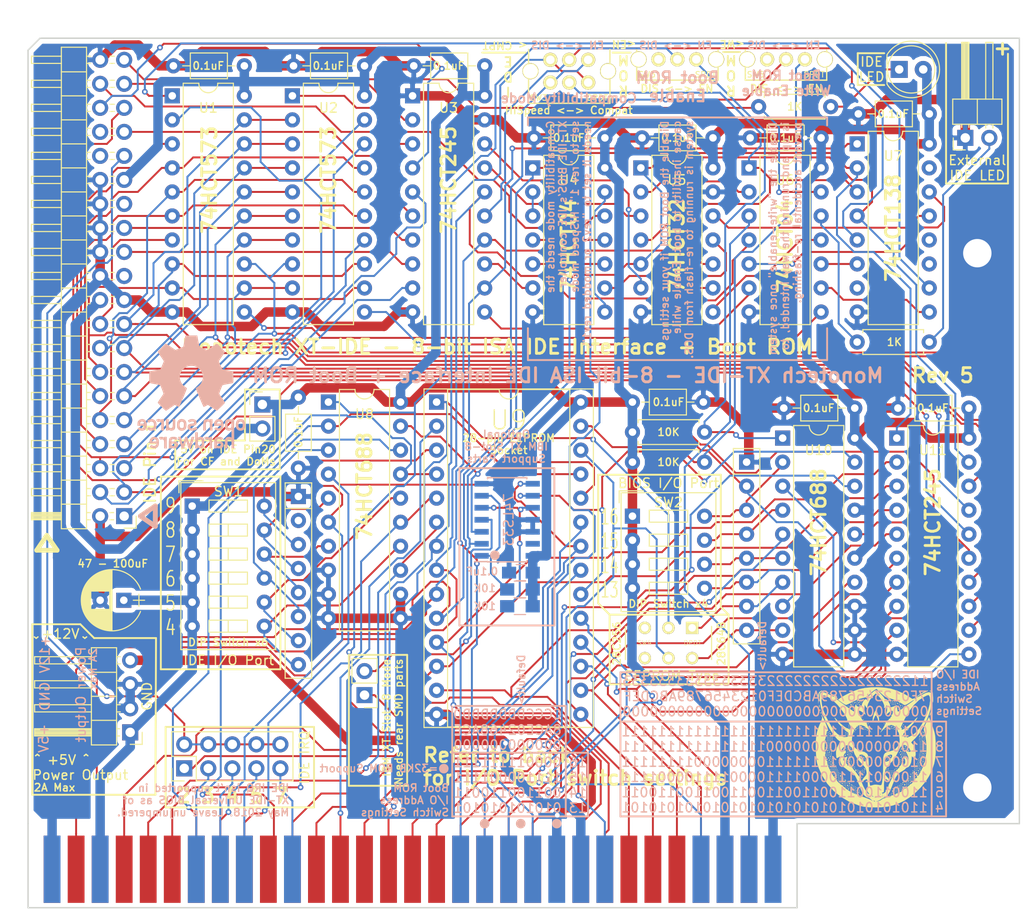
<source format=kicad_pcb>
(kicad_pcb (version 4) (host pcbnew 4.0.7)
  (layers (0 F.Cu signal) (31 B.Cu signal) (34 B.Paste user) (35 F.Paste user) (36 B.SilkS user) (37 F.SilkS user) (38 B.Mask user) (39 F.Mask user) (44 Edge.Cuts user))
  (net 0 "")
  (net 1 +12V)
  (net 2 GND)
  (net 3 RESDRV)
  (net 4 VCC)
  (net 5 IRQ2)
  (net 6 CARDSEL)
  (net 7 MEMW)
  (net 8 MEMR)
  (net 9 IOW)
  (net 10 IOR)
  (net 11 IRQ7)
  (net 12 IRQ5)
  (net 13 IRQ4)
  (net 14 IRQ3)
  (net 15 DB7)
  (net 16 DB6)
  (net 17 DB5)
  (net 18 DB4)
  (net 19 DB3)
  (net 20 DB2)
  (net 21 DB1)
  (net 22 DB0)
  (net 23 AEN)
  (net 24 A19)
  (net 25 A18)
  (net 26 A17)
  (net 27 A16)
  (net 28 A15)
  (net 29 A14)
  (net 30 A13)
  (net 31 A12)
  (net 32 A11)
  (net 33 A10)
  (net 34 A9)
  (net 35 A8)
  (net 36 A7)
  (net 37 A6)
  (net 38 A5)
  (net 39 A4)
  (net 40 A3)
  (net 41 A2)
  (net 42 A1)
  (net 43 A0)
  (net 44 "Net-(D1-Pad1)")
  (net 45 IDE-RESET)
  (net 46 D7)
  (net 47 D8)
  (net 48 D6)
  (net 49 D9)
  (net 50 D5)
  (net 51 D10)
  (net 52 D4)
  (net 53 D11)
  (net 54 D3)
  (net 55 D12)
  (net 56 D2)
  (net 57 D13)
  (net 58 D1)
  (net 59 D14)
  (net 60 D0)
  (net 61 D15)
  (net 62 /VCC_CF)
  (net 63 "Net-(IDE1-Pad21)")
  (net 64 IDE-IOW)
  (net 65 IDE-IOR)
  (net 66 "Net-(IDE1-Pad27)")
  (net 67 /INTRQ)
  (net 68 "Net-(IDE1-Pad32)")
  (net 69 IDE-A1)
  (net 70 "Net-(IDE1-Pad34)")
  (net 71 IDE-A0)
  (net 72 IDE-A2)
  (net 73 CS1FX)
  (net 74 CS3FX)
  (net 75 DASP)
  (net 76 CARDSEL_SWITCHED)
  (net 77 "Net-(J3-Pad2)")
  (net 78 "Net-(R2-Pad2)")
  (net 79 ROM_WE)
  (net 80 "Net-(R4-Pad2)")
  (net 81 "Net-(RP1-Pad2)")
  (net 82 "Net-(RP1-Pad3)")
  (net 83 "Net-(RP1-Pad4)")
  (net 84 "Net-(RP1-Pad5)")
  (net 85 "Net-(RP1-Pad6)")
  (net 86 "Net-(RP1-Pad7)")
  (net 87 "Net-(RP1-Pad8)")
  (net 88 "Net-(RP2-Pad3)")
  (net 89 "Net-(RP2-Pad4)")
  (net 90 "Net-(RP2-Pad5)")
  (net 91 "Net-(RP2-Pad6)")
  (net 92 "Net-(RP2-Pad7)")
  (net 93 "Net-(RP2-Pad8)")
  (net 94 "Net-(SW3-Pad2)")
  (net 95 "Net-(SW3-Pad5)")
  (net 96 "Net-(SW4-Pad3)")
  (net 97 "Net-(SW5-Pad3)")
  (net 98 "Net-(SW6-Pad3)")
  (net 99 CS_IDE)
  (net 100 U1-OE)
  (net 101 U1-Load)
  (net 102 U2-OE)
  (net 103 U2-Load)
  (net 104 "Net-(U3-Pad11)")
  (net 105 IOR_DELAYED)
  (net 106 /6)
  (net 107 /7)
  (net 108 "Net-(U4-Pad13)")
  (net 109 "Net-(U4-Pad2)")
  (net 110 "Net-(U4-Pad9)")
  (net 111 "Net-(U4-Pad10)")
  (net 112 "Net-(U4-Pad11)")
  (net 113 "Net-(U5-Pad8)")
  (net 114 "Net-(U5-Pad2)")
  (net 115 HI_BYTE_OUTPUT)
  (net 116 "Net-(U6-Pad9)")
  (net 117 "Net-(U6-Pad10)")
  (net 118 "Net-(U6-Pad5)")
  (net 119 "Net-(U7-Pad11)")
  (net 120 "Net-(U7-Pad12)")
  (net 121 "Net-(U7-Pad7)")
  (net 122 "Net-(U7-Pad15)")
  (net 123 CS_ROM)
  (net 124 "Net-(R5-Pad2)")
  (net 125 "Net-(R6-Pad2)")
  (net 126 "Net-(SW4-Pad6)")
  (net 127 "Net-(U12-Pad13)")
  (module Housings_DIP:DIP-20_W7.62mm (layer F.Cu) (at 197.231 112.395)
    (fp_text reference U11 (at 3.81 1.27) (layer F.SilkS))
    (fp_text value 74HCT245)
    (pad 1 thru_hole rect (at 0 0) (size 1.6 1.6) (drill 0.8) (layers *.Cu *.Mask) (net 10 IOR))
    (pad 11 thru_hole oval (at 7.62 22.86) (size 1.6 1.6) (drill 0.8) (layers *.Cu *.Mask) (net 46 D7))
    (pad 2 thru_hole oval (at 0 2.54) (size 1.6 1.6) (drill 0.8) (layers *.Cu *.Mask) (net 22 DB0))
    (pad 12 thru_hole oval (at 7.62 20.32) (size 1.6 1.6) (drill 0.8) (layers *.Cu *.Mask) (net 48 D6))
    (pad 3 thru_hole oval (at 0 5.08) (size 1.6 1.6) (drill 0.8) (layers *.Cu *.Mask) (net 21 DB1))
    (pad 13 thru_hole oval (at 7.62 17.78) (size 1.6 1.6) (drill 0.8) (layers *.Cu *.Mask) (net 50 D5))
    (pad 4 thru_hole oval (at 0 7.62) (size 1.6 1.6) (drill 0.8) (layers *.Cu *.Mask) (net 20 DB2))
    (pad 14 thru_hole oval (at 7.62 15.24) (size 1.6 1.6) (drill 0.8) (layers *.Cu *.Mask) (net 52 D4))
    (pad 5 thru_hole oval (at 0 10.16) (size 1.6 1.6) (drill 0.8) (layers *.Cu *.Mask) (net 19 DB3))
    (pad 15 thru_hole oval (at 7.62 12.7) (size 1.6 1.6) (drill 0.8) (layers *.Cu *.Mask) (net 54 D3))
    (pad 6 thru_hole oval (at 0 12.7) (size 1.6 1.6) (drill 0.8) (layers *.Cu *.Mask) (net 18 DB4))
    (pad 16 thru_hole oval (at 7.62 10.16) (size 1.6 1.6) (drill 0.8) (layers *.Cu *.Mask) (net 56 D2))
    (pad 7 thru_hole oval (at 0 15.24) (size 1.6 1.6) (drill 0.8) (layers *.Cu *.Mask) (net 17 DB5))
    (pad 17 thru_hole oval (at 7.62 7.62) (size 1.6 1.6) (drill 0.8) (layers *.Cu *.Mask) (net 58 D1))
    (pad 8 thru_hole oval (at 0 17.78) (size 1.6 1.6) (drill 0.8) (layers *.Cu *.Mask) (net 16 DB6))
    (pad 18 thru_hole oval (at 7.62 5.08) (size 1.6 1.6) (drill 0.8) (layers *.Cu *.Mask) (net 60 D0))
    (pad 9 thru_hole oval (at 0 20.32) (size 1.6 1.6) (drill 0.8) (layers *.Cu *.Mask) (net 15 DB7))
    (pad 19 thru_hole oval (at 7.62 2.54) (size 1.6 1.6) (drill 0.8) (layers *.Cu *.Mask) (net 99 CS_IDE))
    (pad 10 thru_hole oval (at 0 22.86) (size 1.6 1.6) (drill 0.8) (layers *.Cu *.Mask) (net 2 GND))
    (pad 20 thru_hole oval (at 7.62 0) (size 1.6 1.6) (drill 0.8) (layers *.Cu *.Mask) (net 4 VCC))
  )
  (module Capacitors_THT:C_Axial_L3.8mm_D2.6mm_P7.50mm_Horizontal (layer F.Cu) (at 204.851 109.22 180)
    (fp_text reference C11)
    (fp_text value C)
    (pad 1 thru_hole circle (at 0 0 180) (size 1.6 1.6) (drill 0.8) (layers *.Cu *.Mask) (net 4 VCC))
    (pad 2 thru_hole oval (at 7.5 0 180) (size 1.6 1.6) (drill 0.8) (layers *.Cu *.Mask) (net 2 GND))
  )
  (module Resistors_THT:R_Axial_DIN0207_L6.3mm_D2.5mm_P7.62mm_Horizontal (layer F.Cu) (at 200.66 102.235 180)
    (fp_text reference R2)
    (fp_text value 1K)
    (pad 1 thru_hole circle (at 0 0 180) (size 1.6 1.6) (drill 0.8) (layers *.Cu *.Mask) (net 77 "Net-(J3-Pad2)"))
    (pad 2 thru_hole oval (at 7.62 0 180) (size 1.6 1.6) (drill 0.8) (layers *.Cu *.Mask) (net 78 "Net-(R2-Pad2)"))
  )
  (module Mounting_Holes:MountingHole_3mm (layer F.Cu) (at 205.74 92.837)
    (fp_text reference P7)
    (fp_text value CONN_1)
    (pad 1 thru_hole circle (at 0 0) (size 3 3) (drill 3) (layers *.Cu *.Mask) (net 2 GND))
  )
  (module Mounting_Holes:MountingHole_3mm (layer F.Cu) (at 205.74 149.352)
    (fp_text reference P6)
    (fp_text value CONN_1)
    (pad 1 thru_hole circle (at 0 0) (size 3 3) (drill 3) (layers *.Cu *.Mask) (net 2 GND))
  )
  (module Pin_Headers:Pin_Header_Angled_1x02_Pitch2.54mm (layer F.Cu) (at 204.47 80.645 90)
    (fp_text reference J3)
    (fp_text value "External LED")
    (pad 1 thru_hole rect (at 0 0 90) (size 1.7 1.7) (drill 1) (layers *.Cu *.Mask) (net 2 GND))
    (pad 2 thru_hole oval (at 0 2.54 90) (size 1.7 1.7) (drill 1) (layers *.Cu *.Mask) (net 77 "Net-(J3-Pad2)"))
  )
  (module Custom:ISA-8BIT-XT-IDE (layer F.Cu) (at 146.05 158.242)
    (fp_text reference BUS1 hide)
    (fp_text value BUSPC hide)
    (pad 9 connect rect (at 17.78 -0.254) (size 1.778 7.112) (layers B.Cu B.Mask) (net 1 +12V))
    (pad 1 connect rect (at 38.1 -0.254) (size 1.778 7.112) (layers B.Cu B.Mask) (net 2 GND))
    (pad 2 connect rect (at 35.56 -0.254) (size 1.778 7.112) (layers B.Cu B.Mask) (net 3 RESDRV))
    (pad 3 connect rect (at 33.02 -0.254) (size 1.778 7.112) (layers B.Cu B.Mask) (net 4 VCC))
    (pad 4 connect rect (at 30.48 -0.254) (size 1.778 7.112) (layers B.Cu B.Mask) (net 5 IRQ2))
    (pad 8 connect rect (at 20.32 -0.254) (size 1.778 7.112) (layers B.Cu B.Mask) (net 6 CARDSEL))
    (pad 11 connect rect (at 12.7 -0.254) (size 1.778 7.112) (layers B.Cu B.Mask) (net 7 MEMW))
    (pad 12 connect rect (at 10.16 -0.254) (size 1.778 7.112) (layers B.Cu B.Mask) (net 8 MEMR))
    (pad 13 connect rect (at 7.62 -0.254) (size 1.778 7.112) (layers B.Cu B.Mask) (net 9 IOW))
    (pad 14 connect rect (at 5.08 -0.254) (size 1.778 7.112) (layers B.Cu B.Mask) (net 10 IOR))
    (pad 21 connect rect (at -12.7 -0.254) (size 1.778 7.112) (layers B.Cu B.Mask) (net 11 IRQ7))
    (pad 23 connect rect (at -17.78 -0.254) (size 1.778 7.112) (layers B.Cu B.Mask) (net 12 IRQ5))
    (pad 24 connect rect (at -20.32 -0.254) (size 1.778 7.112) (layers B.Cu B.Mask) (net 13 IRQ4))
    (pad 25 connect rect (at -22.86 -0.254) (size 1.778 7.112) (layers B.Cu B.Mask) (net 14 IRQ3))
    (pad 29 connect rect (at -33.02 -0.254) (size 1.778 7.112) (layers B.Cu B.Mask) (net 4 VCC))
    (pad 31 connect rect (at -38.1 -0.254) (size 1.778 7.112) (layers B.Cu B.Mask) (net 2 GND))
    (pad 33 connect rect (at 35.56 -0.254) (size 1.778 7.112) (layers F.Cu F.Mask) (net 15 DB7))
    (pad 34 connect rect (at 33.02 -0.254) (size 1.778 7.112) (layers F.Cu F.Mask) (net 16 DB6))
    (pad 35 connect rect (at 30.48 -0.254) (size 1.778 7.112) (layers F.Cu F.Mask) (net 17 DB5))
    (pad 36 connect rect (at 27.94 -0.254) (size 1.778 7.112) (layers F.Cu F.Mask) (net 18 DB4))
    (pad 37 connect rect (at 25.4 -0.254) (size 1.778 7.112) (layers F.Cu F.Mask) (net 19 DB3))
    (pad 38 connect rect (at 22.86 -0.254) (size 1.778 7.112) (layers F.Cu F.Mask) (net 20 DB2))
    (pad 39 connect rect (at 20.32 -0.254) (size 1.778 7.112) (layers F.Cu F.Mask) (net 21 DB1))
    (pad 40 connect rect (at 17.78 -0.254) (size 1.778 7.112) (layers F.Cu F.Mask) (net 22 DB0))
    (pad 42 connect rect (at 12.7 -0.254) (size 1.778 7.112) (layers F.Cu F.Mask) (net 23 AEN))
    (pad 43 connect rect (at 10.16 -0.254) (size 1.778 7.112) (layers F.Cu F.Mask) (net 24 A19))
    (pad 44 connect rect (at 7.62 -0.254) (size 1.778 7.112) (layers F.Cu F.Mask) (net 25 A18))
    (pad 45 connect rect (at 5.08 -0.254) (size 1.778 7.112) (layers F.Cu F.Mask) (net 26 A17))
    (pad 46 connect rect (at 2.54 -0.254) (size 1.778 7.112) (layers F.Cu F.Mask) (net 27 A16))
    (pad 47 connect rect (at 0 -0.254) (size 1.778 7.112) (layers F.Cu F.Mask) (net 28 A15))
    (pad 48 connect rect (at -2.54 -0.254) (size 1.778 7.112) (layers F.Cu F.Mask) (net 29 A14))
    (pad 49 connect rect (at -5.08 -0.254) (size 1.778 7.112) (layers F.Cu F.Mask) (net 30 A13))
    (pad 50 connect rect (at -7.62 -0.254) (size 1.778 7.112) (layers F.Cu F.Mask) (net 31 A12))
    (pad 51 connect rect (at -10.16 -0.254) (size 1.778 7.112) (layers F.Cu F.Mask) (net 32 A11))
    (pad 52 connect rect (at -12.7 -0.254) (size 1.778 7.112) (layers F.Cu F.Mask) (net 33 A10))
    (pad 53 connect rect (at -15.24 -0.254) (size 1.778 7.112) (layers F.Cu F.Mask) (net 34 A9))
    (pad 54 connect rect (at -17.78 -0.254) (size 1.778 7.112) (layers F.Cu F.Mask) (net 35 A8))
    (pad 55 connect rect (at -20.32 -0.254) (size 1.778 7.112) (layers F.Cu F.Mask) (net 36 A7))
    (pad 56 connect rect (at -22.86 -0.254) (size 1.778 7.112) (layers F.Cu F.Mask) (net 37 A6))
    (pad 57 connect rect (at -25.4 -0.254) (size 1.778 7.112) (layers F.Cu F.Mask) (net 38 A5))
    (pad 58 connect rect (at -27.94 -0.254) (size 1.778 7.112) (layers F.Cu F.Mask) (net 39 A4))
    (pad 59 connect rect (at -30.48 -0.254) (size 1.778 7.112) (layers F.Cu F.Mask) (net 40 A3))
    (pad 60 connect rect (at -33.02 -0.254) (size 1.778 7.112) (layers F.Cu F.Mask) (net 41 A2))
    (pad 61 connect rect (at -35.56 -0.254) (size 1.778 7.112) (layers F.Cu F.Mask) (net 42 A1))
    (pad 62 connect rect (at -38.1 -0.254) (size 1.778 7.112) (layers F.Cu F.Mask) (net 43 A0))
    (pad 10 connect rect (at 15.24 -0.254) (size 1.778 7.112) (layers B.Cu B.Mask) (net 2 GND))
  )
  (module Capacitors_THT:C_Axial_L3.8mm_D2.6mm_P7.50mm_Horizontal (layer F.Cu) (at 128.27 73.025 180)
    (fp_text reference C1)
    (fp_text value C)
    (pad 1 thru_hole circle (at 0 0 180) (size 1.6 1.6) (drill 0.8) (layers *.Cu *.Mask) (net 4 VCC))
    (pad 2 thru_hole oval (at 7.5 0 180) (size 1.6 1.6) (drill 0.8) (layers *.Cu *.Mask) (net 2 GND))
  )
  (module Capacitors_THT:C_Axial_L3.8mm_D2.6mm_P7.50mm_Horizontal (layer F.Cu) (at 140.97 73.025 180)
    (fp_text reference C2)
    (fp_text value C)
    (pad 1 thru_hole circle (at 0 0 180) (size 1.6 1.6) (drill 0.8) (layers *.Cu *.Mask) (net 4 VCC))
    (pad 2 thru_hole oval (at 7.5 0 180) (size 1.6 1.6) (drill 0.8) (layers *.Cu *.Mask) (net 2 GND))
  )
  (module Capacitors_THT:C_Axial_L3.8mm_D2.6mm_P7.50mm_Horizontal (layer F.Cu) (at 153.677 73.025 180)
    (fp_text reference C3)
    (fp_text value C)
    (pad 1 thru_hole circle (at 0 0 180) (size 1.6 1.6) (drill 0.8) (layers *.Cu *.Mask) (net 4 VCC))
    (pad 2 thru_hole oval (at 7.5 0 180) (size 1.6 1.6) (drill 0.8) (layers *.Cu *.Mask) (net 2 GND))
  )
  (module Capacitors_THT:C_Axial_L3.8mm_D2.6mm_P7.50mm_Horizontal (layer F.Cu) (at 166.377 80.645 180)
    (fp_text reference C4)
    (fp_text value C)
    (pad 1 thru_hole circle (at 0 0 180) (size 1.6 1.6) (drill 0.8) (layers *.Cu *.Mask) (net 4 VCC))
    (pad 2 thru_hole oval (at 7.5 0 180) (size 1.6 1.6) (drill 0.8) (layers *.Cu *.Mask) (net 2 GND))
  )
  (module Capacitors_THT:C_Axial_L3.8mm_D2.6mm_P7.50mm_Horizontal (layer F.Cu) (at 177.8 80.645 180)
    (fp_text reference C5)
    (fp_text value C)
    (pad 1 thru_hole circle (at 0 0 180) (size 1.6 1.6) (drill 0.8) (layers *.Cu *.Mask) (net 4 VCC))
    (pad 2 thru_hole oval (at 7.5 0 180) (size 1.6 1.6) (drill 0.8) (layers *.Cu *.Mask) (net 2 GND))
  )
  (module Capacitors_THT:C_Axial_L3.8mm_D2.6mm_P7.50mm_Horizontal (layer F.Cu) (at 189.23 80.645 180)
    (fp_text reference C6)
    (fp_text value C)
    (pad 1 thru_hole circle (at 0 0 180) (size 1.6 1.6) (drill 0.8) (layers *.Cu *.Mask) (net 4 VCC))
    (pad 2 thru_hole oval (at 7.5 0 180) (size 1.6 1.6) (drill 0.8) (layers *.Cu *.Mask) (net 2 GND))
  )
  (module Capacitors_THT:C_Axial_L3.8mm_D2.6mm_P7.50mm_Horizontal (layer F.Cu) (at 200.667 78.105 180)
    (fp_text reference C7)
    (fp_text value C)
    (pad 1 thru_hole circle (at 0 0 180) (size 1.6 1.6) (drill 0.8) (layers *.Cu *.Mask) (net 4 VCC))
    (pad 2 thru_hole oval (at 7.5 0 180) (size 1.6 1.6) (drill 0.8) (layers *.Cu *.Mask) (net 2 GND))
  )
  (module Capacitors_THT:C_Axial_L3.8mm_D2.6mm_P7.50mm_Horizontal (layer F.Cu) (at 133.985 108.07 270)
    (fp_text reference C8)
    (fp_text value C)
    (pad 1 thru_hole circle (at 0 0 270) (size 1.6 1.6) (drill 0.8) (layers *.Cu *.Mask) (net 4 VCC))
    (pad 2 thru_hole oval (at 7.5 0 270) (size 1.6 1.6) (drill 0.8) (layers *.Cu *.Mask) (net 2 GND))
  )
  (module Capacitors_THT:C_Axial_L3.8mm_D2.6mm_P7.50mm_Horizontal (layer F.Cu) (at 169.284 108.585)
    (fp_text reference C9)
    (fp_text value C)
    (pad 1 thru_hole circle (at 0 0) (size 1.6 1.6) (drill 0.8) (layers *.Cu *.Mask) (net 4 VCC))
    (pad 2 thru_hole oval (at 7.5 0) (size 1.6 1.6) (drill 0.8) (layers *.Cu *.Mask) (net 2 GND))
  )
  (module Capacitors_THT:C_Axial_L3.8mm_D2.6mm_P7.50mm_Horizontal (layer F.Cu) (at 192.786 109.22 180)
    (fp_text reference C10)
    (fp_text value C)
    (pad 1 thru_hole circle (at 0 0 180) (size 1.6 1.6) (drill 0.8) (layers *.Cu *.Mask) (net 4 VCC))
    (pad 2 thru_hole oval (at 7.5 0 180) (size 1.6 1.6) (drill 0.8) (layers *.Cu *.Mask) (net 2 GND))
  )
  (module Capacitors_THT:CP_Radial_D6.3mm_P2.50mm (layer F.Cu) (at 115.53 129.54 180)
    (fp_text reference C12)
    (fp_text value 47uF)
    (pad 1 thru_hole rect (at 0 0 180) (size 1.6 1.6) (drill 0.8) (layers *.Cu *.Mask) (net 4 VCC))
    (pad 2 thru_hole circle (at 2.5 0 180) (size 1.6 1.6) (drill 0.8) (layers *.Cu *.Mask) (net 2 GND))
  )
  (module LEDs:LED_D5.0mm (layer F.Cu) (at 197.485 73.406)
    (fp_text reference D1)
    (fp_text value LED)
    (pad 1 thru_hole rect (at 0 0) (size 1.8 1.8) (drill 0.9) (layers *.Cu *.Mask) (net 44 "Net-(D1-Pad1)"))
    (pad 2 thru_hole circle (at 2.54 0) (size 1.8 1.8) (drill 0.9) (layers *.Cu *.Mask) (net 4 VCC))
  )
  (module Pin_Headers:Pin_Header_Angled_1x04_Pitch2.54mm (layer F.Cu) (at 116.205 143.51 180)
    (fp_text reference J1)
    (fp_text value "Power output")
    (pad 1 thru_hole rect (at 0 0 180) (size 1.7 1.7) (drill 1) (layers *.Cu *.Mask) (net 4 VCC))
    (pad 2 thru_hole oval (at 0 2.54 180) (size 1.7 1.7) (drill 1) (layers *.Cu *.Mask) (net 2 GND))
    (pad 3 thru_hole oval (at 0 5.08 180) (size 1.7 1.7) (drill 1) (layers *.Cu *.Mask) (net 2 GND))
    (pad 4 thru_hole oval (at 0 7.62 180) (size 1.7 1.7) (drill 1) (layers *.Cu *.Mask) (net 1 +12V))
  )
  (module Pin_Headers:Pin_Header_Straight_1x02_Pitch2.54mm (layer F.Cu) (at 140.97 139.573 180)
    (fp_text reference J2)
    (fp_text value "XT-Slot8 Jumper")
    (pad 1 thru_hole rect (at 0 0 180) (size 1.7 1.7) (drill 1) (layers *.Cu *.Mask) (net 6 CARDSEL))
    (pad 2 thru_hole oval (at 0 2.54 180) (size 1.7 1.7) (drill 1) (layers *.Cu *.Mask) (net 76 CARDSEL_SWITCHED))
  )
  (module Pin_Headers:Pin_Header_Straight_1x02_Pitch2.54mm (layer F.Cu) (at 130.175 108.839)
    (fp_text reference J4)
    (fp_text value "5V on IDE Pin20")
    (pad 1 thru_hole rect (at 0 0) (size 1.7 1.7) (drill 1) (layers *.Cu *.Mask) (net 4 VCC))
    (pad 2 thru_hole oval (at 0 2.54) (size 1.7 1.7) (drill 1) (layers *.Cu *.Mask) (net 62 /VCC_CF))
  )
  (module Pin_Headers:Pin_Header_Straight_2x05_Pitch2.54mm (layer F.Cu) (at 121.92 147.32 90)
    (fp_text reference J5)
    (fp_text value "IDE IRQ")
    (pad 1 thru_hole rect (at 0 0 90) (size 1.7 1.7) (drill 1) (layers *.Cu *.Mask) (net 5 IRQ2))
    (pad 2 thru_hole oval (at 2.54 0 90) (size 1.7 1.7) (drill 1) (layers *.Cu *.Mask) (net 67 /INTRQ))
    (pad 3 thru_hole oval (at 0 2.54 90) (size 1.7 1.7) (drill 1) (layers *.Cu *.Mask) (net 14 IRQ3))
    (pad 4 thru_hole oval (at 2.54 2.54 90) (size 1.7 1.7) (drill 1) (layers *.Cu *.Mask) (net 67 /INTRQ))
    (pad 5 thru_hole oval (at 0 5.08 90) (size 1.7 1.7) (drill 1) (layers *.Cu *.Mask) (net 13 IRQ4))
    (pad 6 thru_hole oval (at 2.54 5.08 90) (size 1.7 1.7) (drill 1) (layers *.Cu *.Mask) (net 67 /INTRQ))
    (pad 7 thru_hole oval (at 0 7.62 90) (size 1.7 1.7) (drill 1) (layers *.Cu *.Mask) (net 12 IRQ5))
    (pad 8 thru_hole oval (at 2.54 7.62 90) (size 1.7 1.7) (drill 1) (layers *.Cu *.Mask) (net 67 /INTRQ))
    (pad 9 thru_hole oval (at 0 10.16 90) (size 1.7 1.7) (drill 1) (layers *.Cu *.Mask) (net 11 IRQ7))
    (pad 10 thru_hole oval (at 2.54 10.16 90) (size 1.7 1.7) (drill 1) (layers *.Cu *.Mask) (net 67 /INTRQ))
  )
  (module Resistors_THT:R_Array_SIP8 (layer F.Cu) (at 133.985 118.567 270)
    (fp_text reference RP1)
    (fp_text value 10k)
    (pad 1 thru_hole rect (at 0 0 270) (size 1.6 1.6) (drill 0.8) (layers *.Cu *.Mask) (net 2 GND))
    (pad 2 thru_hole oval (at 2.54 0 270) (size 1.6 1.6) (drill 0.8) (layers *.Cu *.Mask) (net 81 "Net-(RP1-Pad2)"))
    (pad 3 thru_hole oval (at 5.08 0 270) (size 1.6 1.6) (drill 0.8) (layers *.Cu *.Mask) (net 82 "Net-(RP1-Pad3)"))
    (pad 4 thru_hole oval (at 7.62 0 270) (size 1.6 1.6) (drill 0.8) (layers *.Cu *.Mask) (net 83 "Net-(RP1-Pad4)"))
    (pad 5 thru_hole oval (at 10.16 0 270) (size 1.6 1.6) (drill 0.8) (layers *.Cu *.Mask) (net 84 "Net-(RP1-Pad5)"))
    (pad 6 thru_hole oval (at 12.7 0 270) (size 1.6 1.6) (drill 0.8) (layers *.Cu *.Mask) (net 85 "Net-(RP1-Pad6)"))
    (pad 7 thru_hole oval (at 15.24 0 270) (size 1.6 1.6) (drill 0.8) (layers *.Cu *.Mask) (net 86 "Net-(RP1-Pad7)"))
    (pad 8 thru_hole oval (at 17.78 0 270) (size 1.6 1.6) (drill 0.8) (layers *.Cu *.Mask) (net 87 "Net-(RP1-Pad8)"))
  )
  (module Resistors_THT:R_Array_SIP8 (layer F.Cu) (at 181.356 114.935 270)
    (fp_text reference RP2)
    (fp_text value 10k)
    (pad 1 thru_hole rect (at 0 0 270) (size 1.6 1.6) (drill 0.8) (layers *.Cu *.Mask) (net 2 GND))
    (pad 2 thru_hole oval (at 2.54 0 270) (size 1.6 1.6) (drill 0.8) (layers *.Cu *.Mask) (net 46 D7))
    (pad 3 thru_hole oval (at 5.08 0 270) (size 1.6 1.6) (drill 0.8) (layers *.Cu *.Mask) (net 88 "Net-(RP2-Pad3)"))
    (pad 4 thru_hole oval (at 7.62 0 270) (size 1.6 1.6) (drill 0.8) (layers *.Cu *.Mask) (net 89 "Net-(RP2-Pad4)"))
    (pad 5 thru_hole oval (at 10.16 0 270) (size 1.6 1.6) (drill 0.8) (layers *.Cu *.Mask) (net 90 "Net-(RP2-Pad5)"))
    (pad 6 thru_hole oval (at 12.7 0 270) (size 1.6 1.6) (drill 0.8) (layers *.Cu *.Mask) (net 91 "Net-(RP2-Pad6)"))
    (pad 7 thru_hole oval (at 15.24 0 270) (size 1.6 1.6) (drill 0.8) (layers *.Cu *.Mask) (net 92 "Net-(RP2-Pad7)"))
    (pad 8 thru_hole oval (at 17.78 0 270) (size 1.6 1.6) (drill 0.8) (layers *.Cu *.Mask) (net 93 "Net-(RP2-Pad8)"))
  )
  (module Buttons_Switches_THT:SW_DIP_x6_W7.62mm_Slide (layer F.Cu) (at 122.758 119.583)
    (fp_text reference SW1 (at 3.81 -1.545) (layer F.SilkS))
    (fp_text value DIPS_06)
    (pad 1 thru_hole rect (at 0 0) (size 1.6 1.6) (drill 0.8) (layers *.Cu *.Mask) (net 4 VCC))
    (pad 7 thru_hole oval (at 7.62 12.7) (size 1.6 1.6) (drill 0.8) (layers *.Cu *.Mask) (net 87 "Net-(RP1-Pad8)"))
    (pad 2 thru_hole oval (at 0 2.54) (size 1.6 1.6) (drill 0.8) (layers *.Cu *.Mask) (net 4 VCC))
    (pad 8 thru_hole oval (at 7.62 10.16) (size 1.6 1.6) (drill 0.8) (layers *.Cu *.Mask) (net 86 "Net-(RP1-Pad7)"))
    (pad 3 thru_hole oval (at 0 5.08) (size 1.6 1.6) (drill 0.8) (layers *.Cu *.Mask) (net 4 VCC))
    (pad 9 thru_hole oval (at 7.62 7.62) (size 1.6 1.6) (drill 0.8) (layers *.Cu *.Mask) (net 85 "Net-(RP1-Pad6)"))
    (pad 4 thru_hole oval (at 0 7.62) (size 1.6 1.6) (drill 0.8) (layers *.Cu *.Mask) (net 4 VCC))
    (pad 10 thru_hole oval (at 7.62 5.08) (size 1.6 1.6) (drill 0.8) (layers *.Cu *.Mask) (net 84 "Net-(RP1-Pad5)"))
    (pad 5 thru_hole oval (at 0 10.16) (size 1.6 1.6) (drill 0.8) (layers *.Cu *.Mask) (net 4 VCC))
    (pad 11 thru_hole oval (at 7.62 2.54) (size 1.6 1.6) (drill 0.8) (layers *.Cu *.Mask) (net 83 "Net-(RP1-Pad4)"))
    (pad 6 thru_hole oval (at 0 12.7) (size 1.6 1.6) (drill 0.8) (layers *.Cu *.Mask) (net 4 VCC))
    (pad 12 thru_hole oval (at 7.62 0) (size 1.6 1.6) (drill 0.8) (layers *.Cu *.Mask) (net 82 "Net-(RP1-Pad3)"))
  )
  (module Buttons_Switches_THT:SW_DIP_x4_W7.62mm_Slide (layer F.Cu) (at 169.291 120.65)
    (fp_text reference SW2 (at 3.81 -1.455) (layer F.SilkS))
    (fp_text value DIPS_04)
    (pad 1 thru_hole rect (at 0 0) (size 1.6 1.6) (drill 0.8) (layers *.Cu *.Mask) (net 4 VCC))
    (pad 5 thru_hole oval (at 7.62 7.62) (size 1.6 1.6) (drill 0.8) (layers *.Cu *.Mask) (net 91 "Net-(RP2-Pad6)"))
    (pad 2 thru_hole oval (at 0 2.54) (size 1.6 1.6) (drill 0.8) (layers *.Cu *.Mask) (net 4 VCC))
    (pad 6 thru_hole oval (at 7.62 5.08) (size 1.6 1.6) (drill 0.8) (layers *.Cu *.Mask) (net 90 "Net-(RP2-Pad5)"))
    (pad 3 thru_hole oval (at 0 5.08) (size 1.6 1.6) (drill 0.8) (layers *.Cu *.Mask) (net 4 VCC))
    (pad 7 thru_hole oval (at 7.62 2.54) (size 1.6 1.6) (drill 0.8) (layers *.Cu *.Mask) (net 89 "Net-(RP2-Pad4)"))
    (pad 4 thru_hole oval (at 0 7.62) (size 1.6 1.6) (drill 0.8) (layers *.Cu *.Mask) (net 4 VCC))
    (pad 8 thru_hole oval (at 7.62 0) (size 1.6 1.6) (drill 0.8) (layers *.Cu *.Mask) (net 88 "Net-(RP2-Pad3)"))
  )
  (module Capacitors_SMD:C_0805_HandSoldering (layer B.Cu) (at 157.5 126.619 180)
    (fp_text reference C13)
    (fp_text value C)
    (pad 1 smd rect (at -1.25 0 180) (size 1.5 1.25) (layers B.Cu B.Paste B.Mask) (net 4 VCC))
    (pad 2 smd rect (at 1.25 0 180) (size 1.5 1.25) (layers B.Cu B.Paste B.Mask) (net 2 GND))
  )
  (module Resistors_THT:R_Axial_DIN0207_L6.3mm_D2.5mm_P7.62mm_Horizontal (layer F.Cu) (at 190.246 77.343 180)
    (fp_text reference R1)
    (fp_text value 1K)
    (pad 1 thru_hole circle (at 0 0 180) (size 1.6 1.6) (drill 0.8) (layers *.Cu *.Mask) (net 44 "Net-(D1-Pad1)"))
    (pad 2 thru_hole oval (at 7.62 0 180) (size 1.6 1.6) (drill 0.8) (layers *.Cu *.Mask) (net 75 DASP))
  )
  (module Resistors_THT:R_Axial_DIN0207_L6.3mm_D2.5mm_P7.62mm_Horizontal (layer F.Cu) (at 169.291 114.935)
    (fp_text reference R3)
    (fp_text value 10K)
    (pad 1 thru_hole circle (at 0 0) (size 1.6 1.6) (drill 0.8) (layers *.Cu *.Mask) (net 4 VCC))
    (pad 2 thru_hole oval (at 7.62 0) (size 1.6 1.6) (drill 0.8) (layers *.Cu *.Mask) (net 79 ROM_WE))
  )
  (module Resistors_THT:R_Axial_DIN0207_L6.3mm_D2.5mm_P7.62mm_Horizontal (layer F.Cu) (at 169.291 111.76)
    (fp_text reference R4)
    (fp_text value 10K)
    (pad 1 thru_hole circle (at 0 0) (size 1.6 1.6) (drill 0.8) (layers *.Cu *.Mask) (net 4 VCC))
    (pad 2 thru_hole oval (at 7.62 0) (size 1.6 1.6) (drill 0.8) (layers *.Cu *.Mask) (net 80 "Net-(R4-Pad2)"))
  )
  (module Resistors_SMD:R_0805_HandSoldering (layer B.Cu) (at 157.4 128.397 180)
    (fp_text reference R5)
    (fp_text value 10k)
    (pad 1 smd rect (at -1.35 0 180) (size 1.5 1.3) (layers B.Cu B.Paste B.Mask) (net 4 VCC))
    (pad 2 smd rect (at 1.35 0 180) (size 1.5 1.3) (layers B.Cu B.Paste B.Mask) (net 124 "Net-(R5-Pad2)"))
  )
  (module Resistors_SMD:R_0805_HandSoldering (layer B.Cu) (at 157.4 130.175 180)
    (fp_text reference R6)
    (fp_text value 10k)
    (pad 1 smd rect (at -1.35 0 180) (size 1.5 1.3) (layers B.Cu B.Paste B.Mask) (net 4 VCC))
    (pad 2 smd rect (at 1.35 0 180) (size 1.5 1.3) (layers B.Cu B.Paste B.Mask) (net 125 "Net-(R6-Pad2)"))
  )
  (module Custom:SW_MS-22D18G2 (layer F.Cu) (at 173.101 134.061 270)
    (fp_text reference SW4 (at -0.0125 2.54 360) (layer F.SilkS) (effects (font (size 0.5 0.5) (thickness 0.05))))
    (fp_text value DPDT (at -0.005 -2.54 360) (layer F.SilkS) (effects (font (size 0.5 0.5) (thickness 0.05))))
    (pad 1 thru_hole rect (at -1.6 -2.5 270) (size 1.308 1.308) (drill 0.8) (layers *.Cu *.Mask F.SilkS) (net 92 "Net-(RP2-Pad7)"))
    (pad 2 thru_hole circle (at -1.6 0 270) (size 1.308 1.308) (drill 0.8) (layers *.Cu *.Mask F.SilkS) (net 29 A14))
    (pad 3 thru_hole circle (at -1.6 2.5 270) (size 1.308 1.308) (drill 0.8) (layers *.Cu *.Mask F.SilkS) (net 96 "Net-(SW4-Pad3)"))
    (pad 4 thru_hole circle (at 1.6 -2.5 270) (size 1.308 1.308) (drill 0.8) (layers *.Cu *.Mask F.SilkS) (net 93 "Net-(RP2-Pad8)"))
    (pad 5 thru_hole circle (at 1.6 0 270) (size 1.308 1.308) (drill 0.8) (layers *.Cu *.Mask F.SilkS) (net 30 A13))
    (pad 6 thru_hole circle (at 1.6 2.5 270) (size 1.308 1.308) (drill 0.8) (layers *.Cu *.Mask F.SilkS) (net 126 "Net-(SW4-Pad6)"))
  )
  (module Custom:CKCOMP-OS102011MA1QN1 (layer F.Cu) (at 174.041 72.3392 180)
    (fp_text reference SW5 (at 3.226 -1.61 180) (layer F.SilkS) (effects (font (size 0.6 0.6) (thickness 0.1))))
    (fp_text value SPDT (at -2.974 -1.61 180) (layer F.SilkS) (effects (font (size 0.6 0.6) (thickness 0.1))))
    (pad 1 thru_hole circle (at -2 0 180) (size 1.5 1.5) (drill 0.9) (layers *.Cu *.Mask F.SilkS) (net 80 "Net-(R4-Pad2)"))
    (pad 2 thru_hole circle (at 0 0 180) (size 1.5 1.5) (drill 0.9) (layers *.Cu *.Mask F.SilkS) (net 23 AEN))
    (pad 3 thru_hole circle (at 2 0 180) (size 1.5 1.5) (drill 0.9) (layers *.Cu *.Mask F.SilkS) (net 97 "Net-(SW5-Pad3)"))
    (pad "" thru_hole circle (at 4.1 0 180) (size 1.7 1.7) (drill 1.5) (layers *.Cu *.Mask F.SilkS))
    (pad "" thru_hole circle (at -4.1 0 180) (size 1.7 1.7) (drill 1.5) (layers *.Cu *.Mask F.SilkS))
  )
  (module Custom:CKCOMP-OS102011MA1QN1 (layer F.Cu) (at 185.522 72.3392 180)
    (fp_text reference SW6 (at 3.218 -1.61 180) (layer F.SilkS) (effects (font (size 0.6 0.6) (thickness 0.1))))
    (fp_text value SPDT (at -2.982 -1.61 180) (layer F.SilkS) (effects (font (size 0.6 0.6) (thickness 0.1))))
    (pad 1 thru_hole circle (at -2 0 180) (size 1.5 1.5) (drill 0.9) (layers *.Cu *.Mask F.SilkS) (net 79 ROM_WE))
    (pad 2 thru_hole circle (at 0 0 180) (size 1.5 1.5) (drill 0.9) (layers *.Cu *.Mask F.SilkS) (net 7 MEMW))
    (pad 3 thru_hole circle (at 2 0 180) (size 1.5 1.5) (drill 0.9) (layers *.Cu *.Mask F.SilkS) (net 98 "Net-(SW6-Pad3)"))
    (pad "" thru_hole circle (at 4.1 0 180) (size 1.7 1.7) (drill 1.5) (layers *.Cu *.Mask F.SilkS))
    (pad "" thru_hole circle (at -4.1 0 180) (size 1.7 1.7) (drill 1.5) (layers *.Cu *.Mask F.SilkS))
  )
  (module Housings_DIP:DIP-20_W7.62mm (layer F.Cu) (at 120.65 76.2)
    (fp_text reference U1 (at 3.81 1.27) (layer F.SilkS))
    (fp_text value 74HCT573)
    (pad 1 thru_hole rect (at 0 0) (size 1.6 1.6) (drill 0.8) (layers *.Cu *.Mask) (net 100 U1-OE))
    (pad 11 thru_hole oval (at 7.62 22.86) (size 1.6 1.6) (drill 0.8) (layers *.Cu *.Mask) (net 101 U1-Load))
    (pad 2 thru_hole oval (at 0 2.54) (size 1.6 1.6) (drill 0.8) (layers *.Cu *.Mask) (net 47 D8))
    (pad 12 thru_hole oval (at 7.62 20.32) (size 1.6 1.6) (drill 0.8) (layers *.Cu *.Mask) (net 46 D7))
    (pad 3 thru_hole oval (at 0 5.08) (size 1.6 1.6) (drill 0.8) (layers *.Cu *.Mask) (net 49 D9))
    (pad 13 thru_hole oval (at 7.62 17.78) (size 1.6 1.6) (drill 0.8) (layers *.Cu *.Mask) (net 48 D6))
    (pad 4 thru_hole oval (at 0 7.62) (size 1.6 1.6) (drill 0.8) (layers *.Cu *.Mask) (net 51 D10))
    (pad 14 thru_hole oval (at 7.62 15.24) (size 1.6 1.6) (drill 0.8) (layers *.Cu *.Mask) (net 50 D5))
    (pad 5 thru_hole oval (at 0 10.16) (size 1.6 1.6) (drill 0.8) (layers *.Cu *.Mask) (net 53 D11))
    (pad 15 thru_hole oval (at 7.62 12.7) (size 1.6 1.6) (drill 0.8) (layers *.Cu *.Mask) (net 52 D4))
    (pad 6 thru_hole oval (at 0 12.7) (size 1.6 1.6) (drill 0.8) (layers *.Cu *.Mask) (net 55 D12))
    (pad 16 thru_hole oval (at 7.62 10.16) (size 1.6 1.6) (drill 0.8) (layers *.Cu *.Mask) (net 54 D3))
    (pad 7 thru_hole oval (at 0 15.24) (size 1.6 1.6) (drill 0.8) (layers *.Cu *.Mask) (net 57 D13))
    (pad 17 thru_hole oval (at 7.62 7.62) (size 1.6 1.6) (drill 0.8) (layers *.Cu *.Mask) (net 56 D2))
    (pad 8 thru_hole oval (at 0 17.78) (size 1.6 1.6) (drill 0.8) (layers *.Cu *.Mask) (net 59 D14))
    (pad 18 thru_hole oval (at 7.62 5.08) (size 1.6 1.6) (drill 0.8) (layers *.Cu *.Mask) (net 58 D1))
    (pad 9 thru_hole oval (at 0 20.32) (size 1.6 1.6) (drill 0.8) (layers *.Cu *.Mask) (net 61 D15))
    (pad 19 thru_hole oval (at 7.62 2.54) (size 1.6 1.6) (drill 0.8) (layers *.Cu *.Mask) (net 60 D0))
    (pad 10 thru_hole oval (at 0 22.86) (size 1.6 1.6) (drill 0.8) (layers *.Cu *.Mask) (net 2 GND))
    (pad 20 thru_hole oval (at 7.62 0) (size 1.6 1.6) (drill 0.8) (layers *.Cu *.Mask) (net 4 VCC))
  )
  (module Housings_DIP:DIP-20_W7.62mm (layer F.Cu) (at 133.35 76.2)
    (fp_text reference U2 (at 3.81 1.27) (layer F.SilkS))
    (fp_text value 74HCT573)
    (pad 1 thru_hole rect (at 0 0) (size 1.6 1.6) (drill 0.8) (layers *.Cu *.Mask) (net 102 U2-OE))
    (pad 11 thru_hole oval (at 7.62 22.86) (size 1.6 1.6) (drill 0.8) (layers *.Cu *.Mask) (net 103 U2-Load))
    (pad 2 thru_hole oval (at 0 2.54) (size 1.6 1.6) (drill 0.8) (layers *.Cu *.Mask) (net 60 D0))
    (pad 12 thru_hole oval (at 7.62 20.32) (size 1.6 1.6) (drill 0.8) (layers *.Cu *.Mask) (net 61 D15))
    (pad 3 thru_hole oval (at 0 5.08) (size 1.6 1.6) (drill 0.8) (layers *.Cu *.Mask) (net 58 D1))
    (pad 13 thru_hole oval (at 7.62 17.78) (size 1.6 1.6) (drill 0.8) (layers *.Cu *.Mask) (net 59 D14))
    (pad 4 thru_hole oval (at 0 7.62) (size 1.6 1.6) (drill 0.8) (layers *.Cu *.Mask) (net 56 D2))
    (pad 14 thru_hole oval (at 7.62 15.24) (size 1.6 1.6) (drill 0.8) (layers *.Cu *.Mask) (net 57 D13))
    (pad 5 thru_hole oval (at 0 10.16) (size 1.6 1.6) (drill 0.8) (layers *.Cu *.Mask) (net 54 D3))
    (pad 15 thru_hole oval (at 7.62 12.7) (size 1.6 1.6) (drill 0.8) (layers *.Cu *.Mask) (net 55 D12))
    (pad 6 thru_hole oval (at 0 12.7) (size 1.6 1.6) (drill 0.8) (layers *.Cu *.Mask) (net 52 D4))
    (pad 16 thru_hole oval (at 7.62 10.16) (size 1.6 1.6) (drill 0.8) (layers *.Cu *.Mask) (net 53 D11))
    (pad 7 thru_hole oval (at 0 15.24) (size 1.6 1.6) (drill 0.8) (layers *.Cu *.Mask) (net 50 D5))
    (pad 17 thru_hole oval (at 7.62 7.62) (size 1.6 1.6) (drill 0.8) (layers *.Cu *.Mask) (net 51 D10))
    (pad 8 thru_hole oval (at 0 17.78) (size 1.6 1.6) (drill 0.8) (layers *.Cu *.Mask) (net 48 D6))
    (pad 18 thru_hole oval (at 7.62 5.08) (size 1.6 1.6) (drill 0.8) (layers *.Cu *.Mask) (net 49 D9))
    (pad 9 thru_hole oval (at 0 20.32) (size 1.6 1.6) (drill 0.8) (layers *.Cu *.Mask) (net 46 D7))
    (pad 19 thru_hole oval (at 7.62 2.54) (size 1.6 1.6) (drill 0.8) (layers *.Cu *.Mask) (net 47 D8))
    (pad 10 thru_hole oval (at 0 22.86) (size 1.6 1.6) (drill 0.8) (layers *.Cu *.Mask) (net 2 GND))
    (pad 20 thru_hole oval (at 7.62 0) (size 1.6 1.6) (drill 0.8) (layers *.Cu *.Mask) (net 4 VCC))
  )
  (module Housings_DIP:DIP-20_W7.62mm (layer F.Cu) (at 146.05 76.2)
    (fp_text reference U3 (at 3.81 1.27) (layer F.SilkS))
    (fp_text value 74HCT245)
    (pad 1 thru_hole rect (at 0 0) (size 1.6 1.6) (drill 0.8) (layers *.Cu *.Mask) (net 2 GND))
    (pad 11 thru_hole oval (at 7.62 22.86) (size 1.6 1.6) (drill 0.8) (layers *.Cu *.Mask) (net 104 "Net-(U3-Pad11)"))
    (pad 2 thru_hole oval (at 0 2.54) (size 1.6 1.6) (drill 0.8) (layers *.Cu *.Mask) (net 73 CS1FX))
    (pad 12 thru_hole oval (at 7.62 20.32) (size 1.6 1.6) (drill 0.8) (layers *.Cu *.Mask) (net 9 IOW))
    (pad 3 thru_hole oval (at 0 5.08) (size 1.6 1.6) (drill 0.8) (layers *.Cu *.Mask) (net 74 CS3FX))
    (pad 13 thru_hole oval (at 7.62 17.78) (size 1.6 1.6) (drill 0.8) (layers *.Cu *.Mask) (net 105 IOR_DELAYED))
    (pad 4 thru_hole oval (at 0 7.62) (size 1.6 1.6) (drill 0.8) (layers *.Cu *.Mask) (net 72 IDE-A2))
    (pad 14 thru_hole oval (at 7.62 15.24) (size 1.6 1.6) (drill 0.8) (layers *.Cu *.Mask) (net 42 A1))
    (pad 5 thru_hole oval (at 0 10.16) (size 1.6 1.6) (drill 0.8) (layers *.Cu *.Mask) (net 71 IDE-A0))
    (pad 15 thru_hole oval (at 7.62 12.7) (size 1.6 1.6) (drill 0.8) (layers *.Cu *.Mask) (net 95 "Net-(SW3-Pad5)"))
    (pad 6 thru_hole oval (at 0 12.7) (size 1.6 1.6) (drill 0.8) (layers *.Cu *.Mask) (net 69 IDE-A1))
    (pad 16 thru_hole oval (at 7.62 10.16) (size 1.6 1.6) (drill 0.8) (layers *.Cu *.Mask) (net 41 A2))
    (pad 7 thru_hole oval (at 0 15.24) (size 1.6 1.6) (drill 0.8) (layers *.Cu *.Mask) (net 65 IDE-IOR))
    (pad 17 thru_hole oval (at 7.62 7.62) (size 1.6 1.6) (drill 0.8) (layers *.Cu *.Mask) (net 106 /6))
    (pad 8 thru_hole oval (at 0 17.78) (size 1.6 1.6) (drill 0.8) (layers *.Cu *.Mask) (net 64 IDE-IOW))
    (pad 18 thru_hole oval (at 7.62 5.08) (size 1.6 1.6) (drill 0.8) (layers *.Cu *.Mask) (net 107 /7))
    (pad 9 thru_hole oval (at 0 20.32) (size 1.6 1.6) (drill 0.8) (layers *.Cu *.Mask) (net 45 IDE-RESET))
    (pad 19 thru_hole oval (at 7.62 2.54) (size 1.6 1.6) (drill 0.8) (layers *.Cu *.Mask) (net 2 GND))
    (pad 10 thru_hole oval (at 0 22.86) (size 1.6 1.6) (drill 0.8) (layers *.Cu *.Mask) (net 2 GND))
    (pad 20 thru_hole oval (at 7.62 0) (size 1.6 1.6) (drill 0.8) (layers *.Cu *.Mask) (net 4 VCC))
  )
  (module Housings_DIP:DIP-14_W7.62mm (layer F.Cu) (at 158.75 83.82)
    (fp_text reference U4 (at 3.81 1.27) (layer F.SilkS))
    (fp_text value 74HCT04)
    (pad 1 thru_hole rect (at 0 0) (size 1.6 1.6) (drill 0.8) (layers *.Cu *.Mask) (net 10 IOR))
    (pad 8 thru_hole oval (at 7.62 15.24) (size 1.6 1.6) (drill 0.8) (layers *.Cu *.Mask) (net 108 "Net-(U4-Pad13)"))
    (pad 2 thru_hole oval (at 0 2.54) (size 1.6 1.6) (drill 0.8) (layers *.Cu *.Mask) (net 109 "Net-(U4-Pad2)"))
    (pad 9 thru_hole oval (at 7.62 12.7) (size 1.6 1.6) (drill 0.8) (layers *.Cu *.Mask) (net 110 "Net-(U4-Pad9)"))
    (pad 3 thru_hole oval (at 0 5.08) (size 1.6 1.6) (drill 0.8) (layers *.Cu *.Mask) (net 109 "Net-(U4-Pad2)"))
    (pad 10 thru_hole oval (at 7.62 10.16) (size 1.6 1.6) (drill 0.8) (layers *.Cu *.Mask) (net 111 "Net-(U4-Pad10)"))
    (pad 4 thru_hole oval (at 0 7.62) (size 1.6 1.6) (drill 0.8) (layers *.Cu *.Mask) (net 112 "Net-(U4-Pad11)"))
    (pad 11 thru_hole oval (at 7.62 7.62) (size 1.6 1.6) (drill 0.8) (layers *.Cu *.Mask) (net 112 "Net-(U4-Pad11)"))
    (pad 5 thru_hole oval (at 0 10.16) (size 1.6 1.6) (drill 0.8) (layers *.Cu *.Mask) (net 111 "Net-(U4-Pad10)"))
    (pad 12 thru_hole oval (at 7.62 5.08) (size 1.6 1.6) (drill 0.8) (layers *.Cu *.Mask) (net 102 U2-OE))
    (pad 6 thru_hole oval (at 0 12.7) (size 1.6 1.6) (drill 0.8) (layers *.Cu *.Mask) (net 105 IOR_DELAYED))
    (pad 13 thru_hole oval (at 7.62 2.54) (size 1.6 1.6) (drill 0.8) (layers *.Cu *.Mask) (net 108 "Net-(U4-Pad13)"))
    (pad 7 thru_hole oval (at 0 15.24) (size 1.6 1.6) (drill 0.8) (layers *.Cu *.Mask) (net 2 GND))
    (pad 14 thru_hole oval (at 7.62 0) (size 1.6 1.6) (drill 0.8) (layers *.Cu *.Mask) (net 4 VCC))
  )
  (module Housings_DIP:DIP-14_W7.62mm (layer F.Cu) (at 170.18 83.82)
    (fp_text reference U5 (at 3.81 1.27) (layer F.SilkS))
    (fp_text value 74HCT32)
    (pad 1 thru_hole rect (at 0 0) (size 1.6 1.6) (drill 0.8) (layers *.Cu *.Mask) (net 99 CS_IDE))
    (pad 8 thru_hole oval (at 7.62 15.24) (size 1.6 1.6) (drill 0.8) (layers *.Cu *.Mask) (net 113 "Net-(U5-Pad8)"))
    (pad 2 thru_hole oval (at 0 2.54) (size 1.6 1.6) (drill 0.8) (layers *.Cu *.Mask) (net 114 "Net-(U5-Pad2)"))
    (pad 9 thru_hole oval (at 7.62 12.7) (size 1.6 1.6) (drill 0.8) (layers *.Cu *.Mask) (net 41 A2))
    (pad 3 thru_hole oval (at 0 5.08) (size 1.6 1.6) (drill 0.8) (layers *.Cu *.Mask) (net 106 /6))
    (pad 10 thru_hole oval (at 7.62 10.16) (size 1.6 1.6) (drill 0.8) (layers *.Cu *.Mask) (net 42 A1))
    (pad 4 thru_hole oval (at 0 7.62) (size 1.6 1.6) (drill 0.8) (layers *.Cu *.Mask) (net 94 "Net-(SW3-Pad2)"))
    (pad 11 thru_hole oval (at 7.62 7.62) (size 1.6 1.6) (drill 0.8) (layers *.Cu *.Mask) (net 110 "Net-(U4-Pad9)"))
    (pad 5 thru_hole oval (at 0 10.16) (size 1.6 1.6) (drill 0.8) (layers *.Cu *.Mask) (net 99 CS_IDE))
    (pad 12 thru_hole oval (at 7.62 5.08) (size 1.6 1.6) (drill 0.8) (layers *.Cu *.Mask) (net 115 HI_BYTE_OUTPUT))
    (pad 6 thru_hole oval (at 0 12.7) (size 1.6 1.6) (drill 0.8) (layers *.Cu *.Mask) (net 107 /7))
    (pad 13 thru_hole oval (at 7.62 2.54) (size 1.6 1.6) (drill 0.8) (layers *.Cu *.Mask) (net 2 GND))
    (pad 7 thru_hole oval (at 0 15.24) (size 1.6 1.6) (drill 0.8) (layers *.Cu *.Mask) (net 2 GND))
    (pad 14 thru_hole oval (at 7.62 0) (size 1.6 1.6) (drill 0.8) (layers *.Cu *.Mask) (net 4 VCC))
  )
  (module Housings_DIP:DIP-14_W7.62mm (layer F.Cu) (at 181.61 83.82)
    (fp_text reference U6 (at 3.81 1.27) (layer F.SilkS))
    (fp_text value 74HCT04)
    (pad 1 thru_hole rect (at 0 0) (size 1.6 1.6) (drill 0.8) (layers *.Cu *.Mask) (net 94 "Net-(SW3-Pad2)"))
    (pad 8 thru_hole oval (at 7.62 15.24) (size 1.6 1.6) (drill 0.8) (layers *.Cu *.Mask) (net 103 U2-Load))
    (pad 2 thru_hole oval (at 0 2.54) (size 1.6 1.6) (drill 0.8) (layers *.Cu *.Mask) (net 114 "Net-(U5-Pad2)"))
    (pad 9 thru_hole oval (at 7.62 12.7) (size 1.6 1.6) (drill 0.8) (layers *.Cu *.Mask) (net 116 "Net-(U6-Pad9)"))
    (pad 3 thru_hole oval (at 0 5.08) (size 1.6 1.6) (drill 0.8) (layers *.Cu *.Mask) (net 3 RESDRV))
    (pad 10 thru_hole oval (at 7.62 10.16) (size 1.6 1.6) (drill 0.8) (layers *.Cu *.Mask) (net 117 "Net-(U6-Pad10)"))
    (pad 4 thru_hole oval (at 0 7.62) (size 1.6 1.6) (drill 0.8) (layers *.Cu *.Mask) (net 104 "Net-(U3-Pad11)"))
    (pad 11 thru_hole oval (at 7.62 7.62) (size 1.6 1.6) (drill 0.8) (layers *.Cu *.Mask) (net 113 "Net-(U5-Pad8)"))
    (pad 5 thru_hole oval (at 0 10.16) (size 1.6 1.6) (drill 0.8) (layers *.Cu *.Mask) (net 118 "Net-(U6-Pad5)"))
    (pad 12 thru_hole oval (at 7.62 5.08) (size 1.6 1.6) (drill 0.8) (layers *.Cu *.Mask) (net 78 "Net-(R2-Pad2)"))
    (pad 6 thru_hole oval (at 0 12.7) (size 1.6 1.6) (drill 0.8) (layers *.Cu *.Mask) (net 101 U1-Load))
    (pad 13 thru_hole oval (at 7.62 2.54) (size 1.6 1.6) (drill 0.8) (layers *.Cu *.Mask) (net 75 DASP))
    (pad 7 thru_hole oval (at 0 15.24) (size 1.6 1.6) (drill 0.8) (layers *.Cu *.Mask) (net 2 GND))
    (pad 14 thru_hole oval (at 7.62 0) (size 1.6 1.6) (drill 0.8) (layers *.Cu *.Mask) (net 4 VCC))
  )
  (module Housings_DIP:DIP-16_W7.62mm (layer F.Cu) (at 193.04 81.28)
    (fp_text reference U7 (at 3.81 1.27) (layer F.SilkS))
    (fp_text value 74HCT138)
    (pad 1 thru_hole rect (at 0 0) (size 1.6 1.6) (drill 0.8) (layers *.Cu *.Mask) (net 9 IOW))
    (pad 9 thru_hole oval (at 7.62 17.78) (size 1.6 1.6) (drill 0.8) (layers *.Cu *.Mask) (net 116 "Net-(U6-Pad9)"))
    (pad 2 thru_hole oval (at 0 2.54) (size 1.6 1.6) (drill 0.8) (layers *.Cu *.Mask) (net 10 IOR))
    (pad 10 thru_hole oval (at 7.62 15.24) (size 1.6 1.6) (drill 0.8) (layers *.Cu *.Mask) (net 100 U1-OE))
    (pad 3 thru_hole oval (at 0 5.08) (size 1.6 1.6) (drill 0.8) (layers *.Cu *.Mask) (net 94 "Net-(SW3-Pad2)"))
    (pad 11 thru_hole oval (at 7.62 12.7) (size 1.6 1.6) (drill 0.8) (layers *.Cu *.Mask) (net 119 "Net-(U7-Pad11)"))
    (pad 4 thru_hole oval (at 0 7.62) (size 1.6 1.6) (drill 0.8) (layers *.Cu *.Mask) (net 99 CS_IDE))
    (pad 12 thru_hole oval (at 7.62 10.16) (size 1.6 1.6) (drill 0.8) (layers *.Cu *.Mask) (net 120 "Net-(U7-Pad12)"))
    (pad 5 thru_hole oval (at 0 10.16) (size 1.6 1.6) (drill 0.8) (layers *.Cu *.Mask) (net 95 "Net-(SW3-Pad5)"))
    (pad 13 thru_hole oval (at 7.62 7.62) (size 1.6 1.6) (drill 0.8) (layers *.Cu *.Mask) (net 115 HI_BYTE_OUTPUT))
    (pad 6 thru_hole oval (at 0 12.7) (size 1.6 1.6) (drill 0.8) (layers *.Cu *.Mask) (net 117 "Net-(U6-Pad10)"))
    (pad 14 thru_hole oval (at 7.62 5.08) (size 1.6 1.6) (drill 0.8) (layers *.Cu *.Mask) (net 118 "Net-(U6-Pad5)"))
    (pad 7 thru_hole oval (at 0 15.24) (size 1.6 1.6) (drill 0.8) (layers *.Cu *.Mask) (net 121 "Net-(U7-Pad7)"))
    (pad 15 thru_hole oval (at 7.62 2.54) (size 1.6 1.6) (drill 0.8) (layers *.Cu *.Mask) (net 122 "Net-(U7-Pad15)"))
    (pad 8 thru_hole oval (at 0 17.78) (size 1.6 1.6) (drill 0.8) (layers *.Cu *.Mask) (net 2 GND))
    (pad 16 thru_hole oval (at 7.62 0) (size 1.6 1.6) (drill 0.8) (layers *.Cu *.Mask) (net 4 VCC))
  )
  (module Housings_DIP:DIP-20_W7.62mm (layer F.Cu) (at 137.16 108.585)
    (fp_text reference U8 (at 3.81 1.27) (layer F.SilkS))
    (fp_text value 74HCT688)
    (pad 1 thru_hole rect (at 0 0) (size 1.6 1.6) (drill 0.8) (layers *.Cu *.Mask) (net 23 AEN))
    (pad 11 thru_hole oval (at 7.62 22.86) (size 1.6 1.6) (drill 0.8) (layers *.Cu *.Mask) (net 2 GND))
    (pad 2 thru_hole oval (at 0 2.54) (size 1.6 1.6) (drill 0.8) (layers *.Cu *.Mask) (net 34 A9))
    (pad 12 thru_hole oval (at 7.62 20.32) (size 1.6 1.6) (drill 0.8) (layers *.Cu *.Mask) (net 2 GND))
    (pad 3 thru_hole oval (at 0 5.08) (size 1.6 1.6) (drill 0.8) (layers *.Cu *.Mask) (net 82 "Net-(RP1-Pad3)"))
    (pad 13 thru_hole oval (at 7.62 17.78) (size 1.6 1.6) (drill 0.8) (layers *.Cu *.Mask) (net 39 A4))
    (pad 4 thru_hole oval (at 0 7.62) (size 1.6 1.6) (drill 0.8) (layers *.Cu *.Mask) (net 35 A8))
    (pad 14 thru_hole oval (at 7.62 15.24) (size 1.6 1.6) (drill 0.8) (layers *.Cu *.Mask) (net 87 "Net-(RP1-Pad8)"))
    (pad 5 thru_hole oval (at 0 10.16) (size 1.6 1.6) (drill 0.8) (layers *.Cu *.Mask) (net 83 "Net-(RP1-Pad4)"))
    (pad 15 thru_hole oval (at 7.62 12.7) (size 1.6 1.6) (drill 0.8) (layers *.Cu *.Mask) (net 38 A5))
    (pad 6 thru_hole oval (at 0 12.7) (size 1.6 1.6) (drill 0.8) (layers *.Cu *.Mask) (net 36 A7))
    (pad 16 thru_hole oval (at 7.62 10.16) (size 1.6 1.6) (drill 0.8) (layers *.Cu *.Mask) (net 86 "Net-(RP1-Pad7)"))
    (pad 7 thru_hole oval (at 0 15.24) (size 1.6 1.6) (drill 0.8) (layers *.Cu *.Mask) (net 84 "Net-(RP1-Pad5)"))
    (pad 17 thru_hole oval (at 7.62 7.62) (size 1.6 1.6) (drill 0.8) (layers *.Cu *.Mask) (net 37 A6))
    (pad 8 thru_hole oval (at 0 17.78) (size 1.6 1.6) (drill 0.8) (layers *.Cu *.Mask) (net 2 GND))
    (pad 18 thru_hole oval (at 7.62 5.08) (size 1.6 1.6) (drill 0.8) (layers *.Cu *.Mask) (net 85 "Net-(RP1-Pad6)"))
    (pad 9 thru_hole oval (at 0 20.32) (size 1.6 1.6) (drill 0.8) (layers *.Cu *.Mask) (net 2 GND))
    (pad 19 thru_hole oval (at 7.62 2.54) (size 1.6 1.6) (drill 0.8) (layers *.Cu *.Mask) (net 99 CS_IDE))
    (pad 10 thru_hole oval (at 0 22.86) (size 1.6 1.6) (drill 0.8) (layers *.Cu *.Mask) (net 2 GND))
    (pad 20 thru_hole oval (at 7.62 0) (size 1.6 1.6) (drill 0.8) (layers *.Cu *.Mask) (net 4 VCC))
  )
  (module Housings_DIP:DIP-28_W15.24mm_Socket (layer F.Cu) (at 148.59 108.585)
    (fp_text reference U9 (at 7.62 1.905) (layer F.SilkS) (effects (font (size 2 2))))
    (fp_text value 28C256)
    (pad 1 thru_hole rect (at 0 0) (size 1.6 1.6) (drill 0.8) (layers *.Cu *.Mask) (net 29 A14))
    (pad 15 thru_hole oval (at 15.24 33.02) (size 1.6 1.6) (drill 0.8) (layers *.Cu *.Mask) (net 19 DB3))
    (pad 2 thru_hole oval (at 0 2.54) (size 1.6 1.6) (drill 0.8) (layers *.Cu *.Mask) (net 31 A12))
    (pad 16 thru_hole oval (at 15.24 30.48) (size 1.6 1.6) (drill 0.8) (layers *.Cu *.Mask) (net 18 DB4))
    (pad 3 thru_hole oval (at 0 5.08) (size 1.6 1.6) (drill 0.8) (layers *.Cu *.Mask) (net 36 A7))
    (pad 17 thru_hole oval (at 15.24 27.94) (size 1.6 1.6) (drill 0.8) (layers *.Cu *.Mask) (net 17 DB5))
    (pad 4 thru_hole oval (at 0 7.62) (size 1.6 1.6) (drill 0.8) (layers *.Cu *.Mask) (net 37 A6))
    (pad 18 thru_hole oval (at 15.24 25.4) (size 1.6 1.6) (drill 0.8) (layers *.Cu *.Mask) (net 16 DB6))
    (pad 5 thru_hole oval (at 0 10.16) (size 1.6 1.6) (drill 0.8) (layers *.Cu *.Mask) (net 38 A5))
    (pad 19 thru_hole oval (at 15.24 22.86) (size 1.6 1.6) (drill 0.8) (layers *.Cu *.Mask) (net 15 DB7))
    (pad 6 thru_hole oval (at 0 12.7) (size 1.6 1.6) (drill 0.8) (layers *.Cu *.Mask) (net 39 A4))
    (pad 20 thru_hole oval (at 15.24 20.32) (size 1.6 1.6) (drill 0.8) (layers *.Cu *.Mask) (net 123 CS_ROM))
    (pad 7 thru_hole oval (at 0 15.24) (size 1.6 1.6) (drill 0.8) (layers *.Cu *.Mask) (net 40 A3))
    (pad 21 thru_hole oval (at 15.24 17.78) (size 1.6 1.6) (drill 0.8) (layers *.Cu *.Mask) (net 33 A10))
    (pad 8 thru_hole oval (at 0 17.78) (size 1.6 1.6) (drill 0.8) (layers *.Cu *.Mask) (net 41 A2))
    (pad 22 thru_hole oval (at 15.24 15.24) (size 1.6 1.6) (drill 0.8) (layers *.Cu *.Mask) (net 8 MEMR))
    (pad 9 thru_hole oval (at 0 20.32) (size 1.6 1.6) (drill 0.8) (layers *.Cu *.Mask) (net 42 A1))
    (pad 23 thru_hole oval (at 15.24 12.7) (size 1.6 1.6) (drill 0.8) (layers *.Cu *.Mask) (net 32 A11))
    (pad 10 thru_hole oval (at 0 22.86) (size 1.6 1.6) (drill 0.8) (layers *.Cu *.Mask) (net 43 A0))
    (pad 24 thru_hole oval (at 15.24 10.16) (size 1.6 1.6) (drill 0.8) (layers *.Cu *.Mask) (net 34 A9))
    (pad 11 thru_hole oval (at 0 25.4) (size 1.6 1.6) (drill 0.8) (layers *.Cu *.Mask) (net 22 DB0))
    (pad 25 thru_hole oval (at 15.24 7.62) (size 1.6 1.6) (drill 0.8) (layers *.Cu *.Mask) (net 35 A8))
    (pad 12 thru_hole oval (at 0 27.94) (size 1.6 1.6) (drill 0.8) (layers *.Cu *.Mask) (net 21 DB1))
    (pad 26 thru_hole oval (at 15.24 5.08) (size 1.6 1.6) (drill 0.8) (layers *.Cu *.Mask) (net 30 A13))
    (pad 13 thru_hole oval (at 0 30.48) (size 1.6 1.6) (drill 0.8) (layers *.Cu *.Mask) (net 20 DB2))
    (pad 27 thru_hole oval (at 15.24 2.54) (size 1.6 1.6) (drill 0.8) (layers *.Cu *.Mask) (net 79 ROM_WE))
    (pad 14 thru_hole oval (at 0 33.02) (size 1.6 1.6) (drill 0.8) (layers *.Cu *.Mask) (net 2 GND))
    (pad 28 thru_hole oval (at 15.24 0) (size 1.6 1.6) (drill 0.8) (layers *.Cu *.Mask) (net 4 VCC))
  )
  (module Housings_DIP:DIP-20_W7.62mm (layer F.Cu) (at 185.166 112.395)
    (fp_text reference U10 (at 3.81 1.27) (layer F.SilkS))
    (fp_text value 74HCT688)
    (pad 1 thru_hole rect (at 0 0) (size 1.6 1.6) (drill 0.8) (layers *.Cu *.Mask) (net 80 "Net-(R4-Pad2)"))
    (pad 11 thru_hole oval (at 7.62 22.86) (size 1.6 1.6) (drill 0.8) (layers *.Cu *.Mask) (net 2 GND))
    (pad 2 thru_hole oval (at 0 2.54) (size 1.6 1.6) (drill 0.8) (layers *.Cu *.Mask) (net 88 "Net-(RP2-Pad3)"))
    (pad 12 thru_hole oval (at 7.62 20.32) (size 1.6 1.6) (drill 0.8) (layers *.Cu *.Mask) (net 2 GND))
    (pad 3 thru_hole oval (at 0 5.08) (size 1.6 1.6) (drill 0.8) (layers *.Cu *.Mask) (net 27 A16))
    (pad 13 thru_hole oval (at 7.62 17.78) (size 1.6 1.6) (drill 0.8) (layers *.Cu *.Mask) (net 2 GND))
    (pad 4 thru_hole oval (at 0 7.62) (size 1.6 1.6) (drill 0.8) (layers *.Cu *.Mask) (net 89 "Net-(RP2-Pad4)"))
    (pad 14 thru_hole oval (at 7.62 15.24) (size 1.6 1.6) (drill 0.8) (layers *.Cu *.Mask) (net 26 A17))
    (pad 5 thru_hole oval (at 0 10.16) (size 1.6 1.6) (drill 0.8) (layers *.Cu *.Mask) (net 28 A15))
    (pad 15 thru_hole oval (at 7.62 12.7) (size 1.6 1.6) (drill 0.8) (layers *.Cu *.Mask) (net 4 VCC))
    (pad 6 thru_hole oval (at 0 12.7) (size 1.6 1.6) (drill 0.8) (layers *.Cu *.Mask) (net 90 "Net-(RP2-Pad5)"))
    (pad 16 thru_hole oval (at 7.62 10.16) (size 1.6 1.6) (drill 0.8) (layers *.Cu *.Mask) (net 25 A18))
    (pad 7 thru_hole oval (at 0 15.24) (size 1.6 1.6) (drill 0.8) (layers *.Cu *.Mask) (net 92 "Net-(RP2-Pad7)"))
    (pad 17 thru_hole oval (at 7.62 7.62) (size 1.6 1.6) (drill 0.8) (layers *.Cu *.Mask) (net 4 VCC))
    (pad 8 thru_hole oval (at 0 17.78) (size 1.6 1.6) (drill 0.8) (layers *.Cu *.Mask) (net 91 "Net-(RP2-Pad6)"))
    (pad 18 thru_hole oval (at 7.62 5.08) (size 1.6 1.6) (drill 0.8) (layers *.Cu *.Mask) (net 24 A19))
    (pad 9 thru_hole oval (at 0 20.32) (size 1.6 1.6) (drill 0.8) (layers *.Cu *.Mask) (net 93 "Net-(RP2-Pad8)"))
    (pad 19 thru_hole oval (at 7.62 2.54) (size 1.6 1.6) (drill 0.8) (layers *.Cu *.Mask) (net 123 CS_ROM))
    (pad 10 thru_hole oval (at 0 22.86) (size 1.6 1.6) (drill 0.8) (layers *.Cu *.Mask) (net 2 GND))
    (pad 20 thru_hole oval (at 7.62 0) (size 1.6 1.6) (drill 0.8) (layers *.Cu *.Mask) (net 4 VCC))
  )
  (module Housings_SOIC:SOIC-14_3.9x8.7mm_Pitch1.27mm (layer B.Cu) (at 156.05 121.031)
    (fp_text reference U12)
    (fp_text value 74LS33)
    (pad 1 smd rect (at -2.7 3.81) (size 1.5 0.6) (layers B.Cu B.Paste B.Mask) (net 124 "Net-(R5-Pad2)"))
    (pad 2 smd rect (at -2.7 2.54) (size 1.5 0.6) (layers B.Cu B.Paste B.Mask) (net 10 IOR))
    (pad 3 smd rect (at -2.7 1.27) (size 1.5 0.6) (layers B.Cu B.Paste B.Mask) (net 99 CS_IDE))
    (pad 4 smd rect (at -2.7 0) (size 1.5 0.6) (layers B.Cu B.Paste B.Mask) (net 76 CARDSEL_SWITCHED))
    (pad 5 smd rect (at -2.7 -1.27) (size 1.5 0.6) (layers B.Cu B.Paste B.Mask) (net 125 "Net-(R6-Pad2)"))
    (pad 6 smd rect (at -2.7 -2.54) (size 1.5 0.6) (layers B.Cu B.Paste B.Mask) (net 124 "Net-(R5-Pad2)"))
    (pad 7 smd rect (at -2.7 -3.81) (size 1.5 0.6) (layers B.Cu B.Paste B.Mask) (net 2 GND))
    (pad 8 smd rect (at 2.7 -3.81) (size 1.5 0.6) (layers B.Cu B.Paste B.Mask) (net 8 MEMR))
    (pad 9 smd rect (at 2.7 -2.54) (size 1.5 0.6) (layers B.Cu B.Paste B.Mask) (net 123 CS_ROM))
    (pad 10 smd rect (at 2.7 -1.27) (size 1.5 0.6) (layers B.Cu B.Paste B.Mask) (net 125 "Net-(R6-Pad2)"))
    (pad 11 smd rect (at 2.7 0) (size 1.5 0.6) (layers B.Cu B.Paste B.Mask) (net 2 GND))
    (pad 12 smd rect (at 2.7 1.27) (size 1.5 0.6) (layers B.Cu B.Paste B.Mask) (net 2 GND))
    (pad 13 smd rect (at 2.7 2.54) (size 1.5 0.6) (layers B.Cu B.Paste B.Mask) (net 127 "Net-(U12-Pad13)"))
    (pad 14 smd rect (at 2.7 3.81) (size 1.5 0.6) (layers B.Cu B.Paste B.Mask) (net 4 VCC))
  )
  (module Custom:CKCOMP-OS203011MS1QP1 (layer F.Cu) (at 162.611 73.59 180)
    (fp_text reference SW3 (at 3.225 -2.81 180) (layer F.SilkS) (effects (font (size 0.6 0.6) (thickness 0.1))))
    (fp_text value DPDT (at -2.975 -2.81 180) (layer F.SilkS) (effects (font (size 0.6 0.6) (thickness 0.1))))
    (pad 1 thru_hole circle (at -2 -1.2 180) (size 1.5 1.5) (drill 0.9) (layers *.Cu *.Mask F.SilkS) (net 40 A3))
    (pad 2 thru_hole circle (at 0 -1.2 180) (size 1.5 1.5) (drill 0.9) (layers *.Cu *.Mask F.SilkS) (net 94 "Net-(SW3-Pad2)"))
    (pad 3 thru_hole circle (at 2 -1.2 180) (size 1.5 1.5) (drill 0.9) (layers *.Cu *.Mask F.SilkS) (net 43 A0))
    (pad "" thru_hole circle (at 4.1 0 180) (size 1.7 1.7) (drill 1.5) (layers *.Cu *.Mask F.SilkS))
    (pad "" thru_hole circle (at -4.1 0 180) (size 1.7 1.7) (drill 1.5) (layers *.Cu *.Mask F.SilkS))
    (pad 4 thru_hole circle (at -2 1.2 180) (size 1.5 1.5) (drill 0.9) (layers *.Cu *.Mask F.SilkS) (net 43 A0))
    (pad 5 thru_hole circle (at 0 1.2) (size 1.5 1.5) (drill 0.9) (layers *.Cu *.Mask F.SilkS) (net 95 "Net-(SW3-Pad5)"))
    (pad 6 thru_hole circle (at 2 1.2 180) (size 1.5 1.5) (drill 0.9) (layers *.Cu *.Mask F.SilkS) (net 40 A3))
  )
  (module Symbols:OSHW-Logo_11.4x12mm_SilkScreen (layer B.Cu) (at 122.682 107.5055 180)
    (fp_text reference REF*** hide)
    (fp_text value OSHW-Logo_11.4x12mm_SilkScreen hide)
  )
  (module Custom:Pin_Header_Angled_2x20_ShortSilkS (layer F.Cu) (at 115.57 120.65 180)
    (fp_text reference IDE1)
    (fp_text value "IDE Header")
    (pad 1 thru_hole rect (at 0 0 180) (size 1.7 1.7) (drill 1) (layers *.Cu *.Mask) (net 45 IDE-RESET))
    (pad 2 thru_hole oval (at 2.54 0 180) (size 1.7 1.7) (drill 1) (layers *.Cu *.Mask) (net 2 GND))
    (pad 3 thru_hole oval (at 0 2.54 180) (size 1.7 1.7) (drill 1) (layers *.Cu *.Mask) (net 46 D7))
    (pad 4 thru_hole oval (at 2.54 2.54 180) (size 1.7 1.7) (drill 1) (layers *.Cu *.Mask) (net 47 D8))
    (pad 5 thru_hole oval (at 0 5.08 180) (size 1.7 1.7) (drill 1) (layers *.Cu *.Mask) (net 48 D6))
    (pad 6 thru_hole oval (at 2.54 5.08 180) (size 1.7 1.7) (drill 1) (layers *.Cu *.Mask) (net 49 D9))
    (pad 7 thru_hole oval (at 0 7.62 180) (size 1.7 1.7) (drill 1) (layers *.Cu *.Mask) (net 50 D5))
    (pad 8 thru_hole oval (at 2.54 7.62 180) (size 1.7 1.7) (drill 1) (layers *.Cu *.Mask) (net 51 D10))
    (pad 9 thru_hole oval (at 0 10.16 180) (size 1.7 1.7) (drill 1) (layers *.Cu *.Mask) (net 52 D4))
    (pad 10 thru_hole oval (at 2.54 10.16 180) (size 1.7 1.7) (drill 1) (layers *.Cu *.Mask) (net 53 D11))
    (pad 11 thru_hole oval (at 0 12.7 180) (size 1.7 1.7) (drill 1) (layers *.Cu *.Mask) (net 54 D3))
    (pad 12 thru_hole oval (at 2.54 12.7 180) (size 1.7 1.7) (drill 1) (layers *.Cu *.Mask) (net 55 D12))
    (pad 13 thru_hole oval (at 0 15.24 180) (size 1.7 1.7) (drill 1) (layers *.Cu *.Mask) (net 56 D2))
    (pad 14 thru_hole oval (at 2.54 15.24 180) (size 1.7 1.7) (drill 1) (layers *.Cu *.Mask) (net 57 D13))
    (pad 15 thru_hole oval (at 0 17.78 180) (size 1.7 1.7) (drill 1) (layers *.Cu *.Mask) (net 58 D1))
    (pad 16 thru_hole oval (at 2.54 17.78 180) (size 1.7 1.7) (drill 1) (layers *.Cu *.Mask) (net 59 D14))
    (pad 17 thru_hole oval (at 0 20.32 180) (size 1.7 1.7) (drill 1) (layers *.Cu *.Mask) (net 60 D0))
    (pad 18 thru_hole oval (at 2.54 20.32 180) (size 1.7 1.7) (drill 1) (layers *.Cu *.Mask) (net 61 D15))
    (pad 19 thru_hole oval (at 0 22.86 180) (size 1.7 1.7) (drill 1) (layers *.Cu *.Mask) (net 2 GND))
    (pad 20 thru_hole oval (at 2.54 22.86 180) (size 1.7 1.7) (drill 1) (layers *.Cu *.Mask) (net 62 /VCC_CF))
    (pad 21 thru_hole oval (at 0 25.4 180) (size 1.7 1.7) (drill 1) (layers *.Cu *.Mask) (net 63 "Net-(IDE1-Pad21)"))
    (pad 22 thru_hole oval (at 2.54 25.4 180) (size 1.7 1.7) (drill 1) (layers *.Cu *.Mask) (net 2 GND))
    (pad 23 thru_hole oval (at 0 27.94 180) (size 1.7 1.7) (drill 1) (layers *.Cu *.Mask) (net 64 IDE-IOW))
    (pad 24 thru_hole oval (at 2.54 27.94 180) (size 1.7 1.7) (drill 1) (layers *.Cu *.Mask) (net 2 GND))
    (pad 25 thru_hole oval (at 0 30.48 180) (size 1.7 1.7) (drill 1) (layers *.Cu *.Mask) (net 65 IDE-IOR))
    (pad 26 thru_hole oval (at 2.54 30.48 180) (size 1.7 1.7) (drill 1) (layers *.Cu *.Mask) (net 2 GND))
    (pad 27 thru_hole oval (at 0 33.02 180) (size 1.7 1.7) (drill 1) (layers *.Cu *.Mask) (net 66 "Net-(IDE1-Pad27)"))
    (pad 28 thru_hole oval (at 2.54 33.02 180) (size 1.7 1.7) (drill 1) (layers *.Cu *.Mask) (net 2 GND))
    (pad 29 thru_hole oval (at 0 35.56 180) (size 1.7 1.7) (drill 1) (layers *.Cu *.Mask) (net 4 VCC))
    (pad 30 thru_hole oval (at 2.54 35.56 180) (size 1.7 1.7) (drill 1) (layers *.Cu *.Mask) (net 2 GND))
    (pad 31 thru_hole oval (at 0 38.1 180) (size 1.7 1.7) (drill 1) (layers *.Cu *.Mask) (net 67 /INTRQ))
    (pad 32 thru_hole oval (at 2.54 38.1 180) (size 1.7 1.7) (drill 1) (layers *.Cu *.Mask) (net 68 "Net-(IDE1-Pad32)"))
    (pad 33 thru_hole oval (at 0 40.64 180) (size 1.7 1.7) (drill 1) (layers *.Cu *.Mask) (net 69 IDE-A1))
    (pad 34 thru_hole oval (at 2.54 40.64 180) (size 1.7 1.7) (drill 1) (layers *.Cu *.Mask) (net 70 "Net-(IDE1-Pad34)"))
    (pad 35 thru_hole oval (at 0 43.18 180) (size 1.7 1.7) (drill 1) (layers *.Cu *.Mask) (net 71 IDE-A0))
    (pad 36 thru_hole oval (at 2.54 43.18 180) (size 1.7 1.7) (drill 1) (layers *.Cu *.Mask) (net 72 IDE-A2))
    (pad 37 thru_hole oval (at 0 45.72 180) (size 1.7 1.7) (drill 1) (layers *.Cu *.Mask) (net 73 CS1FX))
    (pad 38 thru_hole oval (at 2.54 45.72 180) (size 1.7 1.7) (drill 1) (layers *.Cu *.Mask) (net 74 CS3FX))
    (pad 39 thru_hole oval (at 0 48.26 180) (size 1.7 1.7) (drill 1) (layers *.Cu *.Mask) (net 75 DASP))
    (pad 40 thru_hole oval (at 2.54 48.26 180) (size 1.7 1.7) (drill 1) (layers *.Cu *.Mask) (net 2 GND))
  )
  (module Custom:Monotech_Logo_150 (layer F.Cu) (at 195.0085 145.0975)
    (fp_text reference G*** hide)
    (fp_text value LOGO hide)
  )
  (gr_line (start 178.8795 71.5645) (end 180.6575 71.5645) (layer F.SilkS) (width 0.2))
  (gr_line (start 167.1955 71.628) (end 169.1005 71.628) (layer F.SilkS) (width 0.2))
  (gr_line (start 153.416 71.628) (end 157.988 71.628) (layer F.SilkS) (width 0.2))
  (gr_text "I\nD\nE" (at 156.1465 74.168 180) (layer F.SilkS) (effects (font (size 1 1) (thickness 0.2))))
  (gr_text "R\nO\nM" (at 179.705 74.041 180) (layer F.SilkS) (effects (font (size 1 1) (thickness 0.2))))
  (gr_text "R\nO\nM" (at 168.3385 74.041 180) (layer F.SilkS) (effects (font (size 1 1) (thickness 0.2))))
  (gr_line (start 189.865 78.486) (end 189.865 79.3115) (layer B.SilkS) (width 0.2))
  (gr_line (start 158.242 78.486) (end 158.242 79.3115) (layer B.SilkS) (width 0.2))
  (gr_line (start 158.242 104.14) (end 158.242 100.7745) (layer B.SilkS) (width 0.2))
  (gr_line (start 189.865 104.14) (end 189.865 100.7745) (layer B.SilkS) (width 0.2))
  (gr_line (start 158.242 104.14) (end 189.865 104.14) (layer B.SilkS) (width 0.2))
  (gr_line (start 193.1035 75.057) (end 195.8975 75.057) (layer F.SilkS) (width 0.2))
  (gr_line (start 193.1035 71.6915) (end 193.1035 75.057) (layer F.SilkS) (width 0.2))
  (gr_line (start 195.8975 71.6915) (end 193.1035 71.6915) (layer F.SilkS) (width 0.2))
  (gr_line (start 208.9785 85.471) (end 208.9785 71.755) (layer F.SilkS) (width 0.2))
  (gr_line (start 202.438 85.471) (end 208.9785 85.471) (layer F.SilkS) (width 0.2))
  (gr_line (start 202.438 70.612) (end 202.438 85.471) (layer F.SilkS) (width 0.2))
  (gr_line (start 179.451 131.064) (end 178.6255 130.2385) (layer F.SilkS) (width 0.2))
  (gr_line (start 178.6255 116.2685) (end 178.6255 130.2385) (layer F.SilkS) (width 0.2))
  (gr_line (start 165.6715 116.2685) (end 178.6255 116.2685) (layer F.SilkS) (width 0.2))
  (gr_line (start 165.6715 129.8575) (end 165.6715 116.2685) (layer F.SilkS) (width 0.2))
  (gr_line (start 166.878 131.064) (end 165.6715 129.8575) (layer F.SilkS) (width 0.2))
  (gr_line (start 166.878 131.064) (end 166.878 138.43) (layer F.SilkS) (width 0.2))
  (gr_line (start 179.451 131.064) (end 166.878 131.064) (layer F.SilkS) (width 0.2))
  (gr_line (start 179.451 138.43) (end 179.451 131.064) (layer F.SilkS) (width 0.2))
  (gr_line (start 166.878 138.43) (end 179.451 138.43) (layer F.SilkS) (width 0.2))
  (gr_line (start 139.319 149.1615) (end 139.319 135.3185) (layer F.SilkS) (width 0.2))
  (gr_line (start 145.4785 149.1615) (end 139.319 149.1615) (layer F.SilkS) (width 0.2))
  (gr_line (start 145.4785 135.3185) (end 145.4785 149.1615) (layer F.SilkS) (width 0.2))
  (gr_line (start 139.319 135.3185) (end 145.4785 135.3185) (layer F.SilkS) (width 0.2))
  (gr_line (start 105.8545 132.08) (end 105.8545 150.114) (layer F.SilkS) (width 0.2))
  (gr_line (start 110.9345 132.08) (end 105.8545 132.08) (layer F.SilkS) (width 0.2))
  (gr_line (start 112.395 133.5405) (end 110.9345 132.08) (layer F.SilkS) (width 0.2))
  (gr_line (start 118.9355 133.5405) (end 112.395 133.5405) (layer F.SilkS) (width 0.2))
  (gr_line (start 118.872 150.114) (end 118.9355 133.5405) (layer F.SilkS) (width 0.2))
  (gr_line (start 105.8545 150.114) (end 118.872 150.114) (layer F.SilkS) (width 0.2))
  (gr_line (start 119.9515 151.4475) (end 119.9515 142.9385) (layer F.SilkS) (width 0.2))
  (gr_line (start 135.636 151.4475) (end 119.9515 151.4475) (layer F.SilkS) (width 0.2))
  (gr_line (start 135.636 142.9385) (end 135.636 151.4475) (layer F.SilkS) (width 0.2))
  (gr_line (start 119.9515 142.9385) (end 135.636 142.9385) (layer F.SilkS) (width 0.2))
  (gr_text "^      ^" (at 108.839 132.969 180) (layer F.SilkS) (effects (font (size 1 1))))
  (gr_line (start 119.4435 116.459) (end 132.08 116.459) (layer F.SilkS) (width 0.2))
  (gr_line (start 119.4435 136.8425) (end 119.4435 116.459) (layer F.SilkS) (width 0.2))
  (gr_line (start 132.08 136.8425) (end 119.4435 136.8425) (layer F.SilkS) (width 0.2))
  (gr_line (start 132.08 116.459) (end 132.08 136.8425) (layer F.SilkS) (width 0.2))
  (gr_line (start 120.9675 112.649) (end 120.9675 115.697) (layer F.SilkS) (width 0.2))
  (gr_line (start 128.3335 112.649) (end 120.9675 112.649) (layer F.SilkS) (width 0.2))
  (gr_line (start 128.3335 107.2515) (end 128.3335 112.649) (layer F.SilkS) (width 0.2))
  (gr_line (start 132.0165 107.2515) (end 128.3335 107.2515) (layer F.SilkS) (width 0.2))
  (gr_line (start 132.0165 115.697) (end 132.0165 107.2515) (layer F.SilkS) (width 0.2))
  (gr_line (start 120.9675 115.697) (end 132.0165 115.697) (layer F.SilkS) (width 0.2))
  (gr_text "Rev 5" (at 202.0824 105.7656) (layer F.SilkS) (effects (font (size 1.5 1.5) (thickness 0.3))))
  (gr_line (start 106.68 70.104) (end 105.41 71.374) (layer Edge.Cuts) (width 0.15))
  (gr_line (start 107.3912 122.682) (end 108.4834 124.2568) (layer F.SilkS) (width 0.5))
  (gr_line (start 108.4834 124.2568) (end 106.3244 124.2568) (layer F.SilkS) (width 0.5))
  (gr_line (start 107.3912 122.682) (end 106.3244 124.2568) (layer F.SilkS) (width 0.5))
  (gr_circle (center 153.67 153.162) (end 153.924 153.1874) (layer B.SilkS) (width 0.5))
  (gr_circle (center 157.48 153.162) (end 157.734 153.1874) (layer B.SilkS) (width 0.5))
  (gr_circle (center 161.29 153.162) (end 161.544 153.1874) (layer B.SilkS) (width 0.5))
  (gr_circle (center 149.352 147.3454) (end 149.606 147.3708) (layer B.SilkS) (width 0.5))
  (gr_text Default> (at 157.5308 137.922 90) (layer B.SilkS) (effects (font (size 0.8 0.8)) (justify mirror)))
  (gr_circle (center 154.7495 124.7775) (end 155.0035 124.7775) (layer B.SilkS) (width 0.5))
  (gr_text "Monotech XT-IDE - 8-bit ISA IDE Interface + Boot ROM" (at 162.4584 105.7656) (layer B.SilkS) (effects (font (size 1.5 1.525) (thickness 0.3)) (justify mirror)))
  (gr_line (start 117.2845 120.642796) (end 118.8593 119.575996) (layer B.SilkS) (width 0.5))
  (gr_line (start 117.2845 120.642796) (end 118.8593 121.734996) (layer B.SilkS) (width 0.5))
  (gr_line (start 118.8593 121.734996) (end 118.8593 119.575996) (layer B.SilkS) (width 0.5))
  (gr_text "28-pin EEPROM\nSocket" (at 156.21 113.03) (layer F.SilkS) (effects (font (size 0.8 0.8))))
  (gr_text "=32KB ROM Support" (at 142.494 147.32) (layer B.SilkS) (effects (font (size 0.8 0.8)) (justify mirror)))
  (gr_text "Boot ROM\nI/O Address\nSwitch Settings" (at 149.987 150.6855) (layer B.SilkS) (effects (font (size 0.8 0.8)) (justify left mirror)))
  (gr_line (start 164.592 145.669) (end 150.241 145.669) (layer B.SilkS) (width 0.2))
  (gr_line (start 164.592 152.4) (end 164.592 145.669) (layer B.SilkS) (width 0.2))
  (gr_line (start 164.592 152.4) (end 150.241 152.4) (layer B.SilkS) (width 0.2))
  (gr_line (start 162.2425 140.716) (end 162.2425 152.4) (layer B.SilkS) (width 0.2))
  (gr_line (start 150.241 140.716) (end 162.2425 140.716) (layer B.SilkS) (width 0.2))
  (gr_line (start 150.241 152.4) (end 150.241 140.716) (layer B.SilkS) (width 0.2))
  (gr_text 8ACE02468ACE (at 156.083 143.256) (layer B.SilkS) (effects (font (size 1 1.02)) (justify mirror)))
  (gr_text CCCCDDDDDDDD (at 156.083 141.605) (layer B.SilkS) (effects (font (size 1 0.96)) (justify mirror)))
  (gr_text 000000000000 (at 156.083 144.8435) (layer B.SilkS) (effects (font (size 1 1)) (justify mirror)))
  (gr_text "16 000011111111\n15 111100001111\n14 001100110011\n13 010101010101" (at 157.4165 149.098) (layer B.SilkS) (effects (font (size 1 1)) (justify mirror)))
  (gr_text "2A Max" (at 112.268 136.779 90) (layer B.SilkS) (effects (font (size 0.8 0.8)) (justify mirror)))
  (gr_text "Power Output" (at 110.998 144.653 90) (layer B.SilkS) (effects (font (size 1 1)) (justify right mirror)))
  (gr_text +5V (at 107.061 144.145 90) (layer B.SilkS) (effects (font (size 1 1)) (justify mirror)))
  (gr_text GND (at 107.188 139.7 90) (layer B.SilkS) (effects (font (size 1 1)) (justify mirror)))
  (gr_text +12V (at 107.188 135.255 90) (layer B.SilkS) (effects (font (size 1 1)) (justify mirror)))
  (gr_text "IDE IRQ isn't supported in\nXT-IDE Universal BIOS as of\nMay 2018. Leave unjumpered." (at 133.096 150.6855) (layer B.SilkS) (effects (font (size 0.8 0.8)) (justify left mirror)))
  (gr_text "Disable the \"write-enable\" once system\nis up and running the way intended, to\nprevent accidental re-flashing." (at 185.42 78.867 90) (layer B.SilkS) (effects (font (size 0.8 0.8)) (justify left mirror)))
  (gr_text "Disable the Boot ROM if your settings\ncause inability to boot. Enable while\nsystem is running to re-flash from DOS." (at 173.99 78.74 90) (layer B.SilkS) (effects (font (size 0.8 0.8)) (justify left mirror)))
  (gr_text Default> (at 183.007 134.366 90) (layer B.SilkS) (effects (font (size 0.8 0.8)) (justify mirror)))
  (gr_line (start 158.242 78.486) (end 189.865 78.486) (layer B.SilkS) (width 0.2))
  (gr_text "Compatibility mode needs the\nXT-IDE BIOS's IDE controller\nset to \"rev 1\". HiSpeed mode\nneeds it set to \"rev2 or modded rev1\"." (at 162.56 78.74 90) (layer B.SilkS) (effects (font (size 0.8 0.8)) (justify left mirror)))
  (gr_line (start 161.036 132.207) (end 161.036 115.57) (layer B.SilkS) (width 0.2))
  (gr_line (start 151.003 132.207) (end 161.036 132.207) (layer B.SilkS) (width 0.2))
  (gr_line (start 151.003 115.57) (end 151.003 132.207) (layer B.SilkS) (width 0.2))
  (gr_line (start 161.036 115.57) (end 151.003 115.57) (layer B.SilkS) (width 0.2))
  (gr_text "Optional\nIBM XT Slot-8\nSupport Parts" (at 155.956 113.284) (layer B.SilkS) (effects (font (size 0.8 0.8)) (justify mirror)))
  (gr_line (start 200.914 137.16) (end 200.914 152.4) (layer B.SilkS) (width 0.2))
  (gr_line (start 168.021 137.16) (end 200.914 137.16) (layer B.SilkS) (width 0.2))
  (gr_line (start 168.021 152.4) (end 202.438 152.4) (layer B.SilkS) (width 0.2))
  (gr_line (start 168.021 137.16) (end 168.021 152.4) (layer B.SilkS) (width 0.2))
  (gr_line (start 202.438 142.367) (end 168.021 142.367) (layer B.SilkS) (width 0.2))
  (gr_line (start 202.438 152.4) (end 202.438 142.367) (layer B.SilkS) (width 0.2))
  (gr_text "Monotech XT-IDE - 8-bit ISA IDE Interface + Boot ROM" (at 155.0035 102.743) (layer F.SilkS) (effects (font (size 1.5 1.525) (thickness 0.3))))
  (gr_text "DIP Switch x4" (at 173.101 129.921) (layer F.SilkS) (effects (font (size 0.8 0.8))))
  (gr_text "DIS <-> EN" (at 185.547 75.438) (layer F.SilkS) (effects (font (size 0.8 0.8))))
  (gr_text "Boot ROM\nWrite Enable" (at 185.547 74.8665) (layer B.SilkS) (effects (font (size 1 1) (thickness 0.22)) (justify mirror)))
  (gr_text "Boot ROM\nEnable" (at 174.0535 75.2475) (layer B.SilkS) (effects (font (size 1.2 1.2) (thickness 0.25)) (justify mirror)))
  (gr_text "Compatibility Mode" (at 162.56 76.454) (layer B.SilkS) (effects (font (size 1 1) (thickness 0.2)) (justify mirror)))
  (gr_text "EN <-> DIS" (at 185.293 70.866) (layer B.SilkS) (effects (font (size 0.8 0.8)) (justify mirror)))
  (gr_text "EN <-> DIS" (at 173.863 70.866) (layer B.SilkS) (effects (font (size 0.8 0.8)) (justify mirror)))
  (gr_text "EN <-> DIS" (at 162.433 70.866) (layer B.SilkS) (effects (font (size 0.8 0.8)) (justify mirror)))
  (gr_line (start 118.8593 119.5578) (end 118.8593 121.7168) (layer F.SilkS) (width 0.5))
  (gr_text "IDE I/O\nAddress\nSwitch\nSettings" (at 201.295 139.319) (layer B.SilkS) (effects (font (size 0.8 0.8)) (justify right mirror)))
  (gr_text 1K (at 196.977 102.235) (layer F.SilkS) (effects (font (size 0.8 0.8))))
  (gr_text 0.1uF (at 201.041 109.22) (layer F.SilkS) (effects (font (size 0.8 0.8))))
  (gr_text 74HCT245 (at 201.041 121.285 90) (layer F.SilkS) (effects (font (size 1.5 1.5) (thickness 0.3))))
  (gr_text "External\nIDE LED" (at 205.74 83.82) (layer F.SilkS) (effects (font (size 1 1))))
  (gr_text + (at 208.407 71.12) (layer F.SilkS) (effects (font (size 1.5 1.5) (thickness 0.3))))
  (gr_text "1122222222222222223333333333333333\n7F0123456789ABCDEF0123456789ABCDEF\n0000000000000000000000000000000000" (at 184.404 139.7) (layer B.SilkS) (effects (font (size 1 1)) (justify mirror)))
  (gr_text "9 0011111111111111111111111111111111\n8 1100000000000000001111111111111111\n7 0100000000111111110000000011111111\n6 1100001111000011110000111100001111\n5 1100110011001100110011001100110011\n4 1101010101010101010101010101010101" (at 185.166 147.447) (layer B.SilkS) (effects (font (size 1 1)) (justify mirror)))
  (gr_text 10K (at 153.67 130.175) (layer B.SilkS) (effects (font (size 0.8 0.8)) (justify mirror)))
  (gr_text 10K (at 153.67 128.27) (layer B.SilkS) (effects (font (size 0.8 0.8)) (justify mirror)))
  (gr_text 0.1uF (at 153.416 126.492) (layer B.SilkS) (effects (font (size 0.8 0.8)) (justify mirror)))
  (gr_text 74LS33 (at 156.21 121.031 90) (layer B.SilkS) (effects (font (size 1 1)) (justify mirror)))
  (gr_text "IDE\nLED" (at 194.564 73.406) (layer F.SilkS) (effects (font (size 1 1))))
  (gr_text "DIS <-> EN" (at 173.99 75.438) (layer F.SilkS) (effects (font (size 0.8 0.8))))
  (gr_text "HiSpeed <-> Compat" (at 162.56 77.724) (layer F.SilkS) (effects (font (size 0.8 0.8))))
  (gr_text "< CMPT" (at 155.829 70.866 180) (layer F.SilkS) (effects (font (size 0.8 0.8))))
  (gr_text <EN (at 168.402 70.739 180) (layer F.SilkS) (effects (font (size 0.8 0.8))))
  (gr_text <WE (at 179.832 70.739 180) (layer F.SilkS) (effects (font (size 0.8 0.8))))
  (gr_text "5V on IDE Pin20\nFor CF and DoMs" (at 131.6736 114.2238) (layer F.SilkS) (effects (font (size 0.8 0.8)) (justify right)))
  (gr_text 10K (at 173.101 114.935) (layer F.SilkS) (effects (font (size 0.8 0.8))))
  (gr_text 10K (at 173.101 111.76) (layer F.SilkS) (effects (font (size 0.8 0.8))))
  (gr_text 1K (at 186.436 77.343) (layer F.SilkS) (effects (font (size 0.8 0.8))))
  (gr_text 0.1uF (at 133.985 111.76 90) (layer F.SilkS) (effects (font (size 0.8 0.8))))
  (gr_text 0.1uF (at 173.101 108.585) (layer F.SilkS) (effects (font (size 0.8 0.8))))
  (gr_text 0.1uF (at 188.976 109.22) (layer F.SilkS) (effects (font (size 0.8 0.8))))
  (gr_text 0.1uF (at 196.85 78.105) (layer F.SilkS) (effects (font (size 0.8 0.8))))
  (gr_text 0.1uF (at 185.42 80.645) (layer F.SilkS) (effects (font (size 0.8 0.8))))
  (gr_text 0.1uF (at 173.99 80.645) (layer F.SilkS) (effects (font (size 0.8 0.8))))
  (gr_text 0.1uF (at 162.56 80.645) (layer F.SilkS) (effects (font (size 0.8 0.8))))
  (gr_text 0.1uF (at 149.86 73.025) (layer F.SilkS) (effects (font (size 0.8 0.8))))
  (gr_text 0.1uF (at 137.16 73.025) (layer F.SilkS) (effects (font (size 0.8 0.8))))
  (gr_text 0.1uF (at 124.46 73.025) (layer F.SilkS) (effects (font (size 0.8 0.8))))
  (gr_text "47 - 100uF" (at 114.3635 125.6665) (layer F.SilkS) (effects (font (size 0.8 0.8))))
  (gr_text 74HCT32 (at 173.99 92.075 90) (layer F.SilkS) (effects (font (size 1.5 1.5) (thickness 0.3))))
  (gr_text 74HCT04 (at 162.56 92.075 90) (layer F.SilkS) (effects (font (size 1.5 1.5) (thickness 0.3))))
  (gr_text 74HCT04 (at 185.42 92.075 90) (layer F.SilkS) (effects (font (size 1.5 1.5) (thickness 0.3))))
  (gr_text 74HCT138 (at 196.85 90.17 90) (layer F.SilkS) (effects (font (size 1.5 1.5) (thickness 0.3))))
  (gr_text 74HCT688 (at 140.97 117.475 90) (layer F.SilkS) (effects (font (size 1.5 1.5) (thickness 0.3))))
  (gr_text 74HCT688 (at 188.976 121.285 90) (layer F.SilkS) (effects (font (size 1.5 1.5) (thickness 0.3))))
  (gr_text 74HCT245 (at 149.86 85.09 90) (layer F.SilkS) (effects (font (size 1.5 1.5) (thickness 0.3))))
  (gr_text 74HCT573 (at 137.16 85.09 90) (layer F.SilkS) (effects (font (size 1.5 1.5) (thickness 0.3))))
  (gr_text 74HCT573 (at 124.587 85.09 90) (layer F.SilkS) (effects (font (size 1.5 1.5) (thickness 0.3))))
  (gr_text "IDE Pin 1" (at 118.3005 114.9604 90) (layer F.SilkS) (effects (font (size 1.2 1.2) (thickness 0.2))))
  (gr_text "IBM XT Slot-8 Mode\nNeeds rear SMD parts" (at 143.9545 135.636 90) (layer F.SilkS) (effects (font (size 0.8 0.8)) (justify right)))
  (gr_text "Refer to back\nfor I/O Port switch settings" (at 147.0025 147.1295) (layer F.SilkS) (effects (font (size 1.5 1.5) (thickness 0.3)) (justify left)))
  (gr_text "BIOS I/O Port" (at 173.101 117.1575) (layer F.SilkS) (effects (font (size 1 1))))
  (gr_text 28C256 (at 167.64 134.112 90) (layer F.SilkS) (effects (font (size 0.8 0.8))))
  (gr_text 28C64B (at 178.689 134.112 90) (layer F.SilkS) (effects (font (size 0.8 0.8))))
  (gr_text "EEPROM Type" (at 173.482 137.541) (layer F.SilkS) (effects (font (size 1 1))))
  (gr_text "16\n15\n14\n13" (at 166.878 124.587) (layer F.SilkS) (effects (font (size 1.6 1))))
  (gr_text "9\n8\n7\n6\n5\n4" (at 120.4595 125.984) (layer F.SilkS) (effects (font (size 1.6 1.2))))
  (gr_text "2A Max" (at 108.204 149.352) (layer F.SilkS) (effects (font (size 0.8 0.8))))
  (gr_text GND (at 117.983 139.7 90) (layer F.SilkS) (effects (font (size 1 1))))
  (gr_text "^ +5V ^" (at 108.966 146.431) (layer F.SilkS) (effects (font (size 1 1))))
  (gr_text +12V (at 108.839 133.096) (layer F.SilkS) (effects (font (size 1 1))))
  (gr_text "Power Output" (at 116.078 148.0185) (layer F.SilkS) (effects (font (size 1 1)) (justify right)))
  (gr_text "2 3 4 5 7" (at 127 150.2156) (layer F.SilkS) (effects (font (size 1.5 1.5) (thickness 0.3))))
  (gr_text "IDE IRQ" (at 134.62 146.1516 90) (layer F.SilkS) (effects (font (size 1 1))))
  (gr_text "IDE I/O Port" (at 126.619 135.89) (layer F.SilkS) (effects (font (size 1 1))))
  (gr_text "DIP Switch x6" (at 126.5682 133.985) (layer F.SilkS) (effects (font (size 0.8 0.8))))
  (gr_line (start 117.2845 120.65) (end 118.8593 121.7168) (layer F.SilkS) (width 0.5))
  (gr_line (start 117.2845 120.65) (end 118.8593 119.5578) (layer F.SilkS) (width 0.5))
  (gr_line (start 106.68 70.104) (end 210.185 70.104) (layer Edge.Cuts) (width 0.15))
  (gr_line (start 105.41 153.162) (end 105.41 71.374) (layer Edge.Cuts) (width 0.15))
  (gr_line (start 210.185 153.162) (end 210.185 70.104) (layer Edge.Cuts) (width 0.15))
  (gr_line (start 186.69 153.162) (end 210.185 153.162) (layer Edge.Cuts) (width 0.15))
  (gr_line (start 186.69 162.052) (end 186.69 153.162) (layer Edge.Cuts) (width 0.15))
  (gr_line (start 105.41 162.052) (end 105.41 153.162) (layer Edge.Cuts) (width 0.15))
  (gr_line (start 186.69 162.052) (end 105.41 162.052) (layer Edge.Cuts) (width 0.15))
  (segment (start 155.8721 147.196838) (end 155.8721 145.364706) (width 1) (layer B.Cu) (net 1))
  (segment (start 159.688184 151.012922) (end 155.8721 147.196838) (width 1) (layer B.Cu) (net 1))
  (segment (start 162.348422 151.012922) (end 159.688184 151.012922) (width 1) (layer B.Cu) (net 1))
  (segment (start 155.8721 145.364706) (end 155.8721 144.6576) (width 1) (layer B.Cu) (net 1))
  (segment (start 163.83 152.4945) (end 162.348422 151.012922) (width 1) (layer B.Cu) (net 1))
  (segment (start 163.83 157.988) (end 163.83 152.4945) (width 1) (layer B.Cu) (net 1))
  (via (at 155.8721 144.6576) (size 1) (drill 0.5) (layers F.Cu B.Cu) (net 1))
  (segment (start 116.205 135.89) (end 117.7585 135.89) (width 1) (layer F.Cu) (net 1))
  (segment (start 155.5754 144.3609) (end 155.8721 144.6576) (width 1) (layer F.Cu) (net 1))
  (segment (start 139.1987 144.3609) (end 155.5754 144.3609) (width 1) (layer F.Cu) (net 1))
  (segment (start 130.7278 135.89) (end 139.1987 144.3609) (width 1) (layer F.Cu) (net 1))
  (segment (start 117.7585 135.89) (end 130.7278 135.89) (width 1) (layer F.Cu) (net 1))
  (segment (start 187.5512 80.6482) (end 187.5512 80.099062) (width 1) (layer B.Cu) (net 2))
  (segment (start 191.294429 78.846201) (end 192.03563 78.105) (width 1) (layer B.Cu) (net 2))
  (segment (start 187.5512 80.099062) (end 188.804061 78.846201) (width 1) (layer B.Cu) (net 2))
  (segment (start 192.03563 78.105) (end 193.167 78.105) (width 1) (layer B.Cu) (net 2))
  (segment (start 188.804061 78.846201) (end 191.294429 78.846201) (width 1) (layer B.Cu) (net 2))
  (segment (start 184.15 157.988) (end 184.15 137.0838) (width 1) (layer B.Cu) (net 2))
  (segment (start 113.6101 122.7836) (end 113.03 122.2035) (width 1) (layer F.Cu) (net 2))
  (segment (start 113.2015 95.4215) (end 108.5342 100.0888) (width 1) (layer B.Cu) (net 2))
  (segment (start 108.5342 100.0888) (end 108.5342 125.0442) (width 1) (layer B.Cu) (net 2))
  (segment (start 108.5342 125.0442) (end 113.03 129.54) (width 1) (layer B.Cu) (net 2))
  (segment (start 133.985 118.567) (end 132.4815 118.567) (width 1) (layer F.Cu) (net 2))
  (segment (start 132.4815 118.567) (end 131.9939 118.0794) (width 1) (layer F.Cu) (net 2))
  (segment (start 131.9939 118.0794) (end 121.6228 118.0794) (width 1) (layer F.Cu) (net 2))
  (segment (start 121.6228 118.0794) (end 116.9186 122.7836) (width 1) (layer F.Cu) (net 2))
  (segment (start 116.9186 122.7836) (end 113.6101 122.7836) (width 1) (layer F.Cu) (net 2))
  (segment (start 116.205 140.97) (end 114.6515 140.97) (width 1) (layer B.Cu) (net 2))
  (segment (start 148.59 141.605) (end 149.72137 141.605) (width 1) (layer F.Cu) (net 2))
  (segment (start 164.211 151.4856) (end 162.179 151.4856) (width 1) (layer F.Cu) (net 2))
  (segment (start 149.72137 141.605) (end 150.41992 142.30355) (width 1) (layer F.Cu) (net 2))
  (segment (start 160.561024 142.30355) (end 164.9222 146.664726) (width 1) (layer F.Cu) (net 2))
  (segment (start 164.9222 146.664726) (end 164.9222 150.7744) (width 1) (layer F.Cu) (net 2))
  (segment (start 162.179 151.4856) (end 161.392055 152.272545) (width 1) (layer F.Cu) (net 2))
  (segment (start 150.41992 142.30355) (end 160.561024 142.30355) (width 1) (layer F.Cu) (net 2))
  (segment (start 164.9222 150.7744) (end 164.211 151.4856) (width 1) (layer F.Cu) (net 2))
  (segment (start 161.392055 152.272545) (end 161.345536 152.272545) (width 1) (layer F.Cu) (net 2))
  (segment (start 170.3 80.645) (end 170.3 80.779) (width 1) (layer B.Cu) (net 2))
  (segment (start 170.3 80.779) (end 170.2816 80.7974) (width 1) (layer B.Cu) (net 2))
  (segment (start 146.177 73.025) (end 146.05 73.152) (width 1) (layer B.Cu) (net 2))
  (segment (start 181.356 114.935) (end 181.5805 114.7105) (width 1) (layer F.Cu) (net 2))
  (segment (start 181.5805 114.7105) (end 181.5805 111.4647) (width 1) (layer F.Cu) (net 2))
  (segment (start 181.5805 111.4647) (end 181.5592 111.4433) (width 1) (layer F.Cu) (net 2))
  (segment (start 181.5592 111.4433) (end 180.9927 110.8769) (width 1) (layer F.Cu) (net 2))
  (segment (start 180.9927 110.8769) (end 180.9927 110.8768) (width 1) (layer F.Cu) (net 2))
  (segment (start 178.7009 108.585) (end 178.2875 108.585) (width 1) (layer F.Cu) (net 2))
  (segment (start 180.9927 110.8768) (end 178.7009 108.585) (width 1) (layer F.Cu) (net 2))
  (segment (start 178.2875 108.585) (end 176.784 108.585) (width 1) (layer F.Cu) (net 2))
  (via (at 161.345536 152.272545) (size 1) (drill 0.5) (layers F.Cu B.Cu) (net 2))
  (segment (start 161.29 152.328081) (end 161.345536 152.272545) (width 1) (layer B.Cu) (net 2))
  (segment (start 161.29 157.988) (end 161.29 152.328081) (width 1) (layer B.Cu) (net 2))
  (via (at 187.5512 80.6482) (size 1) (drill 0.5) (layers F.Cu B.Cu) (net 2))
  (segment (start 117.0685 70.827) (end 119.2665 73.025) (width 1) (layer F.Cu) (net 2))
  (segment (start 114.593 70.827) (end 117.0685 70.827) (width 1) (layer F.Cu) (net 2))
  (segment (start 113.03 72.39) (end 114.593 70.827) (width 1) (layer F.Cu) (net 2))
  (segment (start 120.65 99.06) (end 119.1465 99.06) (width 1) (layer F.Cu) (net 2))
  (segment (start 120.0183 73.025) (end 119.2665 73.025) (width 1) (layer F.Cu) (net 2))
  (segment (start 144.78 128.905) (end 144.78 131.445) (width 1) (layer F.Cu) (net 2))
  (segment (start 118.3935 99.06) (end 119.1465 99.06) (width 1) (layer F.Cu) (net 2))
  (segment (start 117.1235 97.79) (end 118.3935 99.06) (width 1) (layer F.Cu) (net 2))
  (segment (start 115.57 97.79) (end 117.1235 97.79) (width 1) (layer F.Cu) (net 2))
  (segment (start 144.78 131.445) (end 143.2765 131.445) (width 1) (layer F.Cu) (net 2))
  (segment (start 186.6695 135.255) (end 191.2825 135.255) (width 1) (layer F.Cu) (net 2))
  (segment (start 185.166 135.255) (end 186.6695 135.255) (width 1) (layer F.Cu) (net 2))
  (segment (start 192.786 135.255) (end 191.2825 135.255) (width 1) (layer F.Cu) (net 2))
  (segment (start 113.03 92.71) (end 113.03 95.25) (width 1) (layer F.Cu) (net 2))
  (segment (start 116.205 138.43) (end 116.205 140.97) (width 1) (layer B.Cu) (net 2))
  (segment (start 107.95 147.6715) (end 107.95 157.988) (width 1) (layer B.Cu) (net 2))
  (segment (start 114.6515 140.97) (end 107.95 147.6715) (width 1) (layer B.Cu) (net 2))
  (segment (start 138.6635 131.445) (end 143.2765 131.445) (width 1) (layer F.Cu) (net 2))
  (segment (start 137.16 131.445) (end 138.6635 131.445) (width 1) (layer F.Cu) (net 2))
  (segment (start 136.4771 71.5214) (end 134.9735 73.025) (width 1) (layer F.Cu) (net 2))
  (segment (start 143.1699 71.5214) (end 136.4771 71.5214) (width 1) (layer F.Cu) (net 2))
  (segment (start 144.6735 73.025) (end 143.1699 71.5214) (width 1) (layer F.Cu) (net 2))
  (segment (start 146.177 73.025) (end 144.6735 73.025) (width 1) (layer F.Cu) (net 2))
  (segment (start 133.47 73.025) (end 134.9735 73.025) (width 1) (layer F.Cu) (net 2))
  (segment (start 161.9413 79.0842) (end 160.3805 80.645) (width 1) (layer F.Cu) (net 2))
  (segment (start 167.2357 79.0842) (end 161.9413 79.0842) (width 1) (layer F.Cu) (net 2))
  (segment (start 168.7965 80.645) (end 167.2357 79.0842) (width 1) (layer F.Cu) (net 2))
  (segment (start 170.3 80.645) (end 168.7965 80.645) (width 1) (layer F.Cu) (net 2))
  (segment (start 158.877 80.645) (end 160.3805 80.645) (width 1) (layer F.Cu) (net 2))
  (segment (start 194.3427 107.7152) (end 195.8475 109.22) (width 1) (layer F.Cu) (net 2))
  (segment (start 188.2943 107.7152) (end 194.3427 107.7152) (width 1) (layer F.Cu) (net 2))
  (segment (start 186.7895 109.22) (end 188.2943 107.7152) (width 1) (layer F.Cu) (net 2))
  (segment (start 185.286 109.22) (end 186.7895 109.22) (width 1) (layer F.Cu) (net 2))
  (segment (start 197.351 109.22) (end 195.8475 109.22) (width 1) (layer F.Cu) (net 2))
  (segment (start 158.877 80.645) (end 157.3735 80.645) (width 1) (layer F.Cu) (net 2))
  (segment (start 153.67 78.74) (end 155.1735 78.74) (width 1) (layer F.Cu) (net 2))
  (segment (start 157.0785 80.645) (end 157.3735 80.645) (width 1) (layer F.Cu) (net 2))
  (segment (start 155.1735 78.74) (end 157.0785 80.645) (width 1) (layer F.Cu) (net 2))
  (segment (start 149.6265 76.2) (end 152.1665 78.74) (width 1) (layer F.Cu) (net 2))
  (segment (start 146.05 76.2) (end 149.6265 76.2) (width 1) (layer F.Cu) (net 2))
  (segment (start 153.67 78.74) (end 152.1665 78.74) (width 1) (layer F.Cu) (net 2))
  (segment (start 120.65 99.06) (end 122.1535 99.06) (width 1) (layer F.Cu) (net 2))
  (segment (start 133.35 99.06) (end 131.8465 99.06) (width 1) (layer F.Cu) (net 2))
  (segment (start 113.03 120.65) (end 113.03 122.2035) (width 1) (layer F.Cu) (net 2))
  (segment (start 113.03 129.54) (end 113.03 122.2035) (width 1) (layer F.Cu) (net 2))
  (segment (start 123.68 100.5865) (end 122.1535 99.06) (width 1) (layer F.Cu) (net 2))
  (segment (start 129.0484 100.5865) (end 123.68 100.5865) (width 1) (layer F.Cu) (net 2))
  (segment (start 130.5749 99.06) (end 129.0484 100.5865) (width 1) (layer F.Cu) (net 2))
  (segment (start 131.8465 99.06) (end 130.5749 99.06) (width 1) (layer F.Cu) (net 2))
  (segment (start 201.9661 76.5876) (end 204.47 79.0915) (width 1) (layer F.Cu) (net 2))
  (segment (start 196.1879 76.5876) (end 201.9661 76.5876) (width 1) (layer F.Cu) (net 2))
  (segment (start 194.6705 78.105) (end 196.1879 76.5876) (width 1) (layer F.Cu) (net 2))
  (segment (start 193.167 78.105) (end 194.6705 78.105) (width 1) (layer F.Cu) (net 2))
  (segment (start 204.47 80.645) (end 204.47 79.0915) (width 1) (layer F.Cu) (net 2))
  (segment (start 133.47 73.025) (end 131.9665 73.025) (width 1) (layer F.Cu) (net 2))
  (segment (start 120.0183 73.025) (end 120.77 73.025) (width 1) (layer F.Cu) (net 2))
  (segment (start 130.4508 71.5093) (end 131.9665 73.025) (width 1) (layer F.Cu) (net 2))
  (segment (start 123.7892 71.5093) (end 130.4508 71.5093) (width 1) (layer F.Cu) (net 2))
  (segment (start 122.2735 73.025) (end 123.7892 71.5093) (width 1) (layer F.Cu) (net 2))
  (segment (start 120.77 73.025) (end 122.2735 73.025) (width 1) (layer F.Cu) (net 2))
  (segment (start 146.05 99.06) (end 144.5465 99.06) (width 1) (layer F.Cu) (net 2))
  (segment (start 133.35 99.06) (end 134.8535 99.06) (width 1) (layer F.Cu) (net 2))
  (segment (start 185.286 109.22) (end 183.7825 109.22) (width 1) (layer F.Cu) (net 2))
  (segment (start 183.2367 80.6482) (end 187.5512 80.6482) (width 1) (layer F.Cu) (net 2))
  (segment (start 183.2335 80.645) (end 183.2367 80.6482) (width 1) (layer F.Cu) (net 2))
  (segment (start 181.73 80.645) (end 183.2335 80.645) (width 1) (layer F.Cu) (net 2))
  (segment (start 181.5592 111.4433) (end 183.7825 109.22) (width 1) (layer F.Cu) (net 2))
  (segment (start 136.3658 100.5723) (end 134.8535 99.06) (width 1) (layer F.Cu) (net 2))
  (segment (start 143.0342 100.5723) (end 136.3658 100.5723) (width 1) (layer F.Cu) (net 2))
  (segment (start 144.5465 99.06) (end 143.0342 100.5723) (width 1) (layer F.Cu) (net 2))
  (segment (start 115.57 97.79) (end 113.2015 95.4215) (width 1) (layer B.Cu) (net 2))
  (segment (start 113.2015 95.4215) (end 113.03 95.25) (width 1) (layer B.Cu) (net 2))
  (segment (start 181.61 88.9) (end 181.61 89.867) (width 0.2032) (layer B.Cu) (net 3))
  (segment (start 181.61 89.867) (end 179.6034 91.8736) (width 0.2032) (layer B.Cu) (net 3))
  (segment (start 174.8189 128.4619) (end 181.61 135.253) (width 0.2032) (layer B.Cu) (net 3))
  (segment (start 179.6034 91.8736) (end 179.6034 110.6795) (width 0.2032) (layer B.Cu) (net 3))
  (segment (start 179.6034 110.6795) (end 174.8189 115.464) (width 0.2032) (layer B.Cu) (net 3))
  (segment (start 174.8189 115.464) (end 174.8189 128.4619) (width 0.2032) (layer B.Cu) (net 3))
  (segment (start 181.61 135.253) (end 181.61 157.988) (width 0.2032) (layer B.Cu) (net 3))
  (segment (start 192.786 112.395) (end 194.437 110.744) (width 1) (layer F.Cu) (net 4))
  (segment (start 194.437 110.744) (end 199.136 110.744) (width 1) (layer F.Cu) (net 4))
  (segment (start 199.136 110.744) (end 200.787 112.395) (width 1) (layer F.Cu) (net 4))
  (segment (start 200.787 112.395) (end 203.3475 112.395) (width 1) (layer F.Cu) (net 4))
  (segment (start 203.3475 112.395) (end 204.851 112.395) (width 1) (layer F.Cu) (net 4))
  (segment (start 177.8 80.645) (end 177.8 83.82) (width 1) (layer B.Cu) (net 4))
  (segment (start 144.78 108.585) (end 145.972 108.585) (width 1) (layer F.Cu) (net 4))
  (segment (start 160.8229 107.0814) (end 162.3265 108.585) (width 1) (layer F.Cu) (net 4))
  (segment (start 145.972 108.585) (end 147.4756 107.0814) (width 1) (layer F.Cu) (net 4))
  (segment (start 147.4756 107.0814) (end 160.8229 107.0814) (width 1) (layer F.Cu) (net 4))
  (segment (start 162.3265 108.585) (end 163.83 108.585) (width 1) (layer F.Cu) (net 4))
  (segment (start 179.07 157.988) (end 179.07 142.6718) (width 1) (layer B.Cu) (net 4))
  (segment (start 179.07 142.6718) (end 174.4397 138.0415) (width 1) (layer B.Cu) (net 4))
  (segment (start 174.4397 138.0415) (end 171.0577 138.0415) (width 1) (layer B.Cu) (net 4))
  (segment (start 169.239 129.8255) (end 169.291 129.7735) (width 1) (layer B.Cu) (net 4))
  (segment (start 171.0577 138.0415) (end 169.239 136.2228) (width 1) (layer B.Cu) (net 4))
  (segment (start 169.239 136.2228) (end 169.239 129.8255) (width 1) (layer B.Cu) (net 4))
  (segment (start 169.291 129.7735) (end 169.291 128.27) (width 1) (layer B.Cu) (net 4))
  (segment (start 200.667 78.105) (end 200.406 77.844) (width 1) (layer B.Cu) (net 4))
  (segment (start 200.406 77.844) (end 200.406 73.787) (width 1) (layer B.Cu) (net 4))
  (segment (start 200.406 73.787) (end 200.025 73.406) (width 1) (layer B.Cu) (net 4))
  (segment (start 153.677 73.025) (end 153.67 73.032) (width 1) (layer B.Cu) (net 4))
  (segment (start 153.67 73.032) (end 153.67 74.6965) (width 1) (layer B.Cu) (net 4))
  (segment (start 153.67 74.6965) (end 153.67 76.2) (width 1) (layer B.Cu) (net 4))
  (segment (start 151.3308 76.2) (end 151.3308 73.4544) (width 1) (layer B.Cu) (net 4))
  (segment (start 151.3308 73.4544) (end 149.3676 71.4912) (width 1) (layer B.Cu) (net 4))
  (segment (start 142.5038 71.4912) (end 140.97 73.025) (width 1) (layer B.Cu) (net 4))
  (segment (start 149.3676 71.4912) (end 142.5038 71.4912) (width 1) (layer B.Cu) (net 4))
  (segment (start 169.291 123.19) (end 169.291 120.65) (width 1) (layer F.Cu) (net 4))
  (segment (start 122.758 127.203) (end 122.758 124.663) (width 1) (layer B.Cu) (net 4))
  (segment (start 122.758 124.663) (end 122.758 122.123) (width 1) (layer B.Cu) (net 4))
  (segment (start 169.291 111.76) (end 169.291 114.935) (width 1) (layer B.Cu) (net 4))
  (segment (start 144.78 108.585) (end 143.2765 108.585) (width 1) (layer F.Cu) (net 4))
  (segment (start 204.851 109.22) (end 204.851 112.395) (width 1) (layer B.Cu) (net 4))
  (segment (start 160.2035 112.2115) (end 160.2035 124.841) (width 1) (layer B.Cu) (net 4))
  (segment (start 163.83 108.585) (end 160.2035 112.2115) (width 1) (layer B.Cu) (net 4))
  (segment (start 128.27 76.2) (end 128.27 74.6965) (width 1) (layer B.Cu) (net 4))
  (segment (start 134.9736 107.0814) (end 133.985 108.07) (width 1) (layer F.Cu) (net 4))
  (segment (start 141.7729 107.0814) (end 134.9736 107.0814) (width 1) (layer F.Cu) (net 4))
  (segment (start 143.2765 108.585) (end 141.7729 107.0814) (width 1) (layer F.Cu) (net 4))
  (segment (start 122.758 129.743) (end 122.758 132.283) (width 1) (layer B.Cu) (net 4))
  (segment (start 169.291 120.65) (end 169.291 114.935) (width 1) (layer F.Cu) (net 4))
  (segment (start 189.23 83.82) (end 189.23 80.645) (width 1) (layer B.Cu) (net 4))
  (segment (start 159.3149 124.841) (end 160.2035 124.841) (width 1) (layer B.Cu) (net 4))
  (segment (start 159.3149 124.841) (end 159.2779 124.841) (width 1) (layer B.Cu) (net 4))
  (segment (start 158.75 124.841) (end 159.2779 124.841) (width 1) (layer B.Cu) (net 4))
  (segment (start 158.8284 125.2905) (end 158.75 125.2905) (width 1) (layer B.Cu) (net 4))
  (segment (start 159.2779 124.841) (end 158.8284 125.2905) (width 1) (layer B.Cu) (net 4))
  (segment (start 158.75 126.619) (end 158.75 125.2905) (width 1) (layer B.Cu) (net 4))
  (segment (start 177.8 83.82) (end 177.8 82.3165) (width 1) (layer B.Cu) (net 4))
  (segment (start 192.786 120.015) (end 194.2895 120.015) (width 1) (layer B.Cu) (net 4))
  (segment (start 194.2895 113.8985) (end 194.2895 120.015) (width 1) (layer B.Cu) (net 4))
  (segment (start 192.786 112.395) (end 194.2895 113.8985) (width 1) (layer B.Cu) (net 4))
  (segment (start 194.2895 123.5915) (end 192.786 125.095) (width 1) (layer B.Cu) (net 4))
  (segment (start 194.2895 120.015) (end 194.2895 123.5915) (width 1) (layer B.Cu) (net 4))
  (segment (start 144.78 108.585) (end 144.78 107.0815) (width 1) (layer B.Cu) (net 4))
  (segment (start 153.67 76.2) (end 152.1665 76.2) (width 1) (layer B.Cu) (net 4))
  (segment (start 152.1665 76.2) (end 151.3308 76.2) (width 1) (layer B.Cu) (net 4))
  (segment (start 189.23 79.7599) (end 189.23 80.645) (width 1) (layer F.Cu) (net 4))
  (segment (start 188.6116 79.1415) (end 189.23 79.7599) (width 1) (layer F.Cu) (net 4))
  (segment (start 179.3035 79.1415) (end 188.6116 79.1415) (width 1) (layer F.Cu) (net 4))
  (segment (start 177.8 80.645) (end 179.3035 79.1415) (width 1) (layer F.Cu) (net 4))
  (segment (start 197.6364 79.7599) (end 199.1565 81.28) (width 1) (layer F.Cu) (net 4))
  (segment (start 189.23 79.7599) (end 197.6364 79.7599) (width 1) (layer F.Cu) (net 4))
  (segment (start 200.66 81.28) (end 199.1565 81.28) (width 1) (layer F.Cu) (net 4))
  (segment (start 115.53 129.54) (end 117.0335 129.54) (width 1) (layer B.Cu) (net 4))
  (segment (start 122.758 129.54) (end 117.0335 129.54) (width 1) (layer B.Cu) (net 4))
  (segment (start 122.758 129.743) (end 122.758 129.54) (width 1) (layer B.Cu) (net 4))
  (segment (start 122.758 129.54) (end 122.758 127.203) (width 1) (layer B.Cu) (net 4))
  (segment (start 177.8 82.3165) (end 176.9643 81.4807) (width 1) (layer B.Cu) (net 4))
  (segment (start 176.9643 81.4807) (end 177.8 80.645) (width 1) (layer B.Cu) (net 4))
  (segment (start 169.284 111.753) (end 169.284 108.585) (width 1) (layer B.Cu) (net 4))
  (segment (start 169.291 111.76) (end 169.284 111.753) (width 1) (layer B.Cu) (net 4))
  (segment (start 169.291 123.19) (end 169.291 125.73) (width 1) (layer B.Cu) (net 4))
  (segment (start 169.291 125.73) (end 169.291 128.27) (width 1) (layer B.Cu) (net 4))
  (segment (start 200.66 78.112) (end 200.667 78.105) (width 1) (layer B.Cu) (net 4))
  (segment (start 200.66 81.28) (end 200.66 78.112) (width 1) (layer B.Cu) (net 4))
  (segment (start 167.8737 85.3237) (end 166.37 83.82) (width 1) (layer B.Cu) (net 4))
  (segment (start 167.8737 107.1747) (end 167.8737 85.3237) (width 1) (layer B.Cu) (net 4))
  (segment (start 169.284 108.585) (end 167.8737 107.1747) (width 1) (layer B.Cu) (net 4))
  (segment (start 167.8968 79.1252) (end 166.377 80.645) (width 1) (layer B.Cu) (net 4))
  (segment (start 174.6087 79.1252) (end 167.8968 79.1252) (width 1) (layer B.Cu) (net 4))
  (segment (start 176.9643 81.4807) (end 174.6087 79.1252) (width 1) (layer B.Cu) (net 4))
  (segment (start 166.37 80.652) (end 166.37 83.82) (width 1) (layer B.Cu) (net 4))
  (segment (start 166.377 80.645) (end 166.37 80.652) (width 1) (layer B.Cu) (net 4))
  (segment (start 187.7264 104.1604) (end 192.786 109.22) (width 1) (layer B.Cu) (net 4))
  (segment (start 187.7264 85.3236) (end 187.7264 104.1604) (width 1) (layer B.Cu) (net 4))
  (segment (start 189.23 83.82) (end 187.7264 85.3236) (width 1) (layer B.Cu) (net 4))
  (segment (start 192.786 109.22) (end 192.786 112.395) (width 1) (layer B.Cu) (net 4))
  (segment (start 119.5521 74.6965) (end 128.27 74.6965) (width 1) (layer B.Cu) (net 4))
  (segment (start 119.1465 75.1021) (end 119.5521 74.6965) (width 1) (layer B.Cu) (net 4))
  (segment (start 119.1465 81.5135) (end 119.1465 75.1021) (width 1) (layer B.Cu) (net 4))
  (segment (start 115.57 85.09) (end 119.1465 81.5135) (width 1) (layer B.Cu) (net 4))
  (segment (start 122.758 136.957) (end 116.205 143.51) (width 1) (layer B.Cu) (net 4))
  (segment (start 122.758 132.283) (end 122.758 136.957) (width 1) (layer B.Cu) (net 4))
  (segment (start 113.03 148.2385) (end 113.03 157.988) (width 1) (layer B.Cu) (net 4))
  (segment (start 116.205 145.0635) (end 113.03 148.2385) (width 1) (layer B.Cu) (net 4))
  (segment (start 116.205 143.51) (end 116.205 145.0635) (width 1) (layer B.Cu) (net 4))
  (segment (start 130.175 108.839) (end 131.7285 108.839) (width 1) (layer B.Cu) (net 4))
  (segment (start 122.758 122.123) (end 122.758 119.583) (width 1) (layer B.Cu) (net 4))
  (segment (start 133.216 108.839) (end 133.985 108.07) (width 1) (layer B.Cu) (net 4))
  (segment (start 131.7285 108.839) (end 133.216 108.839) (width 1) (layer B.Cu) (net 4))
  (segment (start 131.7285 112.116) (end 131.7285 108.839) (width 1) (layer B.Cu) (net 4))
  (segment (start 124.2615 119.583) (end 131.7285 112.116) (width 1) (layer B.Cu) (net 4))
  (segment (start 122.758 119.583) (end 124.2615 119.583) (width 1) (layer B.Cu) (net 4))
  (segment (start 140.97 73.025) (end 140.97 74.6965) (width 1) (layer B.Cu) (net 4))
  (segment (start 140.97 74.6965) (end 140.97 76.2) (width 1) (layer B.Cu) (net 4))
  (segment (start 140.97 74.6965) (end 128.27 74.6965) (width 1) (layer B.Cu) (net 4))
  (segment (start 128.27 74.6965) (end 128.27 73.025) (width 1) (layer B.Cu) (net 4))
  (segment (start 158.75 126.619) (end 158.75 128.397) (width 1) (layer B.Cu) (net 4))
  (segment (start 158.75 128.397) (end 158.75 130.175) (width 1) (layer B.Cu) (net 4))
  (segment (start 148.5172 103.3443) (end 144.78 107.0815) (width 1) (layer B.Cu) (net 4))
  (segment (start 148.5172 79.0136) (end 148.5172 103.3443) (width 1) (layer B.Cu) (net 4))
  (segment (start 151.3308 76.2) (end 148.5172 79.0136) (width 1) (layer B.Cu) (net 4))
  (segment (start 169.284 108.585) (end 163.83 108.585) (width 1) (layer F.Cu) (net 4))
  (segment (start 161.737612 145.767824) (end 161.737612 149.176445) (width 0.2032) (layer F.Cu) (net 5))
  (segment (start 158.162362 144.21853) (end 160.188318 144.21853) (width 0.2032) (layer F.Cu) (net 5))
  (segment (start 144.4088 145.7654) (end 156.615492 145.7654) (width 0.2032) (layer F.Cu) (net 5))
  (segment (start 156.615492 145.7654) (end 158.162362 144.21853) (width 0.2032) (layer F.Cu) (net 5))
  (segment (start 144.1455 146.0287) (end 144.4088 145.7654) (width 0.2032) (layer F.Cu) (net 5))
  (segment (start 124.0776 146.0287) (end 144.1455 146.0287) (width 0.2032) (layer F.Cu) (net 5))
  (segment (start 160.188318 144.21853) (end 161.737612 145.767824) (width 0.2032) (layer F.Cu) (net 5))
  (segment (start 122.7863 147.32) (end 124.0776 146.0287) (width 0.2032) (layer F.Cu) (net 5))
  (segment (start 161.737612 149.176445) (end 161.737612 149.600709) (width 0.2032) (layer F.Cu) (net 5))
  (segment (start 121.92 147.32) (end 122.7863 147.32) (width 0.2032) (layer F.Cu) (net 5))
  (segment (start 162.037611 149.30071) (end 161.737612 149.600709) (width 0.2032) (layer B.Cu) (net 5))
  (segment (start 162.337123 149.001198) (end 162.037611 149.30071) (width 0.2032) (layer B.Cu) (net 5))
  (segment (start 173.308998 149.001198) (end 162.337123 149.001198) (width 0.2032) (layer B.Cu) (net 5))
  (segment (start 176.53 152.2222) (end 173.308998 149.001198) (width 0.2032) (layer B.Cu) (net 5))
  (segment (start 176.53 157.988) (end 176.53 152.2222) (width 0.2032) (layer B.Cu) (net 5))
  (via (at 161.737612 149.600709) (size 0.6) (drill 0.3) (layers F.Cu B.Cu) (net 5))
  (segment (start 163.875999 150.490199) (end 163.576 150.1902) (width 0.2032) (layer B.Cu) (net 6))
  (segment (start 166.37 152.9842) (end 163.875999 150.490199) (width 0.2032) (layer B.Cu) (net 6))
  (segment (start 163.576 146.456709) (end 163.576 149.765936) (width 0.2032) (layer F.Cu) (net 6))
  (segment (start 166.37 157.988) (end 166.37 152.9842) (width 0.2032) (layer B.Cu) (net 6))
  (segment (start 160.227652 143.108361) (end 163.576 146.456709) (width 0.2032) (layer F.Cu) (net 6))
  (segment (start 142.0232 139.573) (end 145.558561 143.108361) (width 0.2032) (layer F.Cu) (net 6))
  (segment (start 140.97 139.573) (end 142.0232 139.573) (width 0.2032) (layer F.Cu) (net 6))
  (segment (start 163.576 149.765936) (end 163.576 150.1902) (width 0.2032) (layer F.Cu) (net 6))
  (segment (start 145.558561 143.108361) (end 160.227652 143.108361) (width 0.2032) (layer F.Cu) (net 6))
  (via (at 163.576 150.1902) (size 0.6) (drill 0.3) (layers F.Cu B.Cu) (net 6))
  (segment (start 172.7943 76.6037) (end 168.8454 76.6037) (width 0.2032) (layer B.Cu) (net 7))
  (segment (start 163.5254 112.395) (end 162.6565 113.2639) (width 0.2032) (layer B.Cu) (net 7))
  (segment (start 165.3032 124.3838) (end 164.6174 125.0696) (width 0.2032) (layer B.Cu) (net 7))
  (segment (start 168.8454 76.6037) (end 164.845 80.6041) (width 0.2032) (layer B.Cu) (net 7))
  (segment (start 164.845 80.6041) (end 164.845 105.2847) (width 0.2032) (layer B.Cu) (net 7))
  (segment (start 164.6174 125.0696) (end 163.2458 125.0696) (width 0.2032) (layer B.Cu) (net 7))
  (segment (start 164.845 105.2847) (end 165.8112 106.2509) (width 0.2032) (layer B.Cu) (net 7))
  (segment (start 165.8112 106.2509) (end 165.8112 110.7321) (width 0.2032) (layer B.Cu) (net 7))
  (segment (start 164.1483 112.395) (end 163.5254 112.395) (width 0.2032) (layer B.Cu) (net 7))
  (segment (start 165.8112 110.7321) (end 164.1483 112.395) (width 0.2032) (layer B.Cu) (net 7))
  (segment (start 154.7368 143.6173) (end 154.7368 148.215712) (width 0.2032) (layer B.Cu) (net 7))
  (segment (start 163.2458 125.0696) (end 162.4584 125.857) (width 0.2032) (layer B.Cu) (net 7))
  (segment (start 162.6565 113.2639) (end 162.6565 119.5781) (width 0.2032) (layer B.Cu) (net 7))
  (segment (start 162.6565 119.5781) (end 163.0934 120.015) (width 0.2032) (layer B.Cu) (net 7))
  (segment (start 163.0934 120.015) (end 164.6682 120.015) (width 0.2032) (layer B.Cu) (net 7))
  (segment (start 162.4584 125.857) (end 162.4584 126.7389) (width 0.2032) (layer B.Cu) (net 7))
  (segment (start 165.3032 120.65) (end 165.3032 124.3838) (width 0.2032) (layer B.Cu) (net 7))
  (segment (start 164.6682 120.015) (end 165.3032 120.65) (width 0.2032) (layer B.Cu) (net 7))
  (segment (start 162.4584 126.7389) (end 160.8328 128.3645) (width 0.2032) (layer B.Cu) (net 7))
  (segment (start 160.8328 128.3645) (end 160.8328 137.5213) (width 0.2032) (layer B.Cu) (net 7))
  (segment (start 160.8328 137.5213) (end 154.7368 143.6173) (width 0.2032) (layer B.Cu) (net 7))
  (segment (start 158.75 152.228912) (end 158.75 154.2288) (width 0.2032) (layer B.Cu) (net 7))
  (segment (start 154.7368 148.215712) (end 158.75 152.228912) (width 0.2032) (layer B.Cu) (net 7))
  (segment (start 158.75 154.2288) (end 158.75 157.988) (width 0.2032) (layer B.Cu) (net 7))
  (via (at 172.7943 76.6037) (size 0.6) (layers F.Cu B.Cu) (net 7))
  (segment (start 181.2575 76.6037) (end 172.7943 76.6037) (width 0.2032) (layer F.Cu) (net 7))
  (segment (start 185.522 72.3392) (end 181.2575 76.6037) (width 0.2032) (layer F.Cu) (net 7))
  (segment (start 163.83 123.825) (end 162.0418 125.6132) (width 0.2032) (layer B.Cu) (net 8))
  (segment (start 162.0418 125.6132) (end 162.0418 126.5802) (width 0.2032) (layer B.Cu) (net 8))
  (segment (start 160.3502 128.2718) (end 160.3502 136.7987) (width 0.2032) (layer B.Cu) (net 8))
  (segment (start 162.0418 126.5802) (end 160.3502 128.2718) (width 0.2032) (layer B.Cu) (net 8))
  (segment (start 160.3502 136.7987) (end 154.000189 143.148711) (width 0.2032) (layer B.Cu) (net 8))
  (segment (start 154.000189 143.148711) (end 154.000189 149.239489) (width 0.2032) (layer B.Cu) (net 8))
  (segment (start 154.000189 149.239489) (end 156.21 151.4493) (width 0.2032) (layer B.Cu) (net 8))
  (segment (start 156.21 151.4493) (end 156.21 154.2288) (width 0.2032) (layer B.Cu) (net 8))
  (segment (start 156.21 154.2288) (end 156.21 157.988) (width 0.2032) (layer B.Cu) (net 8))
  (segment (start 162.237336 123.825) (end 157.508137 119.095801) (width 0.2032) (layer F.Cu) (net 8))
  (segment (start 156.849799 117.825805) (end 157.154605 117.520999) (width 0.2032) (layer F.Cu) (net 8))
  (segment (start 163.83 123.825) (end 162.237336 123.825) (width 0.2032) (layer F.Cu) (net 8))
  (segment (start 157.508137 119.095801) (end 157.164295 119.095801) (width 0.2032) (layer F.Cu) (net 8))
  (segment (start 157.164295 119.095801) (end 156.849799 118.781305) (width 0.2032) (layer F.Cu) (net 8))
  (segment (start 156.849799 118.781305) (end 156.849799 117.825805) (width 0.2032) (layer F.Cu) (net 8))
  (segment (start 157.154605 117.520999) (end 157.454604 117.221) (width 0.2032) (layer F.Cu) (net 8))
  (via (at 157.454604 117.221) (size 0.6) (drill 0.3) (layers F.Cu B.Cu) (net 8))
  (segment (start 158.75 117.221) (end 157.454604 117.221) (width 0.2032) (layer B.Cu) (net 8))
  (segment (start 153.67 96.52) (end 152.019 98.171) (width 0.2032) (layer B.Cu) (net 9))
  (segment (start 152.019 98.171) (end 152.019 115.1135) (width 0.2032) (layer B.Cu) (net 9))
  (segment (start 152.019 115.1135) (end 151.0748 116.0577) (width 0.2032) (layer B.Cu) (net 9))
  (segment (start 151.0748 116.0577) (end 151.0748 123.4888) (width 0.2032) (layer B.Cu) (net 9))
  (segment (start 156.591 84.9575) (end 156.591 82.186862) (width 0.2032) (layer B.Cu) (net 9))
  (segment (start 156.591 82.186862) (end 156.591 81.762598) (width 0.2032) (layer B.Cu) (net 9))
  (segment (start 153.67 96.52) (end 155.836 94.354) (width 0.2032) (layer B.Cu) (net 9))
  (segment (start 157.015264 81.762598) (end 156.591 81.762598) (width 0.2032) (layer F.Cu) (net 9))
  (segment (start 191.554202 81.762598) (end 157.015264 81.762598) (width 0.2032) (layer F.Cu) (net 9))
  (segment (start 155.836 94.354) (end 155.836 85.7125) (width 0.2032) (layer B.Cu) (net 9))
  (segment (start 192.0368 81.28) (end 191.554202 81.762598) (width 0.2032) (layer F.Cu) (net 9))
  (segment (start 193.04 81.28) (end 192.0368 81.28) (width 0.2032) (layer F.Cu) (net 9))
  (segment (start 155.836 85.7125) (end 156.591 84.9575) (width 0.2032) (layer B.Cu) (net 9))
  (via (at 156.591 81.762598) (size 0.6) (drill 0.3) (layers F.Cu B.Cu) (net 9))
  (segment (start 153.67 157.988) (end 153.67 150.2156) (width 0.2032) (layer B.Cu) (net 9))
  (segment (start 152.3188 134.7224) (end 152.8477 134.1935) (width 0.2032) (layer B.Cu) (net 9))
  (segment (start 153.67 150.2156) (end 152.3188 148.8644) (width 0.2032) (layer B.Cu) (net 9))
  (segment (start 152.3188 148.8644) (end 152.3188 134.7224) (width 0.2032) (layer B.Cu) (net 9))
  (segment (start 152.8477 134.1935) (end 152.8477 125.6741) (width 0.2032) (layer B.Cu) (net 9))
  (via (at 151.0748 123.4888) (size 0.6) (layers F.Cu B.Cu) (net 9))
  (via (at 152.8477 125.6741) (size 0.6) (layers F.Cu B.Cu) (net 9))
  (segment (start 152.8477 125.2617) (end 152.8477 125.6741) (width 0.2032) (layer F.Cu) (net 9))
  (segment (start 151.0748 123.4888) (end 152.8477 125.2617) (width 0.2032) (layer F.Cu) (net 9))
  (segment (start 193.04 83.82) (end 193.04 84.787) (width 0.2032) (layer B.Cu) (net 10))
  (segment (start 193.04 84.787) (end 190.9064 86.9206) (width 0.2032) (layer B.Cu) (net 10))
  (segment (start 190.9064 86.9206) (end 190.9064 90.9061) (width 0.2032) (layer B.Cu) (net 10))
  (segment (start 194.7926 92.71) (end 198.6788 96.5962) (width 0.2032) (layer B.Cu) (net 10))
  (segment (start 190.9064 90.9061) (end 192.7103 92.71) (width 0.2032) (layer B.Cu) (net 10))
  (segment (start 192.7103 92.71) (end 194.7926 92.71) (width 0.2032) (layer B.Cu) (net 10))
  (segment (start 198.6788 96.5962) (end 198.6788 109.8421) (width 0.2032) (layer B.Cu) (net 10))
  (segment (start 198.6788 109.8421) (end 197.231 111.2899) (width 0.2032) (layer B.Cu) (net 10))
  (segment (start 197.231 111.2899) (end 197.231 112.395) (width 0.2032) (layer B.Cu) (net 10))
  (segment (start 193.04 83.82) (end 191.9349 83.82) (width 0.2032) (layer F.Cu) (net 10))
  (segment (start 191.9349 83.82) (end 190.3601 82.2452) (width 0.2032) (layer F.Cu) (net 10))
  (segment (start 190.3601 82.2452) (end 161.4299 82.2452) (width 0.2032) (layer F.Cu) (net 10))
  (segment (start 161.4299 82.2452) (end 159.8551 83.82) (width 0.2032) (layer F.Cu) (net 10))
  (segment (start 159.8551 83.82) (end 158.75 83.82) (width 0.2032) (layer F.Cu) (net 10))
  (segment (start 152.0866 123.908) (end 151.8359 124.1587) (width 0.2032) (layer B.Cu) (net 10))
  (segment (start 151.13 134.1734) (end 151.13 154.1269) (width 0.2032) (layer B.Cu) (net 10))
  (segment (start 151.8359 124.1587) (end 151.8359 132.8935) (width 0.2032) (layer B.Cu) (net 10))
  (segment (start 152.0866 123.571) (end 152.0866 123.908) (width 0.2032) (layer B.Cu) (net 10))
  (segment (start 151.8359 132.8935) (end 151.0936 133.6358) (width 0.2032) (layer B.Cu) (net 10))
  (segment (start 151.0936 133.6358) (end 151.0936 134.137) (width 0.2032) (layer B.Cu) (net 10))
  (segment (start 151.0936 134.137) (end 151.13 134.1734) (width 0.2032) (layer B.Cu) (net 10))
  (segment (start 151.13 154.1269) (end 151.13 157.988) (width 0.2032) (layer B.Cu) (net 10))
  (segment (start 153.35 123.571) (end 152.2949 123.571) (width 0.2032) (layer B.Cu) (net 10))
  (segment (start 158.75 83.82) (end 158.75 84.9251) (width 0.2032) (layer B.Cu) (net 10))
  (segment (start 152.2949 123.571) (end 152.0866 123.571) (width 0.2032) (layer B.Cu) (net 10))
  (segment (start 158.6119 84.9251) (end 158.75 84.9251) (width 0.2032) (layer B.Cu) (net 10))
  (segment (start 157.0032 86.5338) (end 158.6119 84.9251) (width 0.2032) (layer B.Cu) (net 10))
  (segment (start 157.0032 111.2797) (end 157.0032 86.5338) (width 0.2032) (layer B.Cu) (net 10))
  (segment (start 151.8882 116.3947) (end 157.0032 111.2797) (width 0.2032) (layer B.Cu) (net 10))
  (segment (start 151.8882 122.8712) (end 151.8882 116.3947) (width 0.2032) (layer B.Cu) (net 10))
  (segment (start 152.0866 123.0696) (end 151.8882 122.8712) (width 0.2032) (layer B.Cu) (net 10))
  (segment (start 152.0866 123.571) (end 152.0866 123.0696) (width 0.2032) (layer B.Cu) (net 10))
  (segment (start 132.08 147.32) (end 132.08 149.5044) (width 0.2032) (layer B.Cu) (net 11))
  (segment (start 132.08 149.5044) (end 133.35 150.7744) (width 0.2032) (layer B.Cu) (net 11))
  (segment (start 133.35 150.7744) (end 133.35 157.988) (width 0.2032) (layer B.Cu) (net 11))
  (segment (start 128.27 157.988) (end 128.27 149.7451) (width 0.2032) (layer B.Cu) (net 12))
  (segment (start 128.27 149.7451) (end 129.54 148.4751) (width 0.2032) (layer B.Cu) (net 12))
  (segment (start 129.54 148.4751) (end 129.54 147.32) (width 0.2032) (layer B.Cu) (net 12))
  (segment (start 125.73 157.988) (end 125.73 150.210802) (width 0.2032) (layer B.Cu) (net 13))
  (segment (start 127 148.940802) (end 127 148.522081) (width 0.2032) (layer B.Cu) (net 13))
  (segment (start 125.73 150.210802) (end 127 148.940802) (width 0.2032) (layer B.Cu) (net 13))
  (segment (start 127 148.522081) (end 127 147.32) (width 0.2032) (layer B.Cu) (net 13))
  (segment (start 123.19 149.7451) (end 123.19 157.988) (width 0.2032) (layer B.Cu) (net 14))
  (segment (start 124.46 148.4751) (end 123.19 149.7451) (width 0.2032) (layer B.Cu) (net 14))
  (segment (start 124.46 147.32) (end 124.46 148.4751) (width 0.2032) (layer B.Cu) (net 14))
  (segment (start 197.231 132.715) (end 196.0245 133.9215) (width 0.2032) (layer F.Cu) (net 15))
  (segment (start 196.0245 133.9215) (end 196.0245 137.2997) (width 0.2032) (layer F.Cu) (net 15))
  (segment (start 196.0245 137.2997) (end 193.6741 139.6501) (width 0.2032) (layer F.Cu) (net 15))
  (segment (start 193.6741 139.6501) (end 181.61 139.6501) (width 0.2032) (layer F.Cu) (net 15))
  (segment (start 171.073801 139.349199) (end 171.3738 139.649198) (width 0.2032) (layer B.Cu) (net 15))
  (segment (start 164.629999 132.905397) (end 171.073801 139.349199) (width 0.2032) (layer B.Cu) (net 15))
  (segment (start 164.629999 132.244999) (end 164.629999 132.905397) (width 0.2032) (layer B.Cu) (net 15))
  (segment (start 163.83 131.445) (end 164.629999 132.244999) (width 0.2032) (layer B.Cu) (net 15))
  (segment (start 171.3738 140.073462) (end 171.3738 139.649198) (width 0.2032) (layer F.Cu) (net 15))
  (segment (start 171.3738 140.530664) (end 171.3738 140.073462) (width 0.2032) (layer F.Cu) (net 15))
  (segment (start 172.163938 141.320802) (end 171.3738 140.530664) (width 0.2032) (layer F.Cu) (net 15))
  (segment (start 179.939298 141.320802) (end 172.163938 141.320802) (width 0.2032) (layer F.Cu) (net 15))
  (segment (start 181.61 139.6501) (end 179.939298 141.320802) (width 0.2032) (layer F.Cu) (net 15))
  (via (at 171.3738 139.649198) (size 0.6) (drill 0.3) (layers F.Cu B.Cu) (net 15))
  (segment (start 181.61 157.988) (end 181.61 154.1269) (width 0.2032) (layer F.Cu) (net 15))
  (segment (start 181.61 154.1269) (end 181.61 139.6501) (width 0.2032) (layer F.Cu) (net 15))
  (segment (start 167.614598 138.818536) (end 167.614598 139.2428) (width 0.2032) (layer B.Cu) (net 16))
  (segment (start 167.614598 137.769598) (end 167.614598 138.818536) (width 0.2032) (layer B.Cu) (net 16))
  (segment (start 163.83 133.985) (end 167.614598 137.769598) (width 0.2032) (layer B.Cu) (net 16))
  (segment (start 167.914597 138.942801) (end 167.614598 139.2428) (width 0.2032) (layer F.Cu) (net 16))
  (segment (start 167.940098 138.9173) (end 167.914597 138.942801) (width 0.2032) (layer F.Cu) (net 16))
  (segment (start 169.7551 138.9173) (end 167.940098 138.9173) (width 0.2032) (layer F.Cu) (net 16))
  (via (at 167.614598 139.2428) (size 0.6) (drill 0.3) (layers F.Cu B.Cu) (net 16))
  (segment (start 169.7551 138.9173) (end 170.2878 138.3846) (width 0.2032) (layer F.Cu) (net 16))
  (segment (start 170.2878 138.3846) (end 193.1108 138.3846) (width 0.2032) (layer F.Cu) (net 16))
  (segment (start 193.1108 138.3846) (end 194.9704 136.525) (width 0.2032) (layer F.Cu) (net 16))
  (segment (start 194.9704 136.525) (end 194.9704 132.4356) (width 0.2032) (layer F.Cu) (net 16))
  (segment (start 194.9704 132.4356) (end 197.231 130.175) (width 0.2032) (layer F.Cu) (net 16))
  (segment (start 179.07 149.069259) (end 169.7551 139.754359) (width 0.2032) (layer F.Cu) (net 16))
  (segment (start 169.7551 139.754359) (end 169.7551 138.9173) (width 0.2032) (layer F.Cu) (net 16))
  (segment (start 179.07 157.988) (end 179.07 149.069259) (width 0.2032) (layer F.Cu) (net 16))
  (segment (start 166.608233 138.396147) (end 168.816853 138.396147) (width 0.2032) (layer F.Cu) (net 17))
  (segment (start 169.545 137.668) (end 193.04 137.668) (width 0.2032) (layer F.Cu) (net 17))
  (segment (start 168.816853 138.396147) (end 169.545 137.668) (width 0.2032) (layer F.Cu) (net 17))
  (segment (start 193.04 137.668) (end 194.5005 136.2075) (width 0.2032) (layer F.Cu) (net 17))
  (segment (start 194.5005 136.2075) (end 194.5005 130.3655) (width 0.2032) (layer F.Cu) (net 17))
  (segment (start 194.5005 130.3655) (end 196.431001 128.434999) (width 0.2032) (layer F.Cu) (net 17))
  (segment (start 196.431001 128.434999) (end 197.231 127.635) (width 0.2032) (layer F.Cu) (net 17))
  (segment (start 166.6956 138.3964) (end 166.608486 138.3964) (width 0.2032) (layer F.Cu) (net 17))
  (segment (start 166.608233 138.171863) (end 166.608233 138.396147) (width 0.2032) (layer B.Cu) (net 17))
  (segment (start 164.96137 136.525) (end 166.608233 138.171863) (width 0.2032) (layer B.Cu) (net 17))
  (via (at 166.608233 138.396147) (size 0.6) (drill 0.3) (layers F.Cu B.Cu) (net 17))
  (segment (start 163.83 136.525) (end 164.96137 136.525) (width 0.2032) (layer B.Cu) (net 17))
  (segment (start 166.608486 138.3964) (end 166.608233 138.396147) (width 0.2032) (layer F.Cu) (net 17))
  (segment (start 176.53 149.3234) (end 176.53 157.988) (width 0.2032) (layer F.Cu) (net 17))
  (segment (start 166.6956 139.489) (end 176.53 149.3234) (width 0.2032) (layer F.Cu) (net 17))
  (segment (start 166.6956 138.3964) (end 166.6956 139.489) (width 0.2032) (layer F.Cu) (net 17))
  (segment (start 197.104 125.476) (end 197.104 125.095) (width 0.2032) (layer F.Cu) (net 18))
  (segment (start 197.104 125.095) (end 197.231 125.095) (width 0.2032) (layer F.Cu) (net 18))
  (segment (start 193.675 128.905) (end 197.104 125.476) (width 0.2032) (layer F.Cu) (net 18))
  (segment (start 165.011 139.1212) (end 167.6956 136.4366) (width 0.2032) (layer F.Cu) (net 18))
  (segment (start 168.4826 136.4366) (end 168.6741 136.6281) (width 0.2032) (layer F.Cu) (net 18))
  (segment (start 167.6956 136.4366) (end 168.4826 136.4366) (width 0.2032) (layer F.Cu) (net 18))
  (segment (start 168.6741 136.6281) (end 180.2822 136.6281) (width 0.2032) (layer F.Cu) (net 18))
  (segment (start 180.2822 136.6281) (end 182.9253 133.985) (width 0.2032) (layer F.Cu) (net 18))
  (segment (start 182.9253 133.985) (end 187.1726 133.985) (width 0.2032) (layer F.Cu) (net 18))
  (segment (start 187.1726 133.985) (end 192.2526 128.905) (width 0.2032) (layer F.Cu) (net 18))
  (segment (start 192.2526 128.905) (end 193.675 128.905) (width 0.2032) (layer F.Cu) (net 18))
  (segment (start 163.83 139.065) (end 164.9351 139.065) (width 0.2032) (layer F.Cu) (net 18))
  (segment (start 173.99 148.1002) (end 165.011 139.1212) (width 0.2032) (layer F.Cu) (net 18))
  (segment (start 173.99 157.988) (end 173.99 148.1002) (width 0.2032) (layer F.Cu) (net 18))
  (segment (start 164.9548 139.065) (end 164.9351 139.065) (width 0.2032) (layer F.Cu) (net 18))
  (segment (start 165.011 139.1212) (end 164.9548 139.065) (width 0.2032) (layer F.Cu) (net 18))
  (segment (start 163.83 141.605) (end 162.306 140.081) (width 0.2032) (layer F.Cu) (net 19))
  (segment (start 162.306 140.081) (end 162.306 138.3538) (width 0.2032) (layer F.Cu) (net 19))
  (segment (start 162.306 138.3538) (end 162.8648 137.795) (width 0.2032) (layer F.Cu) (net 19))
  (segment (start 171.0617 130.4363) (end 177.6629 130.4363) (width 0.2032) (layer F.Cu) (net 19))
  (segment (start 179.1942 128.905) (end 187.2332 128.905) (width 0.2032) (layer F.Cu) (net 19))
  (segment (start 162.8648 137.795) (end 164.3634 137.795) (width 0.2032) (layer F.Cu) (net 19))
  (segment (start 194.9194 123.7615) (end 196.1259 122.555) (width 0.2032) (layer F.Cu) (net 19))
  (segment (start 164.3634 137.795) (end 167.1446 135.0138) (width 0.2032) (layer F.Cu) (net 19))
  (segment (start 167.1446 135.0138) (end 167.1446 134.3534) (width 0.2032) (layer F.Cu) (net 19))
  (segment (start 192.3767 123.7615) (end 194.9194 123.7615) (width 0.2032) (layer F.Cu) (net 19))
  (segment (start 167.1446 134.3534) (end 171.0617 130.4363) (width 0.2032) (layer F.Cu) (net 19))
  (segment (start 196.1259 122.555) (end 197.231 122.555) (width 0.2032) (layer F.Cu) (net 19))
  (segment (start 177.6629 130.4363) (end 179.1942 128.905) (width 0.2032) (layer F.Cu) (net 19))
  (segment (start 187.2332 128.905) (end 192.3767 123.7615) (width 0.2032) (layer F.Cu) (net 19))
  (segment (start 171.45 157.988) (end 171.45 149.225) (width 0.2032) (layer F.Cu) (net 19))
  (segment (start 171.45 149.225) (end 163.83 141.605) (width 0.2032) (layer F.Cu) (net 19))
  (segment (start 197.231 120.015) (end 195.3059 120.015) (width 0.2032) (layer F.Cu) (net 20))
  (segment (start 180.7464 126.3396) (end 180.1201 126.9659) (width 0.2032) (layer F.Cu) (net 20))
  (segment (start 195.3059 120.015) (end 194.0359 121.285) (width 0.2032) (layer F.Cu) (net 20))
  (segment (start 167.3606 132.715) (end 162.5092 132.715) (width 0.2032) (layer F.Cu) (net 20))
  (segment (start 194.0359 121.285) (end 191.9607 121.285) (width 0.2032) (layer F.Cu) (net 20))
  (segment (start 191.9607 121.285) (end 186.9061 126.3396) (width 0.2032) (layer F.Cu) (net 20))
  (segment (start 180.1201 126.9659) (end 175.8058 126.9659) (width 0.2032) (layer F.Cu) (net 20))
  (segment (start 173.7492 129.0225) (end 171.0531 129.0225) (width 0.2032) (layer F.Cu) (net 20))
  (segment (start 186.9061 126.3396) (end 180.7464 126.3396) (width 0.2032) (layer F.Cu) (net 20))
  (segment (start 175.8058 126.9659) (end 173.7492 129.0225) (width 0.2032) (layer F.Cu) (net 20))
  (segment (start 171.0531 129.0225) (end 167.3606 132.715) (width 0.2032) (layer F.Cu) (net 20))
  (segment (start 162.5092 132.715) (end 156.4869 138.7373) (width 0.2032) (layer F.Cu) (net 20))
  (segment (start 156.4869 138.7373) (end 156.4869 139.7602) (width 0.2032) (layer F.Cu) (net 20))
  (segment (start 160.30535 139.7602) (end 168.91 148.36485) (width 0.2032) (layer F.Cu) (net 20))
  (segment (start 168.91 148.36485) (end 168.91 154.2288) (width 0.2032) (layer F.Cu) (net 20))
  (segment (start 156.4869 139.7602) (end 160.30535 139.7602) (width 0.2032) (layer F.Cu) (net 20))
  (segment (start 168.91 154.2288) (end 168.91 157.988) (width 0.2032) (layer F.Cu) (net 20))
  (segment (start 155.7917 139.065) (end 156.4869 139.7602) (width 0.2032) (layer F.Cu) (net 20))
  (segment (start 148.59 139.065) (end 155.7917 139.065) (width 0.2032) (layer F.Cu) (net 20))
  (segment (start 148.59 136.525) (end 147.2184 137.8966) (width 0.2032) (layer F.Cu) (net 21))
  (segment (start 155.2702 140.6144) (end 160.584799 140.6144) (width 0.2032) (layer F.Cu) (net 21))
  (segment (start 147.2184 137.8966) (end 147.2184 139.6492) (width 0.2032) (layer F.Cu) (net 21))
  (segment (start 147.955 140.3858) (end 149.4536 140.3858) (width 0.2032) (layer F.Cu) (net 21))
  (segment (start 147.2184 139.6492) (end 147.955 140.3858) (width 0.2032) (layer F.Cu) (net 21))
  (segment (start 149.4536 140.3858) (end 150.0124 139.827) (width 0.2032) (layer F.Cu) (net 21))
  (segment (start 150.0124 139.827) (end 154.4828 139.827) (width 0.2032) (layer F.Cu) (net 21))
  (segment (start 166.7764 146.806001) (end 166.7764 153.8224) (width 0.2032) (layer F.Cu) (net 21))
  (segment (start 166.7764 153.8224) (end 166.37 154.2288) (width 0.2032) (layer F.Cu) (net 21))
  (segment (start 154.4828 139.827) (end 155.2702 140.6144) (width 0.2032) (layer F.Cu) (net 21))
  (segment (start 160.584799 140.6144) (end 166.7764 146.806001) (width 0.2032) (layer F.Cu) (net 21))
  (segment (start 166.37 154.2288) (end 166.37 157.988) (width 0.2032) (layer F.Cu) (net 21))
  (segment (start 148.59 136.525) (end 149.9158 136.525) (width 0.2032) (layer F.Cu) (net 21))
  (segment (start 149.9158 136.525) (end 158.8058 127.635) (width 0.2032) (layer F.Cu) (net 21))
  (segment (start 190.8287 118.745) (end 194.8559 118.745) (width 0.2032) (layer F.Cu) (net 21))
  (segment (start 158.8058 127.635) (end 166.3986 127.635) (width 0.2032) (layer F.Cu) (net 21))
  (segment (start 178.0162 123.9898) (end 185.5839 123.9898) (width 0.2032) (layer F.Cu) (net 21))
  (segment (start 166.3986 127.635) (end 167.0336 127) (width 0.2032) (layer F.Cu) (net 21))
  (segment (start 167.0336 127) (end 172.0528 127) (width 0.2032) (layer F.Cu) (net 21))
  (segment (start 196.1259 117.475) (end 197.231 117.475) (width 0.2032) (layer F.Cu) (net 21))
  (segment (start 172.0528 127) (end 174.6182 124.4346) (width 0.2032) (layer F.Cu) (net 21))
  (segment (start 174.6182 124.4346) (end 177.5714 124.4346) (width 0.2032) (layer F.Cu) (net 21))
  (segment (start 177.5714 124.4346) (end 178.0162 123.9898) (width 0.2032) (layer F.Cu) (net 21))
  (segment (start 185.5839 123.9898) (end 190.8287 118.745) (width 0.2032) (layer F.Cu) (net 21))
  (segment (start 194.8559 118.745) (end 196.1259 117.475) (width 0.2032) (layer F.Cu) (net 21))
  (segment (start 148.59 133.985) (end 149.6951 133.985) (width 0.2032) (layer F.Cu) (net 22))
  (segment (start 149.6951 133.985) (end 158.6359 125.0442) (width 0.2032) (layer F.Cu) (net 22))
  (segment (start 158.6359 125.0442) (end 166.6494 125.0442) (width 0.2032) (layer F.Cu) (net 22))
  (segment (start 166.6494 125.0442) (end 167.2336 124.46) (width 0.2032) (layer F.Cu) (net 22))
  (segment (start 177.5714 121.8946) (end 178.181 121.285) (width 0.2032) (layer F.Cu) (net 22))
  (segment (start 191.5361 116.205) (end 194.8559 116.205) (width 0.2032) (layer F.Cu) (net 22))
  (segment (start 167.2336 124.46) (end 172.3994 124.46) (width 0.2032) (layer F.Cu) (net 22))
  (segment (start 172.3994 124.46) (end 174.9648 121.8946) (width 0.2032) (layer F.Cu) (net 22))
  (segment (start 174.9648 121.8946) (end 177.5714 121.8946) (width 0.2032) (layer F.Cu) (net 22))
  (segment (start 178.181 121.285) (end 181.9148 121.285) (width 0.2032) (layer F.Cu) (net 22))
  (segment (start 181.9148 121.285) (end 184.3234 118.8764) (width 0.2032) (layer F.Cu) (net 22))
  (segment (start 184.3234 118.8764) (end 188.8647 118.8764) (width 0.2032) (layer F.Cu) (net 22))
  (segment (start 188.8647 118.8764) (end 191.5361 116.205) (width 0.2032) (layer F.Cu) (net 22))
  (segment (start 194.8559 116.205) (end 196.1259 114.935) (width 0.2032) (layer F.Cu) (net 22))
  (segment (start 196.1259 114.935) (end 197.231 114.935) (width 0.2032) (layer F.Cu) (net 22))
  (segment (start 163.83 157.988) (end 163.83 153.1874) (width 0.2032) (layer F.Cu) (net 22))
  (segment (start 163.83 153.1874) (end 165.9382 151.0792) (width 0.2032) (layer F.Cu) (net 22))
  (segment (start 165.9382 151.0792) (end 165.9382 146.542552) (width 0.2032) (layer F.Cu) (net 22))
  (segment (start 165.9382 146.542552) (end 160.894388 141.49874) (width 0.2032) (layer F.Cu) (net 22))
  (segment (start 151.25234 141.49874) (end 150.667999 140.914399) (width 0.2032) (layer F.Cu) (net 22))
  (segment (start 160.894388 141.49874) (end 151.25234 141.49874) (width 0.2032) (layer F.Cu) (net 22))
  (segment (start 150.667999 140.914399) (end 150.368 140.6144) (width 0.2032) (layer F.Cu) (net 22))
  (segment (start 150.368 135.763) (end 150.368 140.190136) (width 0.2032) (layer B.Cu) (net 22))
  (segment (start 150.368 140.190136) (end 150.368 140.6144) (width 0.2032) (layer B.Cu) (net 22))
  (segment (start 148.59 133.985) (end 150.368 135.763) (width 0.2032) (layer B.Cu) (net 22))
  (via (at 150.368 140.6144) (size 0.6) (drill 0.3) (layers F.Cu B.Cu) (net 22))
  (segment (start 158.75 156.718) (end 158.75 153.0985) (width 0.2032) (layer F.Cu) (net 23))
  (segment (start 160.059311 143.514772) (end 142.723372 143.514772) (width 0.2032) (layer F.Cu) (net 23))
  (segment (start 158.75 153.0985) (end 159.4485 152.4) (width 0.2032) (layer F.Cu) (net 23))
  (segment (start 159.4485 152.4) (end 159.8295 152.4) (width 0.2032) (layer F.Cu) (net 23))
  (segment (start 159.8295 152.4) (end 162.8648 149.3647) (width 0.2032) (layer F.Cu) (net 23))
  (segment (start 142.723372 143.514772) (end 139.344402 140.135802) (width 0.2032) (layer F.Cu) (net 23))
  (segment (start 162.8648 149.3647) (end 162.8648 146.320261) (width 0.2032) (layer F.Cu) (net 23))
  (segment (start 139.344402 135.450664) (end 139.344402 135.0264) (width 0.2032) (layer F.Cu) (net 23))
  (segment (start 162.8648 146.320261) (end 160.059311 143.514772) (width 0.2032) (layer F.Cu) (net 23))
  (segment (start 139.344402 140.135802) (end 139.344402 135.450664) (width 0.2032) (layer F.Cu) (net 23))
  (segment (start 139.644401 134.726401) (end 139.344402 135.0264) (width 0.2032) (layer B.Cu) (net 23))
  (segment (start 139.8778 121.9946) (end 139.8778 134.493002) (width 0.2032) (layer B.Cu) (net 23))
  (segment (start 146.2918 109.6901) (end 146.2918 116.3032) (width 0.2032) (layer B.Cu) (net 23))
  (segment (start 139.8778 134.493002) (end 139.644401 134.726401) (width 0.2032) (layer B.Cu) (net 23))
  (segment (start 145.12 117.475) (end 144.3974 117.475) (width 0.2032) (layer B.Cu) (net 23))
  (segment (start 144.3974 117.475) (end 139.8778 121.9946) (width 0.2032) (layer B.Cu) (net 23))
  (via (at 139.344402 135.0264) (size 0.6) (drill 0.3) (layers F.Cu B.Cu) (net 23))
  (segment (start 146.2918 116.3032) (end 145.12 117.475) (width 0.2032) (layer B.Cu) (net 23))
  (segment (start 174.041 72.3392) (end 172.8795 71.1777) (width 0.2032) (layer B.Cu) (net 23))
  (segment (start 172.8795 71.1777) (end 158.6767 71.1777) (width 0.2032) (layer B.Cu) (net 23))
  (segment (start 158.6767 71.1777) (end 154.813 75.0414) (width 0.2032) (layer B.Cu) (net 23))
  (segment (start 154.813 75.0414) (end 154.813 81.7471) (width 0.2032) (layer B.Cu) (net 23))
  (segment (start 154.813 81.7471) (end 154.0101 82.55) (width 0.2032) (layer B.Cu) (net 23))
  (segment (start 154.0101 82.55) (end 153.2874 82.55) (width 0.2032) (layer B.Cu) (net 23))
  (segment (start 153.2874 82.55) (end 149.5552 86.2822) (width 0.2032) (layer B.Cu) (net 23))
  (segment (start 149.5552 86.2822) (end 149.5552 105.4356) (width 0.2032) (layer B.Cu) (net 23))
  (segment (start 149.5552 105.4356) (end 146.2918 108.699) (width 0.2032) (layer B.Cu) (net 23))
  (segment (start 146.2918 108.699) (end 146.2918 109.6901) (width 0.2032) (layer B.Cu) (net 23))
  (segment (start 137.16 108.585) (end 138.2651 108.585) (width 0.2032) (layer B.Cu) (net 23))
  (segment (start 139.3702 109.6901) (end 146.2918 109.6901) (width 0.2032) (layer B.Cu) (net 23))
  (segment (start 138.2651 108.585) (end 139.3702 109.6901) (width 0.2032) (layer B.Cu) (net 23))
  (segment (start 156.21 157.988) (end 156.21 152.2984) (width 0.2032) (layer F.Cu) (net 24))
  (segment (start 156.21 152.2984) (end 157.6832 150.8252) (width 0.2032) (layer F.Cu) (net 24))
  (segment (start 157.6832 150.8252) (end 160.3883 150.8252) (width 0.2032) (layer F.Cu) (net 24))
  (segment (start 160.3883 150.8252) (end 161.132802 150.080698) (width 0.2032) (layer F.Cu) (net 24))
  (segment (start 161.132802 146.018338) (end 160.263505 145.149041) (width 0.2032) (layer F.Cu) (net 24))
  (segment (start 161.132802 150.080698) (end 161.132802 146.018338) (width 0.2032) (layer F.Cu) (net 24))
  (segment (start 160.263505 145.149041) (end 159.963506 144.849042) (width 0.2032) (layer F.Cu) (net 24))
  (segment (start 160.263505 144.549043) (end 159.963506 144.849042) (width 0.2032) (layer B.Cu) (net 24))
  (segment (start 161.8234 142.989148) (end 160.263505 144.549043) (width 0.2032) (layer B.Cu) (net 24))
  (segment (start 161.8234 130.984464) (end 161.8234 142.989148) (width 0.2032) (layer B.Cu) (net 24))
  (segment (start 162.1056 130.702264) (end 161.8234 130.984464) (width 0.2032) (layer B.Cu) (net 24))
  (segment (start 162.1056 130.278) (end 162.1056 130.702264) (width 0.2032) (layer B.Cu) (net 24))
  (via (at 159.963506 144.849042) (size 0.6) (drill 0.3) (layers F.Cu B.Cu) (net 24))
  (segment (start 175.5648 126.3142) (end 173.3793 128.4997) (width 0.2032) (layer F.Cu) (net 24))
  (segment (start 173.3793 128.4997) (end 170.6939 128.4997) (width 0.2032) (layer F.Cu) (net 24))
  (segment (start 170.6939 128.4997) (end 168.9156 130.278) (width 0.2032) (layer F.Cu) (net 24))
  (segment (start 168.9156 130.278) (end 162.1056 130.278) (width 0.2032) (layer F.Cu) (net 24))
  (via (at 175.5648 126.3142) (size 0.6) (drill 0.3) (layers F.Cu B.Cu) (net 24))
  (segment (start 175.5648 126.3142) (end 175.4388 126.1882) (width 0.2032) (layer B.Cu) (net 24))
  (segment (start 190.5696 116.3637) (end 191.6809 117.475) (width 0.2032) (layer B.Cu) (net 24))
  (segment (start 175.4388 126.1882) (end 175.4388 120.5201) (width 0.2032) (layer B.Cu) (net 24))
  (segment (start 175.4388 120.5201) (end 179.5952 116.3637) (width 0.2032) (layer B.Cu) (net 24))
  (segment (start 179.5952 116.3637) (end 190.5696 116.3637) (width 0.2032) (layer B.Cu) (net 24))
  (segment (start 191.6809 117.475) (end 192.786 117.475) (width 0.2032) (layer B.Cu) (net 24))
  (via (at 162.1056 130.278) (size 0.6) (layers F.Cu B.Cu) (net 24))
  (segment (start 192.786 122.555) (end 193.91737 122.555) (width 0.2032) (layer F.Cu) (net 25))
  (segment (start 200.4822 130.2258) (end 199.263 131.445) (width 0.2032) (layer F.Cu) (net 25))
  (segment (start 193.91737 122.555) (end 195.16197 121.3104) (width 0.2032) (layer F.Cu) (net 25))
  (segment (start 200.4822 122.8344) (end 200.4822 130.2258) (width 0.2032) (layer F.Cu) (net 25))
  (segment (start 195.5679 136.7911) (end 193.390799 138.968201) (width 0.2032) (layer F.Cu) (net 25))
  (segment (start 195.16197 121.3104) (end 198.9582 121.3104) (width 0.2032) (layer F.Cu) (net 25))
  (segment (start 198.9582 121.3104) (end 200.4822 122.8344) (width 0.2032) (layer F.Cu) (net 25))
  (segment (start 199.263 131.445) (end 196.6595 131.445) (width 0.2032) (layer F.Cu) (net 25))
  (segment (start 196.6595 131.445) (end 195.5679 132.5366) (width 0.2032) (layer F.Cu) (net 25))
  (segment (start 195.5679 132.5366) (end 195.5679 136.7911) (width 0.2032) (layer F.Cu) (net 25))
  (segment (start 193.390799 138.968201) (end 173.553399 138.968201) (width 0.2032) (layer F.Cu) (net 25))
  (segment (start 173.553399 138.968201) (end 172.461199 140.060401) (width 0.2032) (layer F.Cu) (net 25))
  (segment (start 172.461199 140.060401) (end 172.1612 140.3604) (width 0.2032) (layer F.Cu) (net 25))
  (segment (start 171.736936 140.3604) (end 172.1612 140.3604) (width 0.2032) (layer B.Cu) (net 25))
  (via (at 172.1612 140.3604) (size 0.6) (drill 0.3) (layers F.Cu B.Cu) (net 25))
  (segment (start 160.4518 149.8854) (end 169.9768 140.3604) (width 0.2032) (layer B.Cu) (net 25))
  (segment (start 169.9768 140.3604) (end 171.736936 140.3604) (width 0.2032) (layer B.Cu) (net 25))
  (segment (start 157.0736 149.8854) (end 160.027536 149.8854) (width 0.2032) (layer F.Cu) (net 25))
  (segment (start 153.67 153.289) (end 157.0736 149.8854) (width 0.2032) (layer F.Cu) (net 25))
  (segment (start 153.67 157.988) (end 153.67 153.289) (width 0.2032) (layer F.Cu) (net 25))
  (segment (start 160.027536 149.8854) (end 160.4518 149.8854) (width 0.2032) (layer F.Cu) (net 25))
  (via (at 160.4518 149.8854) (size 0.6) (drill 0.3) (layers F.Cu B.Cu) (net 25))
  (segment (start 192.786 127.635) (end 192.151 127.635) (width 0.2032) (layer F.Cu) (net 26))
  (segment (start 192.151 127.635) (end 188.341 131.445) (width 0.2032) (layer F.Cu) (net 26))
  (segment (start 165.450799 137.622001) (end 165.1508 137.922) (width 0.2032) (layer F.Cu) (net 26))
  (segment (start 188.341 131.445) (end 179.4037 131.445) (width 0.2032) (layer F.Cu) (net 26))
  (segment (start 179.4037 131.445) (end 176.7621 134.0866) (width 0.2032) (layer F.Cu) (net 26))
  (segment (start 176.7621 134.0866) (end 168.9862 134.0866) (width 0.2032) (layer F.Cu) (net 26))
  (segment (start 168.9862 134.0866) (end 165.450799 137.622001) (width 0.2032) (layer F.Cu) (net 26))
  (segment (start 160.401 148.506264) (end 160.401 148.082) (width 0.2032) (layer F.Cu) (net 26))
  (segment (start 159.669199 149.430085) (end 160.401 148.698284) (width 0.2032) (layer F.Cu) (net 26))
  (segment (start 151.13 153.3398) (end 155.039715 149.430085) (width 0.2032) (layer F.Cu) (net 26))
  (segment (start 160.401 148.698284) (end 160.401 148.506264) (width 0.2032) (layer F.Cu) (net 26))
  (segment (start 151.13 157.988) (end 151.13 153.3398) (width 0.2032) (layer F.Cu) (net 26))
  (segment (start 155.039715 149.430085) (end 159.669199 149.430085) (width 0.2032) (layer F.Cu) (net 26))
  (segment (start 160.401 148.082) (end 165.1508 143.3322) (width 0.2032) (layer B.Cu) (net 26))
  (segment (start 165.1508 143.3322) (end 165.1508 138.346264) (width 0.2032) (layer B.Cu) (net 26))
  (segment (start 165.1508 138.346264) (end 165.1508 137.922) (width 0.2032) (layer B.Cu) (net 26))
  (via (at 160.401 148.082) (size 0.6) (drill 0.3) (layers F.Cu B.Cu) (net 26))
  (via (at 165.1508 137.922) (size 0.6) (drill 0.3) (layers F.Cu B.Cu) (net 26))
  (segment (start 168.676599 140.91337) (end 168.676599 137.840999) (width 0.2032) (layer B.Cu) (net 27))
  (segment (start 160.768389 148.82158) (end 168.676599 140.91337) (width 0.2032) (layer B.Cu) (net 27))
  (segment (start 168.676599 137.241001) (end 168.3766 137.541) (width 0.2032) (layer F.Cu) (net 27))
  (segment (start 168.828999 137.088601) (end 168.676599 137.241001) (width 0.2032) (layer F.Cu) (net 27))
  (segment (start 194.0814 135.8138) (end 192.806599 137.088601) (width 0.2032) (layer F.Cu) (net 27))
  (segment (start 193.3956 133.985) (end 194.0814 134.6708) (width 0.2032) (layer F.Cu) (net 27))
  (segment (start 190.5254 133.985) (end 193.3956 133.985) (width 0.2032) (layer F.Cu) (net 27))
  (segment (start 159.422372 148.82158) (end 160.768389 148.82158) (width 0.2032) (layer B.Cu) (net 27))
  (segment (start 192.806599 137.088601) (end 168.828999 137.088601) (width 0.2032) (layer F.Cu) (net 27))
  (segment (start 168.676599 137.840999) (end 168.3766 137.541) (width 0.2032) (layer B.Cu) (net 27))
  (segment (start 194.0814 134.6708) (end 194.0814 135.8138) (width 0.2032) (layer F.Cu) (net 27))
  (via (at 168.3766 137.541) (size 0.6) (drill 0.3) (layers F.Cu B.Cu) (net 27))
  (segment (start 158.998108 148.82158) (end 159.422372 148.82158) (width 0.2032) (layer F.Cu) (net 27))
  (segment (start 153.00662 148.82158) (end 158.998108 148.82158) (width 0.2032) (layer F.Cu) (net 27))
  (segment (start 148.59 153.2382) (end 153.00662 148.82158) (width 0.2032) (layer F.Cu) (net 27))
  (segment (start 148.59 157.988) (end 148.59 153.2382) (width 0.2032) (layer F.Cu) (net 27))
  (via (at 159.422372 148.82158) (size 0.6) (drill 0.3) (layers F.Cu B.Cu) (net 27))
  (segment (start 190.5254 133.560736) (end 190.5254 133.985) (width 0.2032) (layer B.Cu) (net 27))
  (segment (start 190.5254 122.8344) (end 190.5254 133.560736) (width 0.2032) (layer B.Cu) (net 27))
  (segment (start 185.166 117.475) (end 190.5254 122.8344) (width 0.2032) (layer B.Cu) (net 27))
  (via (at 190.5254 133.985) (size 0.6) (drill 0.3) (layers F.Cu B.Cu) (net 27))
  (segment (start 159.465985 147.619999) (end 159.765984 147.32) (width 0.2032) (layer F.Cu) (net 28))
  (segment (start 159.004008 148.081976) (end 159.465985 147.619999) (width 0.2032) (layer F.Cu) (net 28))
  (segment (start 151.130024 148.081976) (end 159.004008 148.081976) (width 0.2032) (layer F.Cu) (net 28))
  (segment (start 146.05 157.988) (end 146.05 153.162) (width 0.2032) (layer F.Cu) (net 28))
  (segment (start 146.05 153.162) (end 151.130024 148.081976) (width 0.2032) (layer F.Cu) (net 28))
  (segment (start 160.065983 147.020001) (end 159.765984 147.32) (width 0.2032) (layer B.Cu) (net 28))
  (segment (start 162.7206 135.5746) (end 162.7206 144.365384) (width 0.2032) (layer B.Cu) (net 28))
  (segment (start 163.0719 135.2233) (end 162.7206 135.5746) (width 0.2032) (layer B.Cu) (net 28))
  (via (at 159.765984 147.32) (size 0.6) (drill 0.3) (layers F.Cu B.Cu) (net 28))
  (segment (start 162.7206 144.365384) (end 160.065983 147.020001) (width 0.2032) (layer B.Cu) (net 28))
  (segment (start 177.3936 129.7178) (end 180.7972 126.3142) (width 0.2032) (layer B.Cu) (net 28))
  (segment (start 181.991 126.3142) (end 185.166 123.1392) (width 0.2032) (layer B.Cu) (net 28))
  (segment (start 180.7972 126.3142) (end 181.991 126.3142) (width 0.2032) (layer B.Cu) (net 28))
  (segment (start 185.166 123.1392) (end 185.166 122.7328) (width 0.2032) (layer B.Cu) (net 28))
  (segment (start 185.166 122.7328) (end 185.166 122.555) (width 0.2032) (layer B.Cu) (net 28))
  (segment (start 177.3936 129.7178) (end 177.3275 129.7839) (width 0.2032) (layer F.Cu) (net 28))
  (segment (start 177.3275 129.7839) (end 171.0029 129.7839) (width 0.2032) (layer F.Cu) (net 28))
  (segment (start 171.0029 129.7839) (end 165.5635 135.2233) (width 0.2032) (layer F.Cu) (net 28))
  (segment (start 165.5635 135.2233) (end 163.0719 135.2233) (width 0.2032) (layer F.Cu) (net 28))
  (via (at 177.3936 129.7178) (size 0.6) (drill 0.3) (layers F.Cu B.Cu) (net 28))
  (via (at 163.0719 135.2233) (size 0.6) (layers F.Cu B.Cu) (net 28))
  (segment (start 148.59 108.585) (end 149.6951 108.585) (width 0.2032) (layer F.Cu) (net 29))
  (segment (start 149.6951 108.585) (end 153.5051 112.395) (width 0.2032) (layer F.Cu) (net 29))
  (segment (start 153.5051 112.395) (end 164.9938 112.395) (width 0.2032) (layer F.Cu) (net 29))
  (segment (start 164.9938 112.395) (end 165.1377 112.5389) (width 0.2032) (layer F.Cu) (net 29))
  (segment (start 143.184601 150.474401) (end 143.768801 151.058601) (width 0.2032) (layer B.Cu) (net 29))
  (segment (start 144.4588 127.635) (end 143.184601 128.909199) (width 0.2032) (layer B.Cu) (net 29))
  (segment (start 143.51 157.988) (end 143.51 151.9174) (width 0.2032) (layer F.Cu) (net 29))
  (segment (start 145.0814 127.635) (end 144.4588 127.635) (width 0.2032) (layer B.Cu) (net 29))
  (segment (start 148.2971 114.935) (end 147.2816 115.9505) (width 0.2032) (layer B.Cu) (net 29))
  (segment (start 147.2816 125.4348) (end 145.0814 127.635) (width 0.2032) (layer B.Cu) (net 29))
  (segment (start 147.2816 115.9505) (end 147.2816 125.4348) (width 0.2032) (layer B.Cu) (net 29))
  (segment (start 148.8899 114.935) (end 148.2971 114.935) (width 0.2032) (layer B.Cu) (net 29))
  (segment (start 143.768801 151.658599) (end 144.0688 151.3586) (width 0.2032) (layer F.Cu) (net 29))
  (segment (start 149.6989 108.6907) (end 149.6989 114.126) (width 0.2032) (layer B.Cu) (net 29))
  (segment (start 149.6989 114.126) (end 148.8899 114.935) (width 0.2032) (layer B.Cu) (net 29))
  (segment (start 149.5932 108.585) (end 149.6989 108.6907) (width 0.2032) (layer B.Cu) (net 29))
  (segment (start 143.184601 128.909199) (end 143.184601 150.474401) (width 0.2032) (layer B.Cu) (net 29))
  (segment (start 148.59 108.585) (end 149.5932 108.585) (width 0.2032) (layer B.Cu) (net 29))
  (segment (start 143.51 151.9174) (end 143.768801 151.658599) (width 0.2032) (layer F.Cu) (net 29))
  (segment (start 143.768801 151.058601) (end 144.0688 151.3586) (width 0.2032) (layer B.Cu) (net 29))
  (via (at 144.0688 151.3586) (size 0.6) (drill 0.3) (layers F.Cu B.Cu) (net 29))
  (via (at 165.1377 112.5389) (size 0.6) (layers F.Cu B.Cu) (net 29))
  (segment (start 173.101 120.5022) (end 173.101 132.461) (width 0.2032) (layer B.Cu) (net 29))
  (segment (start 165.1377 112.5389) (end 173.101 120.5022) (width 0.2032) (layer B.Cu) (net 29))
  (segment (start 140.97 157.988) (end 140.97 153.0985) (width 0.2032) (layer F.Cu) (net 30))
  (segment (start 140.97 153.0985) (end 141.732 152.3365) (width 0.2032) (layer F.Cu) (net 30))
  (segment (start 141.732 152.3365) (end 142.113 152.3365) (width 0.2032) (layer F.Cu) (net 30))
  (segment (start 142.113 152.3365) (end 146.829487 147.620013) (width 0.2032) (layer F.Cu) (net 30))
  (segment (start 146.829487 147.620013) (end 158.195987 147.620013) (width 0.2032) (layer F.Cu) (net 30))
  (segment (start 158.195987 147.620013) (end 159.466001 146.349999) (width 0.2032) (layer F.Cu) (net 30))
  (segment (start 159.466001 146.349999) (end 159.766 146.05) (width 0.2032) (layer F.Cu) (net 30))
  (segment (start 160.065999 145.750001) (end 159.766 146.05) (width 0.2032) (layer B.Cu) (net 30))
  (segment (start 162.3138 143.5022) (end 160.065999 145.750001) (width 0.2032) (layer B.Cu) (net 30))
  (segment (start 162.3138 131.355) (end 162.3138 143.5022) (width 0.2032) (layer B.Cu) (net 30))
  (segment (start 164.1848 130.175) (end 163.4938 130.175) (width 0.2032) (layer B.Cu) (net 30))
  (segment (start 167.272 122.0698) (end 167.272 127.0878) (width 0.2032) (layer B.Cu) (net 30))
  (segment (start 163.4938 130.175) (end 162.3138 131.355) (width 0.2032) (layer B.Cu) (net 30))
  (segment (start 167.272 127.0878) (end 164.1848 130.175) (width 0.2032) (layer B.Cu) (net 30))
  (via (at 159.766 146.05) (size 0.6) (drill 0.3) (layers F.Cu B.Cu) (net 30))
  (segment (start 167.272 122.0698) (end 167.3964 121.9454) (width 0.2032) (layer B.Cu) (net 30))
  (segment (start 167.3964 121.9454) (end 170.688 121.9454) (width 0.2032) (layer B.Cu) (net 30))
  (segment (start 170.688 121.9454) (end 171.851 123.1084) (width 0.2032) (layer B.Cu) (net 30))
  (segment (start 171.851 123.1084) (end 171.851 134.411) (width 0.2032) (layer B.Cu) (net 30))
  (segment (start 171.851 134.411) (end 173.101 135.661) (width 0.2032) (layer B.Cu) (net 30))
  (segment (start 163.83 113.665) (end 167.272 117.107) (width 0.2032) (layer B.Cu) (net 30))
  (segment (start 167.272 117.107) (end 167.272 122.0698) (width 0.2032) (layer B.Cu) (net 30))
  (segment (start 146.8749 112.8401) (end 146.8749 123.3014) (width 0.2032) (layer B.Cu) (net 31))
  (segment (start 138.43 137.740859) (end 138.43 151.620136) (width 0.2032) (layer B.Cu) (net 31))
  (segment (start 145.0813 125.095) (end 144.466 125.095) (width 0.2032) (layer B.Cu) (net 31))
  (segment (start 138.43 151.620136) (end 138.43 152.0444) (width 0.2032) (layer B.Cu) (net 31))
  (segment (start 146.8749 123.3014) (end 145.0813 125.095) (width 0.2032) (layer B.Cu) (net 31))
  (segment (start 141.478 134.692859) (end 138.43 137.740859) (width 0.2032) (layer B.Cu) (net 31))
  (segment (start 148.59 111.125) (end 146.8749 112.8401) (width 0.2032) (layer B.Cu) (net 31))
  (segment (start 144.466 125.095) (end 141.478 128.083) (width 0.2032) (layer B.Cu) (net 31))
  (segment (start 141.478 128.083) (end 141.478 134.692859) (width 0.2032) (layer B.Cu) (net 31))
  (segment (start 138.43 157.988) (end 138.43 152.0444) (width 0.2032) (layer F.Cu) (net 31))
  (via (at 138.43 152.0444) (size 0.6) (drill 0.3) (layers F.Cu B.Cu) (net 31))
  (segment (start 152.9564 146.8805) (end 146.5929 146.8805) (width 0.2032) (layer F.Cu) (net 32))
  (segment (start 146.5929 146.8805) (end 142.0776 151.3958) (width 0.2032) (layer F.Cu) (net 32))
  (segment (start 142.0776 151.3958) (end 137.5956 151.3958) (width 0.2032) (layer F.Cu) (net 32))
  (segment (start 137.5956 151.3958) (end 135.89 153.1014) (width 0.2032) (layer F.Cu) (net 32))
  (segment (start 135.89 153.1014) (end 135.89 157.988) (width 0.2032) (layer F.Cu) (net 32))
  (segment (start 161.6351 126.4117) (end 159.8373 128.2095) (width 0.2032) (layer B.Cu) (net 32))
  (segment (start 161.6351 124.4467) (end 161.6351 126.4117) (width 0.2032) (layer B.Cu) (net 32))
  (segment (start 159.8373 128.2095) (end 159.8373 136.6672) (width 0.2032) (layer B.Cu) (net 32))
  (segment (start 159.8373 136.6672) (end 152.9564 143.5481) (width 0.2032) (layer B.Cu) (net 32))
  (segment (start 163.83 122.2518) (end 161.6351 124.4467) (width 0.2032) (layer B.Cu) (net 32))
  (segment (start 163.83 121.285) (end 163.83 122.2518) (width 0.2032) (layer B.Cu) (net 32))
  (via (at 152.9564 146.8805) (size 0.6) (layers F.Cu B.Cu) (net 32))
  (segment (start 152.9564 143.5481) (end 152.9564 146.8805) (width 0.2032) (layer B.Cu) (net 32))
  (segment (start 158.287999 145.242001) (end 157.988 145.542) (width 0.2032) (layer B.Cu) (net 33))
  (segment (start 161.3408 142.1892) (end 158.287999 145.242001) (width 0.2032) (layer B.Cu) (net 33))
  (segment (start 163.83 126.365) (end 161.3408 128.8542) (width 0.2032) (layer B.Cu) (net 33))
  (segment (start 161.3408 128.8542) (end 161.3408 142.1892) (width 0.2032) (layer B.Cu) (net 33))
  (segment (start 133.35 157.988) (end 133.35 153.035) (width 0.2032) (layer F.Cu) (net 33))
  (segment (start 140.7729 149.9765) (end 144.474 146.2754) (width 0.2032) (layer F.Cu) (net 33))
  (segment (start 133.35 153.035) (end 136.4085 149.9765) (width 0.2032) (layer F.Cu) (net 33))
  (segment (start 136.4085 149.9765) (end 140.7729 149.9765) (width 0.2032) (layer F.Cu) (net 33))
  (segment (start 144.474 146.2754) (end 157.2546 146.2754) (width 0.2032) (layer F.Cu) (net 33))
  (segment (start 157.2546 146.2754) (end 157.688001 145.841999) (width 0.2032) (layer F.Cu) (net 33))
  (segment (start 157.688001 145.841999) (end 157.988 145.542) (width 0.2032) (layer F.Cu) (net 33))
  (via (at 157.988 145.542) (size 0.6) (drill 0.3) (layers F.Cu B.Cu) (net 33))
  (segment (start 163.83 118.745) (end 165.227 117.348) (width 0.2032) (layer F.Cu) (net 34))
  (segment (start 165.227 117.348) (end 165.227 115.5065) (width 0.2032) (layer F.Cu) (net 34))
  (segment (start 155.0874 114.935) (end 150.0074 109.855) (width 0.2032) (layer F.Cu) (net 34))
  (segment (start 165.227 115.5065) (end 164.6555 114.935) (width 0.2032) (layer F.Cu) (net 34))
  (segment (start 164.6555 114.935) (end 155.0874 114.935) (width 0.2032) (layer F.Cu) (net 34))
  (segment (start 150.0074 109.855) (end 139.5351 109.855) (width 0.2032) (layer F.Cu) (net 34))
  (segment (start 138.2651 111.125) (end 137.16 111.125) (width 0.2032) (layer F.Cu) (net 34))
  (segment (start 139.5351 109.855) (end 138.2651 111.125) (width 0.2032) (layer F.Cu) (net 34))
  (segment (start 130.81 157.988) (end 130.81 155.321) (width 0.2032) (layer F.Cu) (net 34))
  (segment (start 130.81 155.321) (end 131.3942 154.7368) (width 0.2032) (layer F.Cu) (net 34))
  (segment (start 131.3942 154.7368) (end 131.3942 151.257) (width 0.2032) (layer F.Cu) (net 34))
  (segment (start 131.3942 151.257) (end 130.2258 150.0886) (width 0.2032) (layer F.Cu) (net 34))
  (segment (start 130.2258 150.0886) (end 124.274664 150.0886) (width 0.2032) (layer F.Cu) (net 34))
  (segment (start 124.274664 150.0886) (end 123.8504 150.0886) (width 0.2032) (layer F.Cu) (net 34))
  (segment (start 124.150399 149.788601) (end 123.8504 150.0886) (width 0.2032) (layer B.Cu) (net 34))
  (segment (start 137.16 111.125) (end 135.0264 111.125) (width 0.2032) (layer B.Cu) (net 34))
  (segment (start 125.775999 148.163001) (end 124.150399 149.788601) (width 0.2032) (layer B.Cu) (net 34))
  (segment (start 125.775999 120.375401) (end 125.775999 148.163001) (width 0.2032) (layer B.Cu) (net 34))
  (segment (start 135.0264 111.125) (end 125.775999 120.375401) (width 0.2032) (layer B.Cu) (net 34))
  (via (at 123.8504 150.0886) (size 0.6) (drill 0.3) (layers F.Cu B.Cu) (net 34))
  (segment (start 137.16 116.205) (end 139.2682 118.3132) (width 0.2032) (layer B.Cu) (net 35))
  (segment (start 130.81 142.5194) (end 130.81 151.4094) (width 0.2032) (layer B.Cu) (net 35))
  (segment (start 130.728999 151.490401) (end 130.429 151.7904) (width 0.2032) (layer B.Cu) (net 35))
  (segment (start 139.2682 118.3132) (end 139.2682 134.0612) (width 0.2032) (layer B.Cu) (net 35))
  (segment (start 139.2682 134.0612) (end 130.81 142.5194) (width 0.2032) (layer B.Cu) (net 35))
  (segment (start 130.81 151.4094) (end 130.728999 151.490401) (width 0.2032) (layer B.Cu) (net 35))
  (segment (start 128.27 157.988) (end 128.27 153.0604) (width 0.2032) (layer F.Cu) (net 35))
  (segment (start 128.27 153.0604) (end 129.240001 152.090399) (width 0.2032) (layer F.Cu) (net 35))
  (segment (start 129.240001 152.090399) (end 130.129001 152.090399) (width 0.2032) (layer F.Cu) (net 35))
  (segment (start 130.129001 152.090399) (end 130.429 151.7904) (width 0.2032) (layer F.Cu) (net 35))
  (via (at 130.429 151.7904) (size 0.6) (drill 0.3) (layers F.Cu B.Cu) (net 35))
  (segment (start 138.2712 117.3162) (end 137.959999 117.004999) (width 0.2032) (layer F.Cu) (net 35))
  (segment (start 163.83 116.205) (end 157.118294 116.205) (width 0.2032) (layer F.Cu) (net 35))
  (segment (start 156.007094 117.3162) (end 138.2712 117.3162) (width 0.2032) (layer F.Cu) (net 35))
  (segment (start 137.959999 117.004999) (end 137.16 116.205) (width 0.2032) (layer F.Cu) (net 35))
  (segment (start 157.118294 116.205) (end 156.007094 117.3162) (width 0.2032) (layer F.Cu) (net 35))
  (segment (start 137.16 121.285) (end 138.6078 122.7328) (width 0.2032) (layer B.Cu) (net 36))
  (segment (start 138.6078 122.7328) (end 138.6078 133.731) (width 0.2032) (layer B.Cu) (net 36))
  (segment (start 138.6078 133.731) (end 128.2997 144.0391) (width 0.2032) (layer B.Cu) (net 36))
  (segment (start 128.2997 144.0391) (end 128.2997 148.5543) (width 0.2032) (layer B.Cu) (net 36))
  (segment (start 128.2997 148.5543) (end 126.5936 150.2604) (width 0.2032) (layer B.Cu) (net 36))
  (segment (start 126.5936 150.2604) (end 126.5936 151.518536) (width 0.2032) (layer B.Cu) (net 36))
  (segment (start 126.5936 151.518536) (end 126.5936 151.9428) (width 0.2032) (layer B.Cu) (net 36))
  (segment (start 125.73 157.988) (end 125.73 152.8064) (width 0.2032) (layer F.Cu) (net 36))
  (segment (start 125.73 152.8064) (end 126.293601 152.242799) (width 0.2032) (layer F.Cu) (net 36))
  (segment (start 126.293601 152.242799) (end 126.5936 151.9428) (width 0.2032) (layer F.Cu) (net 36))
  (via (at 126.5936 151.9428) (size 0.6) (drill 0.3) (layers F.Cu B.Cu) (net 36))
  (segment (start 148.59 113.665) (end 147.4849 113.665) (width 0.2032) (layer F.Cu) (net 36))
  (segment (start 137.16 120.5992) (end 137.16 121.285) (width 0.2032) (layer F.Cu) (net 36))
  (segment (start 147.4849 113.665) (end 146.3798 114.7701) (width 0.2032) (layer F.Cu) (net 36))
  (segment (start 135.763 116.8654) (end 136.3472 117.4496) (width 0.2032) (layer F.Cu) (net 36))
  (segment (start 146.3798 114.7701) (end 136.3851 114.7701) (width 0.2032) (layer F.Cu) (net 36))
  (segment (start 136.3851 114.7701) (end 135.763 115.3922) (width 0.2032) (layer F.Cu) (net 36))
  (segment (start 135.763 115.3922) (end 135.763 116.8654) (width 0.2032) (layer F.Cu) (net 36))
  (segment (start 136.3472 117.4496) (end 137.668 117.4496) (width 0.2032) (layer F.Cu) (net 36))
  (segment (start 137.668 117.4496) (end 138.6078 118.3894) (width 0.2032) (layer F.Cu) (net 36))
  (segment (start 138.6078 118.3894) (end 138.6078 119.4308) (width 0.2032) (layer F.Cu) (net 36))
  (segment (start 138.6078 119.4308) (end 137.4394 120.5992) (width 0.2032) (layer F.Cu) (net 36))
  (segment (start 137.4394 120.5992) (end 137.16 120.5992) (width 0.2032) (layer F.Cu) (net 36))
  (segment (start 123.19 152.2222) (end 122.702599 151.734799) (width 0.2032) (layer F.Cu) (net 37))
  (segment (start 122.702599 151.734799) (end 122.4026 151.4348) (width 0.2032) (layer F.Cu) (net 37))
  (segment (start 123.19 157.988) (end 123.19 152.2222) (width 0.2032) (layer F.Cu) (net 37))
  (segment (start 139.0927 109.9879) (end 135.3507 109.9879) (width 0.2032) (layer B.Cu) (net 37))
  (segment (start 122.102601 151.134801) (end 122.4026 151.4348) (width 0.2032) (layer B.Cu) (net 37))
  (segment (start 120.7184 149.7506) (end 122.102601 151.134801) (width 0.2032) (layer B.Cu) (net 37))
  (segment (start 120.7184 140.9843) (end 120.7184 149.7506) (width 0.2032) (layer B.Cu) (net 37))
  (segment (start 124.4752 120.8634) (end 124.4752 137.2275) (width 0.2032) (layer B.Cu) (net 37))
  (segment (start 139.2457 110.1409) (end 139.0927 109.9879) (width 0.2032) (layer B.Cu) (net 37))
  (segment (start 143.9229 112.395) (end 141.6688 110.1409) (width 0.2032) (layer B.Cu) (net 37))
  (segment (start 145.8852 115.0998) (end 145.8852 113.1704) (width 0.2032) (layer B.Cu) (net 37))
  (segment (start 135.3507 109.9879) (end 124.4752 120.8634) (width 0.2032) (layer B.Cu) (net 37))
  (segment (start 145.1098 112.395) (end 143.9229 112.395) (width 0.2032) (layer B.Cu) (net 37))
  (segment (start 141.6688 110.1409) (end 139.2457 110.1409) (width 0.2032) (layer B.Cu) (net 37))
  (segment (start 145.8852 113.1704) (end 145.1098 112.395) (width 0.2032) (layer B.Cu) (net 37))
  (segment (start 124.4752 137.2275) (end 120.7184 140.9843) (width 0.2032) (layer B.Cu) (net 37))
  (segment (start 144.78 116.205) (end 145.8852 115.0998) (width 0.2032) (layer B.Cu) (net 37))
  (via (at 122.4026 151.4348) (size 0.6) (drill 0.3) (layers F.Cu B.Cu) (net 37))
  (segment (start 148.59 116.205) (end 144.78 116.205) (width 0.2032) (layer F.Cu) (net 37))
  (segment (start 148.59 118.745) (end 147.8915 118.745) (width 0.2032) (layer F.Cu) (net 38))
  (segment (start 145.3515 121.285) (end 144.78 121.285) (width 0.2032) (layer F.Cu) (net 38))
  (segment (start 147.8915 118.745) (end 145.3515 121.285) (width 0.2032) (layer F.Cu) (net 38))
  (segment (start 140.6144 125.4506) (end 140.6144 134.981708) (width 0.2032) (layer B.Cu) (net 38))
  (segment (start 140.6144 134.981708) (end 139.380706 136.215402) (width 0.2032) (layer B.Cu) (net 38))
  (segment (start 144.78 121.285) (end 140.6144 125.4506) (width 0.2032) (layer B.Cu) (net 38))
  (segment (start 139.380706 136.215402) (end 138.488398 136.215402) (width 0.2032) (layer B.Cu) (net 38))
  (segment (start 138.488398 136.215402) (end 134.2136 140.4902) (width 0.2032) (layer B.Cu) (net 38))
  (segment (start 134.2136 140.4902) (end 134.2136 148.902336) (width 0.2032) (layer B.Cu) (net 38))
  (segment (start 134.2136 148.902336) (end 134.2136 149.3266) (width 0.2032) (layer B.Cu) (net 38))
  (segment (start 120.65 157.988) (end 120.65 151.530292) (width 0.2032) (layer F.Cu) (net 38))
  (segment (start 120.65 151.530292) (end 122.853692 149.3266) (width 0.2032) (layer F.Cu) (net 38))
  (segment (start 122.853692 149.3266) (end 133.1468 149.3266) (width 0.2032) (layer F.Cu) (net 38))
  (segment (start 133.1468 149.3266) (end 134.2136 149.3266) (width 0.2032) (layer F.Cu) (net 38))
  (via (at 134.2136 149.3266) (size 0.6) (drill 0.3) (layers F.Cu B.Cu) (net 38))
  (segment (start 141.422397 146.994601) (end 141.122398 147.2946) (width 0.2032) (layer B.Cu) (net 39))
  (segment (start 142.4154 146.001598) (end 141.422397 146.994601) (width 0.2032) (layer B.Cu) (net 39))
  (segment (start 144.78 126.365) (end 142.4154 128.7296) (width 0.2032) (layer B.Cu) (net 39))
  (segment (start 140.822399 147.594599) (end 141.122398 147.2946) (width 0.2032) (layer F.Cu) (net 39))
  (segment (start 122.5377 148.6154) (end 139.801598 148.6154) (width 0.2032) (layer F.Cu) (net 39))
  (segment (start 139.801598 148.6154) (end 140.822399 147.594599) (width 0.2032) (layer F.Cu) (net 39))
  (segment (start 118.11 157.988) (end 118.11 153.0431) (width 0.2032) (layer F.Cu) (net 39))
  (segment (start 118.11 153.0431) (end 122.5377 148.6154) (width 0.2032) (layer F.Cu) (net 39))
  (segment (start 142.4154 128.7296) (end 142.4154 146.001598) (width 0.2032) (layer B.Cu) (net 39))
  (via (at 141.122398 147.2946) (size 0.6) (drill 0.3) (layers F.Cu B.Cu) (net 39))
  (segment (start 148.59 121.285) (end 148.59 122.0079) (width 0.2032) (layer F.Cu) (net 39))
  (segment (start 148.59 122.0079) (end 144.78 125.8179) (width 0.2032) (layer F.Cu) (net 39))
  (segment (start 144.78 125.8179) (end 144.78 126.365) (width 0.2032) (layer F.Cu) (net 39))
  (segment (start 160.611 72.39) (end 158.0398 72.39) (width 0.2032) (layer B.Cu) (net 40))
  (segment (start 152.6032 85.09) (end 150.142 87.5512) (width 0.2032) (layer B.Cu) (net 40))
  (segment (start 158.0398 72.39) (end 155.321 75.1088) (width 0.2032) (layer B.Cu) (net 40))
  (segment (start 155.321 75.1088) (end 155.321 84.4042) (width 0.2032) (layer B.Cu) (net 40))
  (segment (start 155.321 84.4042) (end 154.6352 85.09) (width 0.2032) (layer B.Cu) (net 40))
  (segment (start 154.6352 85.09) (end 152.6032 85.09) (width 0.2032) (layer B.Cu) (net 40))
  (segment (start 150.142 87.5512) (end 150.142 114.9774) (width 0.2032) (layer B.Cu) (net 40))
  (segment (start 150.142 114.9774) (end 149.8545 115.2649) (width 0.2032) (layer B.Cu) (net 40))
  (segment (start 149.8545 115.2649) (end 149.8545 121.6844) (width 0.2032) (layer B.Cu) (net 40))
  (segment (start 149.8545 121.6844) (end 148.59 122.9489) (width 0.2032) (layer B.Cu) (net 40))
  (segment (start 148.59 122.9489) (end 148.59 123.2408) (width 0.2032) (layer B.Cu) (net 40))
  (segment (start 148.59 123.2408) (end 148.59 123.825) (width 0.2032) (layer B.Cu) (net 40))
  (segment (start 143.8066 145.3644) (end 136.6866 145.3644) (width 0.2032) (layer F.Cu) (net 40))
  (segment (start 136.6866 145.3644) (end 134.3242 143.002) (width 0.2032) (layer F.Cu) (net 40))
  (segment (start 115.57 150.2156) (end 115.57 157.988) (width 0.2032) (layer F.Cu) (net 40))
  (segment (start 134.3242 143.002) (end 124.0282 143.002) (width 0.2032) (layer F.Cu) (net 40))
  (segment (start 124.0282 143.002) (end 123.19 143.8402) (width 0.2032) (layer F.Cu) (net 40))
  (segment (start 123.19 143.8402) (end 123.19 145.415) (width 0.2032) (layer F.Cu) (net 40))
  (segment (start 123.19 145.415) (end 122.6058 145.9992) (width 0.2032) (layer F.Cu) (net 40))
  (segment (start 122.6058 145.9992) (end 119.7864 145.9992) (width 0.2032) (layer F.Cu) (net 40))
  (segment (start 119.7864 145.9992) (end 115.57 150.2156) (width 0.2032) (layer F.Cu) (net 40))
  (via (at 143.8066 145.3644) (size 0.6) (layers F.Cu B.Cu) (net 40))
  (segment (start 143.6174 145.1752) (end 143.8066 145.3644) (width 0.2032) (layer B.Cu) (net 40))
  (segment (start 143.6174 130.9659) (end 143.6174 145.1752) (width 0.2032) (layer B.Cu) (net 40))
  (segment (start 144.4083 130.175) (end 143.6174 130.9659) (width 0.2032) (layer B.Cu) (net 40))
  (segment (start 145.1419 130.175) (end 144.4083 130.175) (width 0.2032) (layer B.Cu) (net 40))
  (segment (start 146.557 128.7599) (end 145.1419 130.175) (width 0.2032) (layer B.Cu) (net 40))
  (segment (start 146.557 126.7347) (end 146.557 128.7599) (width 0.2032) (layer B.Cu) (net 40))
  (segment (start 148.0798 125.2119) (end 146.557 126.7347) (width 0.2032) (layer B.Cu) (net 40))
  (segment (start 148.0798 124.3352) (end 148.0798 125.2119) (width 0.2032) (layer B.Cu) (net 40))
  (segment (start 148.59 123.825) (end 148.0798 124.3352) (width 0.2032) (layer B.Cu) (net 40))
  (segment (start 163.411 73.59) (end 164.611 74.79) (width 0.2032) (layer F.Cu) (net 40))
  (segment (start 161.811 73.59) (end 163.411 73.59) (width 0.2032) (layer F.Cu) (net 40))
  (segment (start 160.611 72.39) (end 161.811 73.59) (width 0.2032) (layer F.Cu) (net 40))
  (segment (start 177.8 96.52) (end 175.5447 96.52) (width 0.2032) (layer F.Cu) (net 41))
  (segment (start 152.0952 91.8972) (end 152.0952 88.011) (width 0.2032) (layer F.Cu) (net 41))
  (segment (start 175.5447 96.52) (end 174.4379 97.6268) (width 0.2032) (layer F.Cu) (net 41))
  (segment (start 152.0952 88.011) (end 153.4922 86.614) (width 0.2032) (layer F.Cu) (net 41))
  (segment (start 174.4379 97.6268) (end 162.6636 97.6268) (width 0.2032) (layer F.Cu) (net 41))
  (segment (start 162.6636 97.6268) (end 160.2868 95.25) (width 0.2032) (layer F.Cu) (net 41))
  (segment (start 160.2868 95.25) (end 157.4999 95.25) (width 0.2032) (layer F.Cu) (net 41))
  (segment (start 155.0107 92.7608) (end 152.9588 92.7608) (width 0.2032) (layer F.Cu) (net 41))
  (segment (start 157.4999 95.25) (end 155.0107 92.7608) (width 0.2032) (layer F.Cu) (net 41))
  (segment (start 152.9588 92.7608) (end 152.0952 91.8972) (width 0.2032) (layer F.Cu) (net 41))
  (segment (start 153.4922 86.614) (end 153.67 86.614) (width 0.2032) (layer F.Cu) (net 41))
  (segment (start 153.67 86.614) (end 153.67 86.36) (width 0.2032) (layer F.Cu) (net 41))
  (segment (start 113.03 157.988) (end 112.6744 157.6324) (width 0.2032) (layer F.Cu) (net 41))
  (segment (start 112.6744 157.6324) (end 112.6744 136.5758) (width 0.2032) (layer F.Cu) (net 41))
  (segment (start 146.4351 133.6603) (end 147.3804 132.715) (width 0.2032) (layer F.Cu) (net 41))
  (segment (start 112.6744 136.5758) (end 114.7318 134.5184) (width 0.2032) (layer F.Cu) (net 41))
  (segment (start 150.6982 127.34183) (end 149.72137 126.365) (width 0.2032) (layer F.Cu) (net 41))
  (segment (start 114.7318 134.5184) (end 130.5935 134.5184) (width 0.2032) (layer F.Cu) (net 41))
  (segment (start 147.3804 132.715) (end 149.2758 132.715) (width 0.2032) (layer F.Cu) (net 41))
  (segment (start 130.5935 134.5184) (end 133.564 137.4889) (width 0.2032) (layer F.Cu) (net 41))
  (segment (start 133.564 137.4889) (end 134.8807 137.4889) (width 0.2032) (layer F.Cu) (net 41))
  (segment (start 149.2758 132.715) (end 150.6982 131.2926) (width 0.2032) (layer F.Cu) (net 41))
  (segment (start 134.8807 137.4889) (end 138.7093 133.6603) (width 0.2032) (layer F.Cu) (net 41))
  (segment (start 138.7093 133.6603) (end 146.4351 133.6603) (width 0.2032) (layer F.Cu) (net 41))
  (segment (start 150.6982 131.2926) (end 150.6982 127.34183) (width 0.2032) (layer F.Cu) (net 41))
  (segment (start 149.72137 126.365) (end 148.59 126.365) (width 0.2032) (layer F.Cu) (net 41))
  (segment (start 148.59 126.365) (end 148.59 125.398) (width 0.2032) (layer B.Cu) (net 41))
  (segment (start 148.59 125.398) (end 150.063 123.925) (width 0.2032) (layer B.Cu) (net 41))
  (segment (start 150.063 123.925) (end 150.063 123.0697) (width 0.2032) (layer B.Cu) (net 41))
  (segment (start 150.063 123.0697) (end 150.2613 122.8714) (width 0.2032) (layer B.Cu) (net 41))
  (segment (start 150.2613 122.8714) (end 150.2613 115.7208) (width 0.2032) (layer B.Cu) (net 41))
  (segment (start 150.2613 115.7208) (end 150.6681 115.314) (width 0.2032) (layer B.Cu) (net 41))
  (segment (start 150.6681 115.314) (end 150.6681 89.4635) (width 0.2032) (layer B.Cu) (net 41))
  (segment (start 150.6681 89.4635) (end 153.3652 86.7664) (width 0.2032) (layer B.Cu) (net 41))
  (segment (start 153.3652 86.7664) (end 153.67 86.7664) (width 0.2032) (layer B.Cu) (net 41))
  (segment (start 153.67 86.7664) (end 153.67 86.36) (width 0.2032) (layer B.Cu) (net 41))
  (segment (start 110.49 154.2288) (end 110.49 157.988) (width 0.2032) (layer F.Cu) (net 42))
  (segment (start 110.49 136.906) (end 110.49 154.2288) (width 0.2032) (layer F.Cu) (net 42))
  (segment (start 113.461811 133.934189) (end 110.49 136.906) (width 0.2032) (layer F.Cu) (net 42))
  (segment (start 130.58404 133.934189) (end 113.461811 133.934189) (width 0.2032) (layer F.Cu) (net 42))
  (segment (start 131.603651 134.9538) (end 130.58404 133.934189) (width 0.2032) (layer F.Cu) (net 42))
  (segment (start 135.8243 134.9538) (end 131.603651 134.9538) (width 0.2032) (layer F.Cu) (net 42))
  (segment (start 137.6693 133.1088) (end 135.8243 134.9538) (width 0.2032) (layer F.Cu) (net 42))
  (segment (start 145.3771 133.1088) (end 137.6693 133.1088) (width 0.2032) (layer F.Cu) (net 42))
  (segment (start 147.4848 131.0011) (end 145.3771 133.1088) (width 0.2032) (layer F.Cu) (net 42))
  (segment (start 147.4848 130.0102) (end 147.4848 131.0011) (width 0.2032) (layer F.Cu) (net 42))
  (segment (start 148.59 128.905) (end 147.4848 130.0102) (width 0.2032) (layer F.Cu) (net 42))
  (segment (start 153.67 91.44) (end 151.4219 93.6881) (width 0.2032) (layer B.Cu) (net 42))
  (segment (start 148.59 128.3716) (end 148.59 128.905) (width 0.2032) (layer B.Cu) (net 42))
  (segment (start 151.4219 93.6881) (end 151.4219 115.1354) (width 0.2032) (layer B.Cu) (net 42))
  (segment (start 151.4219 115.1354) (end 150.668 115.8893) (width 0.2032) (layer B.Cu) (net 42))
  (segment (start 150.668 115.8893) (end 150.668 123.0399) (width 0.2032) (layer B.Cu) (net 42))
  (segment (start 150.668 123.0399) (end 150.4697 123.2382) (width 0.2032) (layer B.Cu) (net 42))
  (segment (start 148.59 127.938) (end 148.59 128.3716) (width 0.2032) (layer B.Cu) (net 42))
  (segment (start 150.4697 123.2382) (end 150.4697 126.0583) (width 0.2032) (layer B.Cu) (net 42))
  (segment (start 150.4697 126.0583) (end 148.59 127.938) (width 0.2032) (layer B.Cu) (net 42))
  (segment (start 175.281 92.5661) (end 176.6949 93.98) (width 0.2032) (layer F.Cu) (net 42))
  (segment (start 155.9012 92.5661) (end 175.281 92.5661) (width 0.2032) (layer F.Cu) (net 42))
  (segment (start 154.7751 91.44) (end 155.9012 92.5661) (width 0.2032) (layer F.Cu) (net 42))
  (segment (start 153.67 91.44) (end 154.7751 91.44) (width 0.2032) (layer F.Cu) (net 42))
  (segment (start 177.8 93.98) (end 176.6949 93.98) (width 0.2032) (layer F.Cu) (net 42))
  (segment (start 164.611 72.39) (end 163.4172 73.5838) (width 0.2032) (layer B.Cu) (net 43))
  (segment (start 163.4172 73.5838) (end 162.0542 73.5838) (width 0.2032) (layer B.Cu) (net 43))
  (segment (start 160.848 74.79) (end 160.611 74.79) (width 0.2032) (layer B.Cu) (net 43))
  (segment (start 162.0542 73.5838) (end 160.848 74.79) (width 0.2032) (layer B.Cu) (net 43))
  (segment (start 148.59 131.445) (end 149.9616 130.0734) (width 0.2032) (layer F.Cu) (net 43))
  (segment (start 149.9616 130.0734) (end 149.9616 128.27) (width 0.2032) (layer F.Cu) (net 43))
  (segment (start 112.3526 133.4432) (end 107.95 137.8458) (width 0.2032) (layer F.Cu) (net 43))
  (segment (start 149.9616 128.27) (end 149.2758 127.5842) (width 0.2032) (layer F.Cu) (net 43))
  (segment (start 149.2758 127.5842) (end 147.9804 127.5842) (width 0.2032) (layer F.Cu) (net 43))
  (segment (start 147.9804 127.5842) (end 146.0426 129.522) (width 0.2032) (layer F.Cu) (net 43))
  (segment (start 146.0426 129.522) (end 146.0426 131.7683) (width 0.2032) (layer F.Cu) (net 43))
  (segment (start 146.0426 131.7683) (end 145.2089 132.602) (width 0.2032) (layer F.Cu) (net 43))
  (segment (start 132.24 132.602) (end 131.3988 133.4432) (width 0.2032) (layer F.Cu) (net 43))
  (segment (start 145.2089 132.602) (end 132.24 132.602) (width 0.2032) (layer F.Cu) (net 43))
  (segment (start 131.3988 133.4432) (end 112.3526 133.4432) (width 0.2032) (layer F.Cu) (net 43))
  (segment (start 107.95 137.8458) (end 107.95 157.988) (width 0.2032) (layer F.Cu) (net 43))
  (segment (start 160.611 74.79) (end 157.6448 77.7562) (width 0.2032) (layer B.Cu) (net 43))
  (segment (start 157.6448 77.7562) (end 157.6448 84.6821) (width 0.2032) (layer B.Cu) (net 43))
  (segment (start 157.6448 84.6821) (end 156.4459 85.881) (width 0.2032) (layer B.Cu) (net 43))
  (segment (start 151.6799 123.2381) (end 151.6799 123.7395) (width 0.2032) (layer B.Cu) (net 43))
  (segment (start 156.4459 85.881) (end 156.4459 111.2618) (width 0.2032) (layer B.Cu) (net 43))
  (segment (start 151.4292 123.9902) (end 151.4292 129.2408) (width 0.2032) (layer B.Cu) (net 43))
  (segment (start 156.4459 111.2618) (end 151.4815 116.2262) (width 0.2032) (layer B.Cu) (net 43))
  (segment (start 151.4815 116.2262) (end 151.4815 123.0397) (width 0.2032) (layer B.Cu) (net 43))
  (segment (start 151.4815 123.0397) (end 151.6799 123.2381) (width 0.2032) (layer B.Cu) (net 43))
  (segment (start 151.6799 123.7395) (end 151.4292 123.9902) (width 0.2032) (layer B.Cu) (net 43))
  (segment (start 151.4292 129.2408) (end 149.225 131.445) (width 0.2032) (layer B.Cu) (net 43))
  (segment (start 149.225 131.445) (end 148.59 131.445) (width 0.2032) (layer B.Cu) (net 43))
  (segment (start 197.485 73.406) (end 195.6308 73.406) (width 0.2032) (layer F.Cu) (net 44))
  (segment (start 195.6308 73.406) (end 191.6938 77.343) (width 0.2032) (layer F.Cu) (net 44))
  (segment (start 191.6938 77.343) (end 190.246 77.343) (width 0.2032) (layer F.Cu) (net 44))
  (segment (start 115.57 120.65) (end 116.2313 120.65) (width 0.2032) (layer B.Cu) (net 45))
  (segment (start 143.6749 97.79) (end 144.9449 96.52) (width 0.2032) (layer B.Cu) (net 45))
  (segment (start 116.2313 120.65) (end 132.2115 104.6698) (width 0.2032) (layer B.Cu) (net 45))
  (segment (start 132.2115 104.6698) (end 133.3282 104.6698) (width 0.2032) (layer B.Cu) (net 45))
  (segment (start 133.3282 104.6698) (end 140.208 97.79) (width 0.2032) (layer B.Cu) (net 45))
  (segment (start 140.208 97.79) (end 143.6749 97.79) (width 0.2032) (layer B.Cu) (net 45))
  (segment (start 144.9449 96.52) (end 146.05 96.52) (width 0.2032) (layer B.Cu) (net 45))
  (segment (start 115.57 118.11) (end 119.4318 118.11) (width 0.2032) (layer F.Cu) (net 46))
  (segment (start 131.445 110.109) (end 132.0546 109.4994) (width 0.2032) (layer F.Cu) (net 46))
  (segment (start 119.4318 118.11) (end 127.4328 110.109) (width 0.2032) (layer F.Cu) (net 46))
  (segment (start 127.4328 110.109) (end 131.445 110.109) (width 0.2032) (layer F.Cu) (net 46))
  (segment (start 181.229 117.475) (end 181.356 117.475) (width 0.2032) (layer F.Cu) (net 46))
  (segment (start 132.0546 109.4994) (end 132.0546 107.8484) (width 0.2032) (layer F.Cu) (net 46))
  (segment (start 132.0546 107.8484) (end 133.6268 106.2762) (width 0.2032) (layer F.Cu) (net 46))
  (segment (start 133.6268 106.2762) (end 169.1171 106.2762) (width 0.2032) (layer F.Cu) (net 46))
  (segment (start 181.0139 117.475) (end 181.229 117.475) (width 0.2032) (layer F.Cu) (net 46))
  (segment (start 169.1171 106.2762) (end 176.5357 113.6948) (width 0.2032) (layer F.Cu) (net 46))
  (segment (start 176.5357 113.6948) (end 177.2337 113.6948) (width 0.2032) (layer F.Cu) (net 46))
  (segment (start 177.2337 113.6948) (end 181.0139 117.475) (width 0.2032) (layer F.Cu) (net 46))
  (segment (start 181.356 117.475) (end 181.356 118.11) (width 0.2032) (layer B.Cu) (net 46))
  (segment (start 181.356 118.11) (end 184.531 121.285) (width 0.2032) (layer B.Cu) (net 46))
  (segment (start 184.531 121.285) (end 186.7662 121.285) (width 0.2032) (layer B.Cu) (net 46))
  (segment (start 186.7662 121.285) (end 189.0268 123.5456) (width 0.2032) (layer B.Cu) (net 46))
  (segment (start 189.0268 134.366) (end 191.8208 137.16) (width 0.2032) (layer B.Cu) (net 46))
  (segment (start 189.0268 123.5456) (end 189.0268 134.366) (width 0.2032) (layer B.Cu) (net 46))
  (segment (start 191.8208 137.16) (end 200.9394 137.16) (width 0.2032) (layer B.Cu) (net 46))
  (segment (start 200.9394 137.16) (end 202.8444 135.255) (width 0.2032) (layer B.Cu) (net 46))
  (segment (start 202.8444 135.255) (end 204.851 135.255) (width 0.2032) (layer B.Cu) (net 46))
  (segment (start 115.57 118.11) (end 115.57 117.2437) (width 0.2032) (layer B.Cu) (net 46))
  (segment (start 127.2878 103.0012) (end 127.2878 100.7744) (width 0.2032) (layer B.Cu) (net 46))
  (segment (start 127.9652 96.8502) (end 128.27 96.8502) (width 0.2032) (layer B.Cu) (net 46))
  (segment (start 115.57 117.2437) (end 114.4148 116.0885) (width 0.2032) (layer B.Cu) (net 46))
  (segment (start 114.4148 116.0885) (end 114.4148 115.0348) (width 0.2032) (layer B.Cu) (net 46))
  (segment (start 127 100.4866) (end 127 97.8154) (width 0.2032) (layer B.Cu) (net 46))
  (segment (start 127 97.8154) (end 127.9652 96.8502) (width 0.2032) (layer B.Cu) (net 46))
  (segment (start 114.4148 115.0348) (end 115.1496 114.3) (width 0.2032) (layer B.Cu) (net 46))
  (segment (start 115.1496 114.3) (end 115.989 114.3) (width 0.2032) (layer B.Cu) (net 46))
  (segment (start 115.989 114.3) (end 127.2878 103.0012) (width 0.2032) (layer B.Cu) (net 46))
  (segment (start 128.27 96.8502) (end 128.27 96.52) (width 0.2032) (layer B.Cu) (net 46))
  (segment (start 127.2878 100.7744) (end 127 100.4866) (width 0.2032) (layer B.Cu) (net 46))
  (segment (start 128.27 96.52) (end 133.35 96.52) (width 0.2032) (layer F.Cu) (net 46))
  (segment (start 113.03 118.11) (end 114.2417 119.3217) (width 0.2032) (layer B.Cu) (net 47))
  (segment (start 114.2417 119.3217) (end 116.0066 119.3217) (width 0.2032) (layer B.Cu) (net 47))
  (segment (start 133.763093 100.164801) (end 133.880305 100.164801) (width 0.2032) (layer B.Cu) (net 47))
  (segment (start 116.0066 119.3217) (end 118.1593 117.169) (width 0.2032) (layer B.Cu) (net 47))
  (segment (start 118.1593 117.169) (end 118.1593 115.768594) (width 0.2032) (layer B.Cu) (net 47))
  (segment (start 118.1593 115.768594) (end 133.763093 100.164801) (width 0.2032) (layer B.Cu) (net 47))
  (segment (start 133.880305 100.164801) (end 134.454801 99.590305) (width 0.2032) (layer B.Cu) (net 47))
  (segment (start 134.454801 99.590305) (end 134.454801 99.473093) (width 0.2032) (layer B.Cu) (net 47))
  (segment (start 136.398 97.529894) (end 136.398 87.0999) (width 0.2032) (layer B.Cu) (net 47))
  (segment (start 134.454801 99.473093) (end 136.398 97.529894) (width 0.2032) (layer B.Cu) (net 47))
  (segment (start 136.398 87.0999) (end 134.4725 85.1744) (width 0.2032) (layer B.Cu) (net 47))
  (segment (start 134.4725 85.1744) (end 131.9866 85.1744) (width 0.2032) (layer B.Cu) (net 47))
  (segment (start 121.2088 78.74) (end 120.65 78.74) (width 0.2032) (layer B.Cu) (net 47))
  (segment (start 131.9866 85.1744) (end 129.9909 83.1787) (width 0.2032) (layer B.Cu) (net 47))
  (segment (start 129.9909 83.1787) (end 129.9909 78.4289) (width 0.2032) (layer B.Cu) (net 47))
  (segment (start 129.9909 78.4289) (end 128.9812 77.4192) (width 0.2032) (layer B.Cu) (net 47))
  (segment (start 128.9812 77.4192) (end 122.5296 77.4192) (width 0.2032) (layer B.Cu) (net 47))
  (segment (start 122.5296 77.4192) (end 121.2088 78.74) (width 0.2032) (layer B.Cu) (net 47))
  (segment (start 140.97 78.74) (end 140.9192 78.74) (width 0.2032) (layer B.Cu) (net 47))
  (segment (start 140.9192 78.74) (end 139.9794 79.6798) (width 0.2032) (layer B.Cu) (net 47))
  (segment (start 139.9794 79.6798) (end 139.9671 79.6798) (width 0.2032) (layer B.Cu) (net 47))
  (segment (start 139.9671 79.6798) (end 134.4725 85.1744) (width 0.2032) (layer B.Cu) (net 47))
  (segment (start 204.851 132.715) (end 208.4324 129.1336) (width 0.2032) (layer F.Cu) (net 48))
  (segment (start 208.4324 109.2454) (end 202.5272 103.3402) (width 0.2032) (layer F.Cu) (net 48))
  (segment (start 208.4324 129.1336) (end 208.4324 109.2454) (width 0.2032) (layer F.Cu) (net 48))
  (segment (start 202.5272 103.3402) (end 135.169559 103.3402) (width 0.2032) (layer F.Cu) (net 48))
  (segment (start 135.169559 103.3402) (end 133.182069 101.35271) (width 0.2032) (layer F.Cu) (net 48))
  (segment (start 133.182069 101.35271) (end 131.869264 101.35271) (width 0.2032) (layer F.Cu) (net 48))
  (segment (start 131.869264 101.35271) (end 131.445 101.35271) (width 0.2032) (layer F.Cu) (net 48))
  (segment (start 128.27 93.98) (end 129.4383 93.98) (width 0.2032) (layer B.Cu) (net 48))
  (segment (start 129.4383 93.98) (end 130.954 95.4957) (width 0.2032) (layer B.Cu) (net 48))
  (segment (start 133.35 93.98) (end 132.4697 93.98) (width 0.2032) (layer B.Cu) (net 48))
  (segment (start 132.4697 93.98) (end 130.954 95.4957) (width 0.2032) (layer B.Cu) (net 48))
  (segment (start 131.020736 101.35271) (end 131.445 101.35271) (width 0.2032) (layer B.Cu) (net 48))
  (segment (start 129.78729 101.35271) (end 131.020736 101.35271) (width 0.2032) (layer B.Cu) (net 48))
  (segment (start 131.445 100.928446) (end 131.445 101.35271) (width 0.2032) (layer B.Cu) (net 48))
  (segment (start 115.57 115.57) (end 129.78729 101.35271) (width 0.2032) (layer B.Cu) (net 48))
  (segment (start 130.954 95.4957) (end 131.445 95.9867) (width 0.2032) (layer B.Cu) (net 48))
  (via (at 131.445 101.35271) (size 0.6) (drill 0.3) (layers F.Cu B.Cu) (net 48))
  (segment (start 131.445 95.9867) (end 131.445 100.928446) (width 0.2032) (layer B.Cu) (net 48))
  (segment (start 113.03 114.4149) (end 112.1289 114.4149) (width 0.2032) (layer F.Cu) (net 49))
  (segment (start 112.1289 114.4149) (end 110.5986 112.8846) (width 0.2032) (layer F.Cu) (net 49))
  (segment (start 110.5986 112.8846) (end 110.5986 88.3935) (width 0.2032) (layer F.Cu) (net 49))
  (segment (start 114.3 84.3915) (end 114.8715 83.82) (width 0.2032) (layer F.Cu) (net 49))
  (segment (start 110.5986 88.3935) (end 112.6956 86.2965) (width 0.2032) (layer F.Cu) (net 49))
  (segment (start 112.6956 86.2965) (end 113.665 86.2965) (width 0.2032) (layer F.Cu) (net 49))
  (segment (start 113.665 86.2965) (end 114.3 85.6615) (width 0.2032) (layer F.Cu) (net 49))
  (segment (start 114.3 85.6615) (end 114.3 84.3915) (width 0.2032) (layer F.Cu) (net 49))
  (segment (start 119.5449 81.28) (end 120.65 81.28) (width 0.2032) (layer F.Cu) (net 49))
  (segment (start 114.8715 83.82) (end 117.0049 83.82) (width 0.2032) (layer F.Cu) (net 49))
  (segment (start 117.0049 83.82) (end 119.5449 81.28) (width 0.2032) (layer F.Cu) (net 49))
  (segment (start 120.65 113.9643) (end 120.65 114.002736) (width 0.2032) (layer B.Cu) (net 49))
  (segment (start 140.97 81.28) (end 137.7134 84.5366) (width 0.2032) (layer B.Cu) (net 49))
  (segment (start 134.043088 100.571212) (end 120.65 113.9643) (width 0.2032) (layer B.Cu) (net 49))
  (segment (start 120.65 114.002736) (end 120.65 114.427) (width 0.2032) (layer B.Cu) (net 49))
  (segment (start 134.048645 100.571212) (end 134.043088 100.571212) (width 0.2032) (layer B.Cu) (net 49))
  (segment (start 134.861212 99.758645) (end 134.048645 100.571212) (width 0.2032) (layer B.Cu) (net 49))
  (segment (start 137.7134 84.5366) (end 137.7134 96.9009) (width 0.2032) (layer B.Cu) (net 49))
  (segment (start 137.7134 96.9009) (end 134.861212 99.753088) (width 0.2032) (layer B.Cu) (net 49))
  (segment (start 134.861212 99.753088) (end 134.861212 99.758645) (width 0.2032) (layer B.Cu) (net 49))
  (segment (start 120.213636 114.4149) (end 120.225736 114.427) (width 0.2032) (layer F.Cu) (net 49))
  (segment (start 113.03 114.4149) (end 120.213636 114.4149) (width 0.2032) (layer F.Cu) (net 49))
  (segment (start 120.225736 114.427) (end 120.65 114.427) (width 0.2032) (layer F.Cu) (net 49))
  (via (at 120.65 114.427) (size 0.6) (drill 0.3) (layers F.Cu B.Cu) (net 49))
  (segment (start 113.03 115.57) (end 113.03 114.5166) (width 0.2032) (layer F.Cu) (net 49))
  (segment (start 113.03 114.5166) (end 113.03 114.4149) (width 0.2032) (layer F.Cu) (net 49))
  (segment (start 204.851 130.175) (end 207.772 127.254) (width 0.2032) (layer F.Cu) (net 50))
  (segment (start 201.7275 103.747) (end 135.001608 103.747) (width 0.2032) (layer F.Cu) (net 50))
  (segment (start 207.772 127.254) (end 207.772 109.7915) (width 0.2032) (layer F.Cu) (net 50))
  (segment (start 207.772 109.7915) (end 201.7275 103.747) (width 0.2032) (layer F.Cu) (net 50))
  (segment (start 126.916264 101.727) (end 126.492 101.727) (width 0.2032) (layer F.Cu) (net 50))
  (segment (start 135.001608 103.747) (end 133.240385 101.985777) (width 0.2032) (layer F.Cu) (net 50))
  (segment (start 133.240385 101.985777) (end 127.175041 101.985777) (width 0.2032) (layer F.Cu) (net 50))
  (segment (start 127.175041 101.985777) (end 126.916264 101.727) (width 0.2032) (layer F.Cu) (net 50))
  (segment (start 126.492 102.108) (end 126.492 101.727) (width 0.2032) (layer B.Cu) (net 50))
  (segment (start 128.27 91.44) (end 126.492 93.218) (width 0.2032) (layer B.Cu) (net 50))
  (segment (start 126.492 93.218) (end 126.492 101.302736) (width 0.2032) (layer B.Cu) (net 50))
  (segment (start 126.492 101.302736) (end 126.492 101.727) (width 0.2032) (layer B.Cu) (net 50))
  (segment (start 115.57 113.03) (end 126.492 102.108) (width 0.2032) (layer B.Cu) (net 50))
  (via (at 126.492 101.727) (size 0.6) (drill 0.3) (layers F.Cu B.Cu) (net 50))
  (segment (start 128.27 91.44) (end 133.35 91.44) (width 0.2032) (layer F.Cu) (net 50))
  (segment (start 113.03 113.03) (end 111.0054 111.0054) (width 0.2032) (layer F.Cu) (net 51))
  (segment (start 111.0054 111.0054) (end 111.0054 90.5315) (width 0.2032) (layer F.Cu) (net 51))
  (segment (start 111.0054 90.5315) (end 112.6369 88.9) (width 0.2032) (layer F.Cu) (net 51))
  (segment (start 112.6369 88.9) (end 113.665 88.9) (width 0.2032) (layer F.Cu) (net 51))
  (segment (start 113.665 88.9) (end 114.2365 88.3285) (width 0.2032) (layer F.Cu) (net 51))
  (segment (start 114.2365 88.3285) (end 114.2365 87.122) (width 0.2032) (layer F.Cu) (net 51))
  (segment (start 114.2365 87.122) (end 114.9985 86.36) (width 0.2032) (layer F.Cu) (net 51))
  (segment (start 114.9985 86.36) (end 117.0049 86.36) (width 0.2032) (layer F.Cu) (net 51))
  (segment (start 117.0049 86.36) (end 119.5449 83.82) (width 0.2032) (layer F.Cu) (net 51))
  (segment (start 119.5449 83.82) (end 120.65 83.82) (width 0.2032) (layer F.Cu) (net 51))
  (segment (start 140.97 83.82) (end 139.8649 83.82) (width 0.2032) (layer F.Cu) (net 51))
  (segment (start 120.65 83.82) (end 121.7551 83.82) (width 0.2032) (layer F.Cu) (net 51))
  (segment (start 138.7561 82.7112) (end 139.8649 83.82) (width 0.2032) (layer F.Cu) (net 51))
  (segment (start 122.8639 82.7112) (end 138.7561 82.7112) (width 0.2032) (layer F.Cu) (net 51))
  (segment (start 121.7551 83.82) (end 122.8639 82.7112) (width 0.2032) (layer F.Cu) (net 51))
  (segment (start 197.9958 104.2392) (end 134.919057 104.2392) (width 0.2032) (layer F.Cu) (net 52))
  (segment (start 125.887188 102.392188) (end 125.521999 102.026999) (width 0.2032) (layer F.Cu) (net 52))
  (segment (start 204.2292 110.4726) (end 197.9958 104.2392) (width 0.2032) (layer F.Cu) (net 52))
  (segment (start 134.919057 104.2392) (end 133.072045 102.392188) (width 0.2032) (layer F.Cu) (net 52))
  (segment (start 207.137 125.349) (end 207.137 111.6584) (width 0.2032) (layer F.Cu) (net 52))
  (segment (start 205.9512 110.4726) (end 204.2292 110.4726) (width 0.2032) (layer F.Cu) (net 52))
  (segment (start 133.072045 102.392188) (end 125.887188 102.392188) (width 0.2032) (layer F.Cu) (net 52))
  (segment (start 204.851 127.635) (end 207.137 125.349) (width 0.2032) (layer F.Cu) (net 52))
  (segment (start 207.137 111.6584) (end 205.9512 110.4726) (width 0.2032) (layer F.Cu) (net 52))
  (segment (start 125.521999 102.026999) (end 125.222 101.727) (width 0.2032) (layer F.Cu) (net 52))
  (segment (start 125.222 101.302736) (end 125.222 101.727) (width 0.2032) (layer B.Cu) (net 52))
  (segment (start 125.222 91.948) (end 125.222 101.302736) (width 0.2032) (layer B.Cu) (net 52))
  (segment (start 115.57 110.49) (end 124.333 101.727) (width 0.2032) (layer B.Cu) (net 52))
  (segment (start 124.333 101.727) (end 124.797736 101.727) (width 0.2032) (layer B.Cu) (net 52))
  (segment (start 124.797736 101.727) (end 125.222 101.727) (width 0.2032) (layer B.Cu) (net 52))
  (segment (start 128.27 88.9) (end 125.222 91.948) (width 0.2032) (layer B.Cu) (net 52))
  (via (at 125.222 101.727) (size 0.6) (drill 0.3) (layers F.Cu B.Cu) (net 52))
  (segment (start 133.35 88.9) (end 128.27 88.9) (width 0.2032) (layer F.Cu) (net 52))
  (segment (start 120.65 86.36) (end 121.7551 86.36) (width 0.2032) (layer F.Cu) (net 53))
  (segment (start 121.7551 86.36) (end 123.0251 85.09) (width 0.2032) (layer F.Cu) (net 53))
  (segment (start 123.0251 85.09) (end 138.5949 85.09) (width 0.2032) (layer F.Cu) (net 53))
  (segment (start 138.5949 85.09) (end 139.8649 86.36) (width 0.2032) (layer F.Cu) (net 53))
  (segment (start 139.8649 86.36) (end 140.97 86.36) (width 0.2032) (layer F.Cu) (net 53))
  (segment (start 120.65 86.36) (end 117.9925 89.0175) (width 0.2032) (layer B.Cu) (net 53))
  (segment (start 117.9925 89.0175) (end 117.9925 97.0672) (width 0.2032) (layer B.Cu) (net 53))
  (segment (start 117.9925 97.0672) (end 115.8849 99.1748) (width 0.2032) (layer B.Cu) (net 53))
  (segment (start 115.8849 99.1748) (end 115.0693 99.1748) (width 0.2032) (layer B.Cu) (net 53))
  (segment (start 114.4148 101.4769) (end 114.0315 101.8602) (width 0.2032) (layer B.Cu) (net 53))
  (segment (start 115.0693 99.1748) (end 114.4148 99.8293) (width 0.2032) (layer B.Cu) (net 53))
  (segment (start 114.4148 99.8293) (end 114.4148 101.4769) (width 0.2032) (layer B.Cu) (net 53))
  (segment (start 113.03 110.49) (end 113.03 109.6238) (width 0.2032) (layer F.Cu) (net 53))
  (segment (start 113.03 109.6238) (end 114.1851 108.4687) (width 0.2032) (layer F.Cu) (net 53))
  (segment (start 114.1851 108.4687) (end 114.1851 102.0138) (width 0.2032) (layer F.Cu) (net 53))
  (segment (start 114.1851 102.0138) (end 114.0315 101.8602) (width 0.2032) (layer F.Cu) (net 53))
  (via (at 114.0315 101.8602) (size 0.6) (layers F.Cu B.Cu) (net 53))
  (segment (start 115.57 107.95) (end 116.7251 107.95) (width 0.2032) (layer F.Cu) (net 54))
  (segment (start 176.4929 113.0766) (end 177.1908 113.0766) (width 0.2032) (layer F.Cu) (net 54))
  (segment (start 116.7251 107.95) (end 118.8057 105.8694) (width 0.2032) (layer F.Cu) (net 54))
  (segment (start 118.8057 105.8694) (end 169.2857 105.8694) (width 0.2032) (layer F.Cu) (net 54))
  (segment (start 182.3386 116.0768) (end 184.586 113.8294) (width 0.2032) (layer F.Cu) (net 54))
  (segment (start 198.5384 113.8294) (end 201.1172 116.4082) (width 0.2032) (layer F.Cu) (net 54))
  (segment (start 169.2857 105.8694) (end 176.4929 113.0766) (width 0.2032) (layer F.Cu) (net 54))
  (segment (start 177.1908 113.0766) (end 180.191 116.0768) (width 0.2032) (layer F.Cu) (net 54))
  (segment (start 184.586 113.8294) (end 198.5384 113.8294) (width 0.2032) (layer F.Cu) (net 54))
  (segment (start 180.191 116.0768) (end 182.3386 116.0768) (width 0.2032) (layer F.Cu) (net 54))
  (segment (start 204.851 124.6378) (end 204.851 125.095) (width 0.2032) (layer F.Cu) (net 54))
  (segment (start 201.1172 116.4082) (end 201.1172 120.4851) (width 0.2032) (layer F.Cu) (net 54))
  (segment (start 201.1172 120.4851) (end 204.851 124.2189) (width 0.2032) (layer F.Cu) (net 54))
  (segment (start 204.851 124.2189) (end 204.851 124.6378) (width 0.2032) (layer F.Cu) (net 54))
  (segment (start 115.57 107.95) (end 115.57 107.1559) (width 0.2032) (layer B.Cu) (net 54))
  (segment (start 115.57 107.1559) (end 124.3989 98.327) (width 0.2032) (layer B.Cu) (net 54))
  (segment (start 124.3989 98.327) (end 124.3989 90.2819) (width 0.2032) (layer B.Cu) (net 54))
  (segment (start 124.3989 90.2819) (end 127.9144 86.7664) (width 0.2032) (layer B.Cu) (net 54))
  (segment (start 127.9144 86.7664) (end 128.27 86.7664) (width 0.2032) (layer B.Cu) (net 54))
  (segment (start 128.27 86.7664) (end 128.27 86.36) (width 0.2032) (layer B.Cu) (net 54))
  (segment (start 128.27 86.36) (end 133.35 86.36) (width 0.2032) (layer F.Cu) (net 54))
  (segment (start 113.03 107.95) (end 113.03 107.7595) (width 0.2032) (layer F.Cu) (net 55))
  (segment (start 113.03 107.7595) (end 111.4296 106.1591) (width 0.2032) (layer F.Cu) (net 55))
  (segment (start 111.4296 92.4054) (end 112.3948 91.4402) (width 0.2032) (layer F.Cu) (net 55))
  (segment (start 113.6648 91.4402) (end 114.3 90.805) (width 0.2032) (layer F.Cu) (net 55))
  (segment (start 111.4296 106.1591) (end 111.4296 92.4054) (width 0.2032) (layer F.Cu) (net 55))
  (segment (start 112.3948 91.4402) (end 113.6648 91.4402) (width 0.2032) (layer F.Cu) (net 55))
  (segment (start 114.3 90.805) (end 114.3 89.535) (width 0.2032) (layer F.Cu) (net 55))
  (segment (start 114.3 89.535) (end 114.935 88.9) (width 0.2032) (layer F.Cu) (net 55))
  (segment (start 114.935 88.9) (end 120.65 88.9) (width 0.2032) (layer F.Cu) (net 55))
  (segment (start 138.7536 87.7887) (end 139.8649 88.9) (width 0.2032) (layer F.Cu) (net 55))
  (segment (start 122.8664 87.7887) (end 138.7536 87.7887) (width 0.2032) (layer F.Cu) (net 55))
  (segment (start 121.7551 88.9) (end 122.8664 87.7887) (width 0.2032) (layer F.Cu) (net 55))
  (segment (start 120.65 88.9) (end 121.7551 88.9) (width 0.2032) (layer F.Cu) (net 55))
  (segment (start 140.97 88.9) (end 139.8649 88.9) (width 0.2032) (layer F.Cu) (net 55))
  (segment (start 200.055201 109.783601) (end 200.3552 110.0836) (width 0.2032) (layer F.Cu) (net 56))
  (segment (start 204.851 122.555) (end 200.3552 118.0592) (width 0.2032) (layer B.Cu) (net 56))
  (segment (start 116.821581 105.4595) (end 195.7311 105.4595) (width 0.2032) (layer F.Cu) (net 56))
  (segment (start 200.3552 118.0592) (end 200.3552 110.507864) (width 0.2032) (layer B.Cu) (net 56))
  (segment (start 116.772081 105.41) (end 116.821581 105.4595) (width 0.2032) (layer F.Cu) (net 56))
  (segment (start 115.57 105.41) (end 116.772081 105.41) (width 0.2032) (layer F.Cu) (net 56))
  (segment (start 195.7311 105.4595) (end 200.055201 109.783601) (width 0.2032) (layer F.Cu) (net 56))
  (segment (start 200.3552 110.507864) (end 200.3552 110.0836) (width 0.2032) (layer B.Cu) (net 56))
  (via (at 200.3552 110.0836) (size 0.6) (drill 0.3) (layers F.Cu B.Cu) (net 56))
  (segment (start 128.27 83.82) (end 123.5855 88.5045) (width 0.2032) (layer B.Cu) (net 56))
  (segment (start 123.5855 88.5045) (end 123.5855 98.5496) (width 0.2032) (layer B.Cu) (net 56))
  (segment (start 116.7251 105.41) (end 115.57 105.41) (width 0.2032) (layer B.Cu) (net 56))
  (segment (start 123.5855 98.5496) (end 116.7251 105.41) (width 0.2032) (layer B.Cu) (net 56))
  (segment (start 128.27 83.82) (end 133.35 83.82) (width 0.2032) (layer F.Cu) (net 56))
  (segment (start 113.03 105.41) (end 113.03 105.029) (width 0.2032) (layer F.Cu) (net 57))
  (segment (start 113.03 105.029) (end 111.8364 103.8354) (width 0.2032) (layer F.Cu) (net 57))
  (segment (start 111.8364 103.8354) (end 111.8364 101.5201) (width 0.2032) (layer F.Cu) (net 57))
  (segment (start 121.9934 103.4034) (end 132.189136 103.4034) (width 0.2032) (layer F.Cu) (net 57))
  (segment (start 120.0752 101.4852) (end 121.9934 103.4034) (width 0.2032) (layer F.Cu) (net 57))
  (segment (start 111.8364 101.5201) (end 113.4947 101.5201) (width 0.2032) (layer F.Cu) (net 57))
  (segment (start 132.189136 103.4034) (end 132.6134 103.4034) (width 0.2032) (layer F.Cu) (net 57))
  (segment (start 114.6367 101.4852) (end 120.0752 101.4852) (width 0.2032) (layer F.Cu) (net 57))
  (segment (start 114.391 101.2395) (end 114.6367 101.4852) (width 0.2032) (layer F.Cu) (net 57))
  (segment (start 138.9888 93.4212) (end 138.9888 96.248136) (width 0.2032) (layer B.Cu) (net 57))
  (segment (start 113.4947 101.5201) (end 113.7753 101.2395) (width 0.2032) (layer F.Cu) (net 57))
  (segment (start 132.6134 102.979136) (end 132.6134 103.4034) (width 0.2032) (layer B.Cu) (net 57))
  (segment (start 113.7753 101.2395) (end 114.391 101.2395) (width 0.2032) (layer F.Cu) (net 57))
  (via (at 132.6134 103.4034) (size 0.6) (drill 0.3) (layers F.Cu B.Cu) (net 57))
  (segment (start 132.6134 102.623536) (end 132.6134 102.979136) (width 0.2032) (layer B.Cu) (net 57))
  (segment (start 138.9888 96.248136) (end 132.6134 102.623536) (width 0.2032) (layer B.Cu) (net 57))
  (segment (start 140.97 91.44) (end 138.9888 93.4212) (width 0.2032) (layer B.Cu) (net 57))
  (segment (start 111.8364 101.5201) (end 111.8364 97.3315) (width 0.2032) (layer F.Cu) (net 57))
  (segment (start 111.8364 97.3315) (end 112.7627 96.4052) (width 0.2032) (layer F.Cu) (net 57))
  (segment (start 114.2746 95.662) (end 114.2746 92.315) (width 0.2032) (layer F.Cu) (net 57))
  (segment (start 112.7627 96.4052) (end 113.5314 96.4052) (width 0.2032) (layer F.Cu) (net 57))
  (segment (start 113.5314 96.4052) (end 114.2746 95.662) (width 0.2032) (layer F.Cu) (net 57))
  (segment (start 114.2746 92.315) (end 115.1496 91.44) (width 0.2032) (layer F.Cu) (net 57))
  (segment (start 115.1496 91.44) (end 120.65 91.44) (width 0.2032) (layer F.Cu) (net 57))
  (segment (start 201.676 110.50786) (end 201.676 110.083596) (width 0.2032) (layer B.Cu) (net 58))
  (segment (start 201.376001 109.783597) (end 201.676 110.083596) (width 0.2032) (layer F.Cu) (net 58))
  (segment (start 204.851 120.015) (end 201.676 116.84) (width 0.2032) (layer B.Cu) (net 58))
  (segment (start 196.645104 105.0527) (end 201.376001 109.783597) (width 0.2032) (layer F.Cu) (net 58))
  (segment (start 117.7527 105.0527) (end 196.645104 105.0527) (width 0.2032) (layer F.Cu) (net 58))
  (segment (start 115.57 102.87) (end 117.7527 105.0527) (width 0.2032) (layer F.Cu) (net 58))
  (segment (start 201.676 116.84) (end 201.676 110.50786) (width 0.2032) (layer B.Cu) (net 58))
  (via (at 201.676 110.083596) (size 0.6) (drill 0.3) (layers F.Cu B.Cu) (net 58))
  (segment (start 115.57 102.87) (end 115.57 102.577) (width 0.2032) (layer B.Cu) (net 58))
  (segment (start 115.57 102.577) (end 120.357 97.79) (width 0.2032) (layer B.Cu) (net 58))
  (segment (start 120.357 97.79) (end 121.412 97.79) (width 0.2032) (layer B.Cu) (net 58))
  (segment (start 121.412 97.79) (end 122.9752 96.2268) (width 0.2032) (layer B.Cu) (net 58))
  (segment (start 122.9752 96.2268) (end 122.9752 86.524) (width 0.2032) (layer B.Cu) (net 58))
  (segment (start 122.9752 86.524) (end 127.889 81.6102) (width 0.2032) (layer B.Cu) (net 58))
  (segment (start 127.889 81.6102) (end 128.27 81.6102) (width 0.2032) (layer B.Cu) (net 58))
  (segment (start 128.27 81.6102) (end 128.27 81.28) (width 0.2032) (layer B.Cu) (net 58))
  (segment (start 128.27 81.28) (end 133.35 81.28) (width 0.2032) (layer F.Cu) (net 58))
  (segment (start 120.65 93.98) (end 121.7551 93.98) (width 0.2032) (layer F.Cu) (net 59))
  (segment (start 121.7551 93.98) (end 123.0251 95.25) (width 0.2032) (layer F.Cu) (net 59))
  (segment (start 123.0251 95.25) (end 138.5949 95.25) (width 0.2032) (layer F.Cu) (net 59))
  (segment (start 138.5949 95.25) (end 139.8649 93.98) (width 0.2032) (layer F.Cu) (net 59))
  (segment (start 139.8649 93.98) (end 140.97 93.98) (width 0.2032) (layer F.Cu) (net 59))
  (segment (start 120.65 93.98) (end 120.65 94.8561) (width 0.2032) (layer B.Cu) (net 59))
  (segment (start 115.0513 101.7149) (end 113.8962 102.87) (width 0.2032) (layer B.Cu) (net 59))
  (segment (start 120.65 94.8561) (end 119.2152 96.2909) (width 0.2032) (layer B.Cu) (net 59))
  (segment (start 119.2152 96.2909) (end 119.2152 98.3521) (width 0.2032) (layer B.Cu) (net 59))
  (segment (start 119.2152 98.3521) (end 115.8524 101.7149) (width 0.2032) (layer B.Cu) (net 59))
  (segment (start 115.8524 101.7149) (end 115.0513 101.7149) (width 0.2032) (layer B.Cu) (net 59))
  (segment (start 113.8962 102.87) (end 113.538 102.87) (width 0.2032) (layer B.Cu) (net 59))
  (segment (start 113.538 102.87) (end 113.03 102.87) (width 0.2032) (layer B.Cu) (net 59))
  (segment (start 206.502 111.8108) (end 205.5705 110.8793) (width 0.2032) (layer F.Cu) (net 60))
  (segment (start 197.8274 104.646) (end 134.751106 104.646) (width 0.2032) (layer F.Cu) (net 60))
  (segment (start 204.0607 110.8793) (end 197.8274 104.646) (width 0.2032) (layer F.Cu) (net 60))
  (segment (start 204.851 117.475) (end 206.502 115.824) (width 0.2032) (layer F.Cu) (net 60))
  (segment (start 134.751106 104.646) (end 132.903705 102.798599) (width 0.2032) (layer F.Cu) (net 60))
  (segment (start 206.502 115.824) (end 206.502 111.8108) (width 0.2032) (layer F.Cu) (net 60))
  (segment (start 205.5705 110.8793) (end 204.0607 110.8793) (width 0.2032) (layer F.Cu) (net 60))
  (segment (start 132.903705 102.798599) (end 123.565599 102.798599) (width 0.2032) (layer F.Cu) (net 60))
  (segment (start 123.565599 102.798599) (end 121.097 100.33) (width 0.2032) (layer F.Cu) (net 60))
  (segment (start 116.772081 100.33) (end 115.57 100.33) (width 0.2032) (layer F.Cu) (net 60))
  (segment (start 121.097 100.33) (end 116.772081 100.33) (width 0.2032) (layer F.Cu) (net 60))
  (segment (start 128.27 78.74) (end 122.2502 84.7598) (width 0.2032) (layer B.Cu) (net 60))
  (segment (start 122.2502 84.7598) (end 122.2502 91.8718) (width 0.2032) (layer B.Cu) (net 60))
  (segment (start 122.2502 91.8718) (end 121.412 92.71) (width 0.2032) (layer B.Cu) (net 60))
  (segment (start 121.412 92.71) (end 119.8626 92.71) (width 0.2032) (layer B.Cu) (net 60))
  (segment (start 119.8626 92.71) (end 118.6688 93.9038) (width 0.2032) (layer B.Cu) (net 60))
  (segment (start 118.6688 93.9038) (end 118.6688 97.2312) (width 0.2032) (layer B.Cu) (net 60))
  (segment (start 118.6688 97.2312) (end 115.57 100.33) (width 0.2032) (layer B.Cu) (net 60))
  (segment (start 133.35 78.74) (end 128.27 78.74) (width 0.2032) (layer F.Cu) (net 60))
  (segment (start 113.03 100.33) (end 113.03 99.822) (width 0.2032) (layer F.Cu) (net 61))
  (segment (start 113.03 99.822) (end 114.3 98.552) (width 0.2032) (layer F.Cu) (net 61))
  (segment (start 114.3 98.552) (end 114.3 97.0915) (width 0.2032) (layer F.Cu) (net 61))
  (segment (start 114.3 97.0915) (end 114.8715 96.52) (width 0.2032) (layer F.Cu) (net 61))
  (segment (start 114.8715 96.52) (end 120.0975 96.52) (width 0.2032) (layer F.Cu) (net 61))
  (segment (start 120.0975 96.52) (end 120.65 96.52) (width 0.2032) (layer F.Cu) (net 61))
  (segment (start 138.6991 97.6858) (end 139.8649 96.52) (width 0.2032) (layer F.Cu) (net 61))
  (segment (start 122.9209 97.6858) (end 138.6991 97.6858) (width 0.2032) (layer F.Cu) (net 61))
  (segment (start 121.7551 96.52) (end 122.9209 97.6858) (width 0.2032) (layer F.Cu) (net 61))
  (segment (start 120.65 96.52) (end 121.7551 96.52) (width 0.2032) (layer F.Cu) (net 61))
  (segment (start 140.97 96.52) (end 139.8649 96.52) (width 0.2032) (layer F.Cu) (net 61))
  (segment (start 130.175 111.379) (end 127.889 111.379) (width 1) (layer B.Cu) (net 62))
  (segment (start 110.4138 121.4882) (end 110.4138 100.4062) (width 1) (layer B.Cu) (net 62))
  (segment (start 127.889 111.379) (end 115.1382 124.1298) (width 1) (layer B.Cu) (net 62))
  (segment (start 115.1382 124.1298) (end 113.0554 124.1298) (width 1) (layer B.Cu) (net 62))
  (segment (start 113.0554 124.1298) (end 110.4138 121.4882) (width 1) (layer B.Cu) (net 62))
  (segment (start 110.4138 100.4062) (end 112.180001 98.639999) (width 1) (layer B.Cu) (net 62))
  (segment (start 112.180001 98.639999) (end 113.03 97.79) (width 1) (layer B.Cu) (net 62))
  (segment (start 143.6749 92.71) (end 144.9449 93.98) (width 0.2032) (layer F.Cu) (net 64))
  (segment (start 115.57 92.71) (end 143.6749 92.71) (width 0.2032) (layer F.Cu) (net 64))
  (segment (start 146.05 93.98) (end 144.9449 93.98) (width 0.2032) (layer F.Cu) (net 64))
  (segment (start 143.6749 90.17) (end 144.9449 91.44) (width 0.2032) (layer F.Cu) (net 65))
  (segment (start 115.57 90.17) (end 143.6749 90.17) (width 0.2032) (layer F.Cu) (net 65))
  (segment (start 146.05 91.44) (end 144.9449 91.44) (width 0.2032) (layer F.Cu) (net 65))
  (segment (start 121.92 144.78) (end 121.92 142.5956) (width 0.2032) (layer F.Cu) (net 67))
  (segment (start 121.92 142.5956) (end 119.0244 139.7) (width 0.2032) (layer F.Cu) (net 67))
  (segment (start 119.0244 139.7) (end 114.165466 139.7) (width 0.2032) (layer F.Cu) (net 67))
  (segment (start 114.165466 139.7) (end 113.741202 139.7) (width 0.2032) (layer F.Cu) (net 67))
  (segment (start 112.7635 93.8652) (end 107.442 99.1867) (width 0.2032) (layer B.Cu) (net 67))
  (segment (start 113.7798 93.8652) (end 112.7635 93.8652) (width 0.2032) (layer B.Cu) (net 67))
  (segment (start 107.442 133.400798) (end 113.441203 139.400001) (width 0.2032) (layer B.Cu) (net 67))
  (segment (start 114.2746 93.3704) (end 113.7798 93.8652) (width 0.2032) (layer B.Cu) (net 67))
  (segment (start 114.2746 83.8454) (end 114.2746 93.3704) (width 0.2032) (layer B.Cu) (net 67))
  (segment (start 113.441203 139.400001) (end 113.741202 139.7) (width 0.2032) (layer B.Cu) (net 67))
  (segment (start 115.57 82.55) (end 114.2746 83.8454) (width 0.2032) (layer B.Cu) (net 67))
  (segment (start 107.442 99.1867) (end 107.442 133.400798) (width 0.2032) (layer B.Cu) (net 67))
  (via (at 113.741202 139.7) (size 0.6) (drill 0.3) (layers F.Cu B.Cu) (net 67))
  (segment (start 132.08 144.78) (end 131.7244 144.78) (width 0.2032) (layer F.Cu) (net 67))
  (segment (start 131.7244 144.78) (end 129.54 144.78) (width 0.2032) (layer F.Cu) (net 67))
  (segment (start 129.54 144.78) (end 127 144.78) (width 0.2032) (layer F.Cu) (net 67))
  (segment (start 127 144.78) (end 124.46 144.78) (width 0.2032) (layer F.Cu) (net 67))
  (segment (start 124.46 144.78) (end 121.92 144.78) (width 0.2032) (layer B.Cu) (net 67))
  (segment (start 146.05 88.9) (end 143.8402 86.6902) (width 0.2032) (layer F.Cu) (net 69))
  (segment (start 143.8402 86.6902) (end 143.8402 84.5947) (width 0.2032) (layer F.Cu) (net 69))
  (segment (start 143.8402 84.5947) (end 141.7955 82.55) (width 0.2032) (layer F.Cu) (net 69))
  (segment (start 141.7955 82.55) (end 140.081 82.55) (width 0.2032) (layer F.Cu) (net 69))
  (segment (start 140.081 82.55) (end 137.541 80.01) (width 0.2032) (layer F.Cu) (net 69))
  (segment (start 137.541 80.01) (end 115.57 80.01) (width 0.2032) (layer F.Cu) (net 69))
  (segment (start 115.57 77.47) (end 114.2746 78.7654) (width 0.2032) (layer F.Cu) (net 71))
  (segment (start 111.9632 81.28) (end 110.1917 83.0515) (width 0.2032) (layer F.Cu) (net 71))
  (segment (start 114.2746 78.7654) (end 114.2746 80.7466) (width 0.2032) (layer F.Cu) (net 71))
  (segment (start 110.1917 83.0515) (end 110.1917 114.8272) (width 0.2032) (layer F.Cu) (net 71))
  (segment (start 114.2746 80.7466) (end 113.7412 81.28) (width 0.2032) (layer F.Cu) (net 71))
  (segment (start 113.7412 81.28) (end 111.9632 81.28) (width 0.2032) (layer F.Cu) (net 71))
  (segment (start 110.1917 114.8272) (end 112.2045 116.84) (width 0.2032) (layer F.Cu) (net 71))
  (segment (start 112.2045 116.84) (end 119.157 116.84) (width 0.2032) (layer F.Cu) (net 71))
  (segment (start 119.157 116.84) (end 119.2712 116.7258) (width 0.2032) (layer F.Cu) (net 71))
  (segment (start 119.2712 116.7258) (end 131.96 104.037) (width 0.2032) (layer B.Cu) (net 71))
  (segment (start 140.6323 95.25) (end 141.986 95.25) (width 0.2032) (layer B.Cu) (net 71))
  (segment (start 144.3291 92.9069) (end 144.3291 91.2559) (width 0.2032) (layer B.Cu) (net 71))
  (segment (start 146.05 86.7664) (end 146.05 86.36) (width 0.2032) (layer B.Cu) (net 71))
  (segment (start 131.96 104.037) (end 132.945 104.037) (width 0.2032) (layer B.Cu) (net 71))
  (segment (start 132.945 104.037) (end 138.8639 98.1181) (width 0.2032) (layer B.Cu) (net 71))
  (segment (start 138.8639 98.1181) (end 138.8639 97.0184) (width 0.2032) (layer B.Cu) (net 71))
  (segment (start 138.8639 97.0184) (end 140.6323 95.25) (width 0.2032) (layer B.Cu) (net 71))
  (segment (start 141.986 95.25) (end 144.3291 92.9069) (width 0.2032) (layer B.Cu) (net 71))
  (segment (start 147.4216 89.5604) (end 147.4216 87.6046) (width 0.2032) (layer B.Cu) (net 71))
  (segment (start 144.3291 91.2559) (end 145.4658 90.1192) (width 0.2032) (layer B.Cu) (net 71))
  (segment (start 145.4658 90.1192) (end 146.8628 90.1192) (width 0.2032) (layer B.Cu) (net 71))
  (segment (start 146.8628 90.1192) (end 147.4216 89.5604) (width 0.2032) (layer B.Cu) (net 71))
  (segment (start 147.4216 87.6046) (end 146.5834 86.7664) (width 0.2032) (layer B.Cu) (net 71))
  (segment (start 146.5834 86.7664) (end 146.05 86.7664) (width 0.2032) (layer B.Cu) (net 71))
  (via (at 119.2712 116.7258) (size 0.6) (layers F.Cu B.Cu) (net 71))
  (segment (start 148.848801 73.629799) (end 149.1488 73.3298) (width 0.2032) (layer B.Cu) (net 72))
  (segment (start 147.700998 82.169002) (end 147.700998 74.777602) (width 0.2032) (layer B.Cu) (net 72))
  (segment (start 146.05 83.82) (end 147.700998 82.169002) (width 0.2032) (layer B.Cu) (net 72))
  (segment (start 148.848801 73.029801) (end 149.1488 73.3298) (width 0.2032) (layer F.Cu) (net 72))
  (segment (start 146.511 70.692) (end 148.848801 73.029801) (width 0.2032) (layer F.Cu) (net 72))
  (segment (start 147.700998 74.777602) (end 148.848801 73.629799) (width 0.2032) (layer B.Cu) (net 72))
  (segment (start 119.354601 71.0946) (end 119.757201 70.692) (width 0.2032) (layer F.Cu) (net 72))
  (segment (start 119.757201 70.692) (end 146.511 70.692) (width 0.2032) (layer F.Cu) (net 72))
  (via (at 149.1488 73.3298) (size 0.6) (drill 0.3) (layers F.Cu B.Cu) (net 72))
  (segment (start 113.03 77.47) (end 114.3 76.2) (width 0.2032) (layer B.Cu) (net 72))
  (segment (start 114.3 76.2) (end 116.332 76.2) (width 0.2032) (layer B.Cu) (net 72))
  (segment (start 116.332 76.2) (end 117.0038 75.5282) (width 0.2032) (layer B.Cu) (net 72))
  (segment (start 117.0038 75.5282) (end 117.0038 73.445401) (width 0.2032) (layer B.Cu) (net 72))
  (segment (start 117.0038 73.445401) (end 119.054602 71.394599) (width 0.2032) (layer B.Cu) (net 72))
  (segment (start 119.054602 71.394599) (end 119.354601 71.0946) (width 0.2032) (layer B.Cu) (net 72))
  (via (at 119.354601 71.0946) (size 0.6) (drill 0.3) (layers F.Cu B.Cu) (net 72))
  (segment (start 146.05 78.74) (end 145.1739 78.74) (width 0.2032) (layer F.Cu) (net 73))
  (segment (start 145.1739 78.74) (end 141.3639 74.93) (width 0.2032) (layer F.Cu) (net 73))
  (segment (start 141.3639 74.93) (end 116.7251 74.93) (width 0.2032) (layer F.Cu) (net 73))
  (segment (start 116.7251 74.93) (end 115.57 74.93) (width 0.2032) (layer F.Cu) (net 73))
  (segment (start 113.03 74.93) (end 114.3 76.2) (width 0.2032) (layer F.Cu) (net 74))
  (segment (start 116.6368 76.2) (end 117.7629 77.3261) (width 0.2032) (layer F.Cu) (net 74))
  (segment (start 114.3 76.2) (end 116.6368 76.2) (width 0.2032) (layer F.Cu) (net 74))
  (segment (start 117.7629 77.3261) (end 135.8295 77.3261) (width 0.2032) (layer F.Cu) (net 74))
  (segment (start 143.0235 81.28) (end 146.05 81.28) (width 0.2032) (layer F.Cu) (net 74))
  (segment (start 135.8295 77.3261) (end 138.5134 80.01) (width 0.2032) (layer F.Cu) (net 74))
  (segment (start 138.5134 80.01) (end 141.7535 80.01) (width 0.2032) (layer F.Cu) (net 74))
  (segment (start 141.7535 80.01) (end 143.0235 81.28) (width 0.2032) (layer F.Cu) (net 74))
  (segment (start 184.8104 86.36) (end 184.785 86.3854) (width 0.2032) (layer F.Cu) (net 75))
  (segment (start 189.23 86.36) (end 184.8104 86.36) (width 0.2032) (layer F.Cu) (net 75))
  (segment (start 184.785 79.502) (end 184.785 85.961136) (width 0.2032) (layer B.Cu) (net 75))
  (segment (start 184.785 85.961136) (end 184.785 86.3854) (width 0.2032) (layer B.Cu) (net 75))
  (segment (start 182.626 77.343) (end 184.785 79.502) (width 0.2032) (layer B.Cu) (net 75))
  (via (at 184.785 86.3854) (size 0.6) (drill 0.3) (layers F.Cu B.Cu) (net 75))
  (segment (start 182.626 77.343) (end 182.499 77.47) (width 0.2032) (layer F.Cu) (net 75))
  (segment (start 182.499 77.47) (end 152.7556 77.47) (width 0.2032) (layer F.Cu) (net 75))
  (segment (start 152.7556 77.47) (end 149.7332 74.4476) (width 0.2032) (layer F.Cu) (net 75))
  (segment (start 141.45604 74.447389) (end 117.627389 74.447389) (width 0.2032) (layer F.Cu) (net 75))
  (segment (start 149.7332 74.4476) (end 141.456251 74.4476) (width 0.2032) (layer F.Cu) (net 75))
  (segment (start 141.456251 74.4476) (end 141.45604 74.447389) (width 0.2032) (layer F.Cu) (net 75))
  (segment (start 117.627389 74.447389) (end 116.419999 73.239999) (width 0.2032) (layer F.Cu) (net 75))
  (segment (start 116.419999 73.239999) (end 115.57 72.39) (width 0.2032) (layer F.Cu) (net 75))
  (via (at 151.6987 133.8864) (size 0.6) (layers F.Cu B.Cu) (net 76))
  (segment (start 143.9031 135.255) (end 142.1251 137.033) (width 0.2032) (layer F.Cu) (net 76))
  (segment (start 150.3301 135.255) (end 143.9031 135.255) (width 0.2032) (layer F.Cu) (net 76))
  (segment (start 151.6987 133.8864) (end 150.3301 135.255) (width 0.2032) (layer F.Cu) (net 76))
  (segment (start 140.97 137.033) (end 142.1251 137.033) (width 0.2032) (layer F.Cu) (net 76))
  (segment (start 153.35 121.031) (end 154.4051 121.031) (width 0.2032) (layer B.Cu) (net 76))
  (segment (start 152.2426 133.3425) (end 151.6987 133.8864) (width 0.2032) (layer B.Cu) (net 76))
  (segment (start 152.2426 124.4072) (end 152.2426 133.3425) (width 0.2032) (layer B.Cu) (net 76))
  (segment (start 152.4736 124.1762) (end 152.2426 124.4072) (width 0.2032) (layer B.Cu) (net 76))
  (segment (start 154.239 124.1762) (end 152.4736 124.1762) (width 0.2032) (layer B.Cu) (net 76))
  (segment (start 154.4051 124.0101) (end 154.239 124.1762) (width 0.2032) (layer B.Cu) (net 76))
  (segment (start 154.4051 121.031) (end 154.4051 124.0101) (width 0.2032) (layer B.Cu) (net 76))
  (segment (start 202.1258 100.7692) (end 200.66 102.235) (width 0.2032) (layer B.Cu) (net 77))
  (segment (start 202.1258 86.6843) (end 202.1258 100.7692) (width 0.2032) (layer B.Cu) (net 77))
  (segment (start 207.01 81.8001) (end 202.1258 86.6843) (width 0.2032) (layer B.Cu) (net 77))
  (segment (start 207.01 80.645) (end 207.01 81.8001) (width 0.2032) (layer B.Cu) (net 77))
  (segment (start 189.23 88.9) (end 189.23 89.8668) (width 0.2032) (layer B.Cu) (net 78))
  (segment (start 189.23 89.8668) (end 191.0842 91.721) (width 0.2032) (layer B.Cu) (net 78))
  (segment (start 191.0842 91.721) (end 191.0842 100.2792) (width 0.2032) (layer B.Cu) (net 78))
  (segment (start 191.0842 100.2792) (end 193.04 102.235) (width 0.2032) (layer B.Cu) (net 78))
  (segment (start 176.911 114.935) (end 176.911 114.1222) (width 0.2032) (layer B.Cu) (net 79))
  (segment (start 176.911 114.1222) (end 180.1114 110.9218) (width 0.2032) (layer B.Cu) (net 79))
  (segment (start 180.1114 110.9218) (end 180.1114 93.3958) (width 0.2032) (layer B.Cu) (net 79))
  (segment (start 180.7972 92.71) (end 181.9718 92.71) (width 0.2032) (layer B.Cu) (net 79))
  (segment (start 186.5772 88.1046) (end 186.5772 73.284) (width 0.2032) (layer B.Cu) (net 79))
  (segment (start 180.1114 93.3958) (end 180.7972 92.71) (width 0.2032) (layer B.Cu) (net 79))
  (segment (start 181.9718 92.71) (end 186.5772 88.1046) (width 0.2032) (layer B.Cu) (net 79))
  (segment (start 186.5772 73.284) (end 187.522 72.3392) (width 0.2032) (layer B.Cu) (net 79))
  (segment (start 163.83 111.125) (end 164.9351 111.125) (width 0.2032) (layer F.Cu) (net 79))
  (segment (start 176.911 114.935) (end 175.8059 114.935) (width 0.2032) (layer F.Cu) (net 79))
  (segment (start 167.1576 113.3475) (end 164.9351 111.125) (width 0.2032) (layer F.Cu) (net 79))
  (segment (start 174.2184 113.3475) (end 167.1576 113.3475) (width 0.2032) (layer F.Cu) (net 79))
  (segment (start 175.8059 114.935) (end 174.2184 113.3475) (width 0.2032) (layer F.Cu) (net 79))
  (segment (start 176.041 72.3392) (end 176.041 72.6848) (width 0.2032) (layer B.Cu) (net 80))
  (segment (start 176.041 72.6848) (end 183.2806 79.9244) (width 0.2032) (layer B.Cu) (net 80))
  (segment (start 179.0954 108.4705) (end 176.911 110.6549) (width 0.2032) (layer B.Cu) (net 80))
  (segment (start 183.2806 79.9244) (end 183.2806 86.2742) (width 0.2032) (layer B.Cu) (net 80))
  (segment (start 181.3035 87.63) (end 179.0954 89.8381) (width 0.2032) (layer B.Cu) (net 80))
  (segment (start 183.2806 86.2742) (end 181.9248 87.63) (width 0.2032) (layer B.Cu) (net 80))
  (segment (start 181.9248 87.63) (end 181.3035 87.63) (width 0.2032) (layer B.Cu) (net 80))
  (segment (start 179.0954 89.8381) (end 179.0954 108.4705) (width 0.2032) (layer B.Cu) (net 80))
  (segment (start 176.911 110.6549) (end 176.911 111.76) (width 0.2032) (layer B.Cu) (net 80))
  (segment (start 180.538399 112.364799) (end 180.2384 112.0648) (width 0.2032) (layer B.Cu) (net 80))
  (segment (start 180.5686 112.395) (end 180.538399 112.364799) (width 0.2032) (layer B.Cu) (net 80))
  (segment (start 185.166 112.395) (end 180.5686 112.395) (width 0.2032) (layer B.Cu) (net 80))
  (segment (start 179.938401 111.764801) (end 180.2384 112.0648) (width 0.2032) (layer F.Cu) (net 80))
  (segment (start 176.911 111.76) (end 179.9336 111.76) (width 0.2032) (layer F.Cu) (net 80))
  (segment (start 179.9336 111.76) (end 179.938401 111.764801) (width 0.2032) (layer F.Cu) (net 80))
  (via (at 180.2384 112.0648) (size 0.6) (drill 0.3) (layers F.Cu B.Cu) (net 80))
  (segment (start 130.378 119.583) (end 130.378 117.3228) (width 0.2032) (layer B.Cu) (net 82))
  (segment (start 130.378 117.3228) (end 134.0357 113.6651) (width 0.2032) (layer B.Cu) (net 82))
  (segment (start 134.0357 113.6651) (end 136.0549 113.6651) (width 0.2032) (layer B.Cu) (net 82))
  (segment (start 136.0549 113.6651) (end 136.0549 113.665) (width 0.2032) (layer B.Cu) (net 82))
  (segment (start 136.0549 113.665) (end 137.16 113.665) (width 0.2032) (layer B.Cu) (net 82))
  (segment (start 130.378 119.583) (end 130.378 120.091) (width 0.2032) (layer B.Cu) (net 82))
  (segment (start 130.378 120.091) (end 130.3782 120.0912) (width 0.2032) (layer B.Cu) (net 82))
  (segment (start 130.3782 120.0912) (end 130.3782 120.5255) (width 0.2032) (layer B.Cu) (net 82))
  (segment (start 130.3782 120.5255) (end 133.4999 123.6472) (width 0.2032) (layer B.Cu) (net 82))
  (segment (start 133.4999 123.6472) (end 133.6802 123.6472) (width 0.2032) (layer B.Cu) (net 82))
  (segment (start 133.6802 123.6472) (end 133.6804 123.647) (width 0.2032) (layer B.Cu) (net 82))
  (segment (start 133.6804 123.647) (end 133.985 123.647) (width 0.2032) (layer B.Cu) (net 82))
  (segment (start 130.378 122.123) (end 130.6574 122.123) (width 0.2032) (layer F.Cu) (net 83))
  (segment (start 130.6574 122.123) (end 130.6576 122.1232) (width 0.2032) (layer F.Cu) (net 83))
  (segment (start 130.6576 122.1232) (end 130.6576 121.8946) (width 0.2032) (layer F.Cu) (net 83))
  (segment (start 130.6576 121.8946) (end 132.6642 119.888) (width 0.2032) (layer F.Cu) (net 83))
  (segment (start 132.6642 119.888) (end 136.017 119.888) (width 0.2032) (layer F.Cu) (net 83))
  (segment (start 136.017 119.888) (end 137.16 118.745) (width 0.2032) (layer F.Cu) (net 83))
  (segment (start 130.378 122.123) (end 130.378 122.6056) (width 0.2032) (layer B.Cu) (net 83))
  (segment (start 130.378 122.6056) (end 130.3782 122.6058) (width 0.2032) (layer B.Cu) (net 83))
  (segment (start 130.3782 122.6058) (end 130.3782 123.0655) (width 0.2032) (layer B.Cu) (net 83))
  (segment (start 130.3782 123.0655) (end 133.4999 126.1872) (width 0.2032) (layer B.Cu) (net 83))
  (segment (start 133.4999 126.1872) (end 133.6294 126.1872) (width 0.2032) (layer B.Cu) (net 83))
  (segment (start 133.6294 126.1872) (end 133.6296 126.187) (width 0.2032) (layer B.Cu) (net 83))
  (segment (start 133.6296 126.187) (end 133.985 126.187) (width 0.2032) (layer B.Cu) (net 83))
  (segment (start 130.378 124.663) (end 130.4034 124.663) (width 0.2032) (layer F.Cu) (net 84))
  (segment (start 130.4034 124.663) (end 130.683 124.9426) (width 0.2032) (layer F.Cu) (net 84))
  (segment (start 130.683 124.9426) (end 134.9373 124.9426) (width 0.2032) (layer F.Cu) (net 84))
  (segment (start 134.9373 124.9426) (end 136.0549 123.825) (width 0.2032) (layer F.Cu) (net 84))
  (segment (start 136.0549 123.825) (end 137.16 123.825) (width 0.2032) (layer F.Cu) (net 84))
  (segment (start 130.378 124.663) (end 133.985 128.27) (width 0.2032) (layer B.Cu) (net 84))
  (segment (start 133.985 128.27) (end 133.985 128.397) (width 0.2032) (layer B.Cu) (net 84))
  (segment (start 133.985 128.397) (end 133.985 128.727) (width 0.2032) (layer B.Cu) (net 84))
  (segment (start 130.9269 127.203) (end 129.2724 125.5485) (width 0.2032) (layer B.Cu) (net 85))
  (segment (start 129.2724 125.5485) (end 129.2724 117.6664) (width 0.2032) (layer B.Cu) (net 85))
  (segment (start 129.2724 117.6664) (end 134.385 112.5538) (width 0.2032) (layer B.Cu) (net 85))
  (segment (start 142.5637 112.5538) (end 143.6749 113.665) (width 0.2032) (layer B.Cu) (net 85))
  (segment (start 134.385 112.5538) (end 142.5637 112.5538) (width 0.2032) (layer B.Cu) (net 85))
  (segment (start 143.6749 113.665) (end 144.78 113.665) (width 0.2032) (layer B.Cu) (net 85))
  (segment (start 133.985 131.267) (end 133.985 130.348) (width 0.2032) (layer B.Cu) (net 85))
  (segment (start 133.985 130.348) (end 130.9269 127.2899) (width 0.2032) (layer B.Cu) (net 85))
  (segment (start 130.9269 127.2899) (end 130.9269 127.203) (width 0.2032) (layer B.Cu) (net 85))
  (segment (start 130.378 127.203) (end 130.9269 127.203) (width 0.2032) (layer B.Cu) (net 85))
  (segment (start 144.78 118.745) (end 143.813 118.745) (width 0.2032) (layer F.Cu) (net 86))
  (segment (start 143.813 118.745) (end 137.463 125.095) (width 0.2032) (layer F.Cu) (net 86))
  (segment (start 132.8801 127.4064) (end 130.7084 129.5781) (width 0.2032) (layer F.Cu) (net 86))
  (segment (start 130.7082 129.743) (end 130.378 129.743) (width 0.2032) (layer F.Cu) (net 86))
  (segment (start 137.463 125.095) (end 136.8431 125.095) (width 0.2032) (layer F.Cu) (net 86))
  (segment (start 136.8431 125.095) (end 134.5317 127.4064) (width 0.2032) (layer F.Cu) (net 86))
  (segment (start 134.5317 127.4064) (end 132.8801 127.4064) (width 0.2032) (layer F.Cu) (net 86))
  (segment (start 130.7084 129.5781) (end 130.7084 129.7432) (width 0.2032) (layer F.Cu) (net 86))
  (segment (start 130.7084 129.7432) (end 130.7082 129.743) (width 0.2032) (layer F.Cu) (net 86))
  (segment (start 130.378 129.743) (end 130.378 130.505) (width 0.2032) (layer B.Cu) (net 86))
  (segment (start 133.4999 133.8072) (end 133.7056 133.8072) (width 0.2032) (layer B.Cu) (net 86))
  (segment (start 130.378 130.505) (end 130.3782 130.5052) (width 0.2032) (layer B.Cu) (net 86))
  (segment (start 130.3782 130.5052) (end 130.3782 130.6855) (width 0.2032) (layer B.Cu) (net 86))
  (segment (start 130.3782 130.6855) (end 133.4999 133.8072) (width 0.2032) (layer B.Cu) (net 86))
  (segment (start 133.7056 133.8072) (end 133.7058 133.807) (width 0.2032) (layer B.Cu) (net 86))
  (segment (start 133.7058 133.807) (end 133.985 133.807) (width 0.2032) (layer B.Cu) (net 86))
  (segment (start 130.378 132.283) (end 130.7082 132.283) (width 0.2032) (layer F.Cu) (net 87))
  (segment (start 130.7082 132.283) (end 130.7084 132.2832) (width 0.2032) (layer F.Cu) (net 87))
  (segment (start 130.7084 132.2832) (end 130.7084 132.1816) (width 0.2032) (layer F.Cu) (net 87))
  (segment (start 130.7084 132.1816) (end 132.7973 130.0927) (width 0.2032) (layer F.Cu) (net 87))
  (segment (start 132.7973 130.0927) (end 138.3218 130.0927) (width 0.2032) (layer F.Cu) (net 87))
  (segment (start 138.3218 130.0927) (end 144.2974 124.1171) (width 0.2032) (layer F.Cu) (net 87))
  (segment (start 144.2974 123.825) (end 144.78 123.825) (width 0.2032) (layer F.Cu) (net 87))
  (segment (start 144.2974 124.1171) (end 144.2974 123.825) (width 0.2032) (layer F.Cu) (net 87))
  (segment (start 133.985 136.347) (end 133.4518 136.347) (width 0.2032) (layer B.Cu) (net 87))
  (segment (start 133.4518 136.347) (end 133.4516 136.3472) (width 0.2032) (layer B.Cu) (net 87))
  (segment (start 133.4516 136.3472) (end 133.3371 136.3472) (width 0.2032) (layer B.Cu) (net 87))
  (segment (start 130.378 133.3881) (end 130.378 132.283) (width 0.2032) (layer B.Cu) (net 87))
  (segment (start 133.3371 136.3472) (end 130.378 133.3881) (width 0.2032) (layer B.Cu) (net 87))
  (segment (start 181.356 120.015) (end 181.356 119.0482) (width 0.2032) (layer F.Cu) (net 88))
  (segment (start 181.356 119.0482) (end 185.166 115.2382) (width 0.2032) (layer F.Cu) (net 88))
  (segment (start 185.166 115.2382) (end 185.166 115.1255) (width 0.2032) (layer F.Cu) (net 88))
  (segment (start 185.166 115.1255) (end 185.166 114.935) (width 0.2032) (layer F.Cu) (net 88))
  (segment (start 179.6159 120.65) (end 180.2509 120.015) (width 0.2032) (layer F.Cu) (net 88))
  (segment (start 176.911 120.65) (end 179.6159 120.65) (width 0.2032) (layer F.Cu) (net 88))
  (segment (start 181.356 120.015) (end 180.2509 120.015) (width 0.2032) (layer F.Cu) (net 88))
  (segment (start 181.356 122.555) (end 181.3814 122.555) (width 0.2032) (layer F.Cu) (net 89))
  (segment (start 181.3814 122.555) (end 181.4068 122.5804) (width 0.2032) (layer F.Cu) (net 89))
  (segment (start 184.0609 120.015) (end 185.166 120.015) (width 0.2032) (layer F.Cu) (net 89))
  (segment (start 181.4068 122.5804) (end 181.4955 122.5804) (width 0.2032) (layer F.Cu) (net 89))
  (segment (start 181.4955 122.5804) (end 184.0609 120.015) (width 0.2032) (layer F.Cu) (net 89))
  (segment (start 178.6511 122.555) (end 181.356 122.555) (width 0.2032) (layer F.Cu) (net 89))
  (segment (start 178.0161 123.19) (end 178.6511 122.555) (width 0.2032) (layer F.Cu) (net 89))
  (segment (start 176.911 123.19) (end 178.0161 123.19) (width 0.2032) (layer F.Cu) (net 89))
  (segment (start 181.356 125.095) (end 185.166 125.095) (width 0.2032) (layer F.Cu) (net 90))
  (segment (start 179.6159 125.73) (end 180.2509 125.095) (width 0.2032) (layer F.Cu) (net 90))
  (segment (start 176.911 125.73) (end 179.6159 125.73) (width 0.2032) (layer F.Cu) (net 90))
  (segment (start 181.356 125.095) (end 180.2509 125.095) (width 0.2032) (layer F.Cu) (net 90))
  (segment (start 185.166 130.175) (end 186.4106 128.9304) (width 0.2032) (layer B.Cu) (net 91))
  (segment (start 186.4106 128.9304) (end 186.4106 126.6952) (width 0.2032) (layer B.Cu) (net 91))
  (segment (start 186.4106 126.6952) (end 186.0804 126.365) (width 0.2032) (layer B.Cu) (net 91))
  (segment (start 186.0804 126.365) (end 183.7311 126.365) (width 0.2032) (layer B.Cu) (net 91))
  (segment (start 183.7311 126.365) (end 182.4611 127.635) (width 0.2032) (layer B.Cu) (net 91))
  (segment (start 182.4611 127.635) (end 181.356 127.635) (width 0.2032) (layer B.Cu) (net 91))
  (segment (start 181.356 127.635) (end 180.2509 127.635) (width 0.2032) (layer F.Cu) (net 91))
  (segment (start 178.0161 128.2699) (end 178.0161 128.27) (width 0.2032) (layer F.Cu) (net 91))
  (segment (start 179.616 128.2699) (end 178.0161 128.2699) (width 0.2032) (layer F.Cu) (net 91))
  (segment (start 180.2509 127.635) (end 179.616 128.2699) (width 0.2032) (layer F.Cu) (net 91))
  (segment (start 176.911 128.27) (end 178.0161 128.27) (width 0.2032) (layer F.Cu) (net 91))
  (segment (start 185.166 127.635) (end 185.0011 127.635) (width 0.2032) (layer B.Cu) (net 92))
  (segment (start 185.0011 127.635) (end 182.4611 130.175) (width 0.2032) (layer B.Cu) (net 92))
  (segment (start 182.4611 130.175) (end 181.356 130.175) (width 0.2032) (layer B.Cu) (net 92))
  (segment (start 178.8461 130.175) (end 181.356 130.175) (width 0.2032) (layer F.Cu) (net 92))
  (segment (start 176.5601 132.461) (end 178.8461 130.175) (width 0.2032) (layer F.Cu) (net 92))
  (segment (start 175.601 132.461) (end 176.5601 132.461) (width 0.2032) (layer F.Cu) (net 92))
  (segment (start 181.356 132.715) (end 180.2509 132.715) (width 0.2032) (layer F.Cu) (net 93))
  (segment (start 177.3049 135.661) (end 175.601 135.661) (width 0.2032) (layer F.Cu) (net 93))
  (segment (start 180.2509 132.715) (end 177.3049 135.661) (width 0.2032) (layer F.Cu) (net 93))
  (segment (start 184.0609 132.715) (end 182.4611 132.715) (width 0.2032) (layer F.Cu) (net 93))
  (segment (start 181.356 132.715) (end 182.4611 132.715) (width 0.2032) (layer F.Cu) (net 93))
  (segment (start 185.166 132.715) (end 184.0609 132.715) (width 0.2032) (layer F.Cu) (net 93))
  (segment (start 191.7954 85.1154) (end 184.0106 85.1154) (width 0.2032) (layer F.Cu) (net 94))
  (segment (start 184.0106 85.1154) (end 183.8203 84.9251) (width 0.2032) (layer F.Cu) (net 94))
  (segment (start 193.04 86.36) (end 191.7954 85.1154) (width 0.2032) (layer F.Cu) (net 94))
  (segment (start 181.61 83.82) (end 182.7151 83.82) (width 0.2032) (layer F.Cu) (net 94))
  (segment (start 182.7151 83.82) (end 183.8202 84.9251) (width 0.2032) (layer F.Cu) (net 94))
  (segment (start 183.8202 84.9251) (end 183.8203 84.9251) (width 0.2032) (layer F.Cu) (net 94))
  (segment (start 183.8203 84.9251) (end 183.8203 86.4865) (width 0.2032) (layer F.Cu) (net 94))
  (segment (start 171.2851 91.44) (end 170.18 91.44) (width 0.2032) (layer F.Cu) (net 94))
  (segment (start 183.8203 86.4865) (end 182.6768 87.63) (width 0.2032) (layer F.Cu) (net 94))
  (segment (start 182.6768 87.63) (end 175.0951 87.63) (width 0.2032) (layer F.Cu) (net 94))
  (segment (start 175.0951 87.63) (end 171.2851 91.44) (width 0.2032) (layer F.Cu) (net 94))
  (segment (start 182.8463 81.4786) (end 181.61 82.7149) (width 0.2032) (layer B.Cu) (net 94))
  (segment (start 182.8463 80.1744) (end 182.8463 81.4786) (width 0.2032) (layer B.Cu) (net 94))
  (segment (start 178.5364 75.8645) (end 182.8463 80.1744) (width 0.2032) (layer B.Cu) (net 94))
  (segment (start 163.6855 75.8645) (end 178.5364 75.8645) (width 0.2032) (layer B.Cu) (net 94))
  (segment (start 162.611 74.79) (end 163.6855 75.8645) (width 0.2032) (layer B.Cu) (net 94))
  (segment (start 181.61 83.82) (end 181.61 82.7149) (width 0.2032) (layer B.Cu) (net 94))
  (segment (start 193.04 91.44) (end 191.5668 89.9668) (width 0.2032) (layer B.Cu) (net 95))
  (segment (start 191.5668 89.9668) (end 191.5668 88.4174) (width 0.2032) (layer B.Cu) (net 95))
  (segment (start 191.5668 88.4174) (end 192.3542 87.63) (width 0.2032) (layer B.Cu) (net 95))
  (segment (start 192.7812 75.433199) (end 192.481201 75.1332) (width 0.2032) (layer B.Cu) (net 95))
  (segment (start 192.3542 87.63) (end 194.1322 87.63) (width 0.2032) (layer B.Cu) (net 95))
  (segment (start 194.1322 87.63) (end 195.7324 86.0298) (width 0.2032) (layer B.Cu) (net 95))
  (segment (start 195.7324 86.0298) (end 195.7324 78.384399) (width 0.2032) (layer B.Cu) (net 95))
  (segment (start 195.7324 78.384399) (end 192.7812 75.433199) (width 0.2032) (layer B.Cu) (net 95))
  (segment (start 162.611 72.39) (end 163.8305 71.1705) (width 0.2032) (layer F.Cu) (net 95))
  (segment (start 163.8305 71.1705) (end 190.2457 71.1705) (width 0.2032) (layer F.Cu) (net 95))
  (segment (start 190.2457 71.1705) (end 192.481201 73.406001) (width 0.2032) (layer F.Cu) (net 95))
  (segment (start 192.481201 73.406001) (end 192.481201 74.708936) (width 0.2032) (layer F.Cu) (net 95))
  (segment (start 192.481201 74.708936) (end 192.481201 75.1332) (width 0.2032) (layer F.Cu) (net 95))
  (segment (start 162.611 72.39) (end 161.411 73.59) (width 0.2032) (layer B.Cu) (net 95))
  (segment (start 161.411 73.59) (end 160.303 73.59) (width 0.2032) (layer B.Cu) (net 95))
  (segment (start 160.303 73.59) (end 155.829 78.064) (width 0.2032) (layer B.Cu) (net 95))
  (segment (start 155.829 78.064) (end 155.829 85.1443) (width 0.2032) (layer B.Cu) (net 95))
  (segment (start 155.829 85.1443) (end 155.4292 85.5441) (width 0.2032) (layer B.Cu) (net 95))
  (segment (start 155.4292 85.5441) (end 155.4292 87.1408) (width 0.2032) (layer B.Cu) (net 95))
  (segment (start 155.4292 87.1408) (end 153.67 88.9) (width 0.2032) (layer B.Cu) (net 95))
  (via (at 192.481201 75.1332) (size 0.6) (drill 0.3) (layers F.Cu B.Cu) (net 95))
  (segment (start 162.6362 96.080664) (end 162.6362 95.6564) (width 0.2032) (layer B.Cu) (net 99))
  (segment (start 162.6362 106.387) (end 162.6362 96.080664) (width 0.2032) (layer B.Cu) (net 99))
  (segment (start 162.936199 95.356401) (end 162.6362 95.6564) (width 0.2032) (layer F.Cu) (net 99))
  (segment (start 163.164799 95.127801) (end 162.936199 95.356401) (width 0.2032) (layer F.Cu) (net 99))
  (segment (start 167.558999 95.127801) (end 163.164799 95.127801) (width 0.2032) (layer F.Cu) (net 99))
  (segment (start 170.18 93.98) (end 168.7068 93.98) (width 0.2032) (layer F.Cu) (net 99))
  (segment (start 168.7068 93.98) (end 167.558999 95.127801) (width 0.2032) (layer F.Cu) (net 99))
  (segment (start 152.8882 116.135) (end 162.6362 106.387) (width 0.2032) (layer B.Cu) (net 99))
  (via (at 162.6362 95.6564) (size 0.6) (drill 0.3) (layers F.Cu B.Cu) (net 99))
  (segment (start 204.851 114.935) (end 203.4162 113.5002) (width 0.2032) (layer B.Cu) (net 99))
  (segment (start 203.4162 113.5002) (end 203.4162 107.7056) (width 0.2032) (layer B.Cu) (net 99))
  (segment (start 203.4162 107.7056) (end 199.2884 103.5778) (width 0.2032) (layer B.Cu) (net 99))
  (segment (start 199.2884 103.5778) (end 199.2884 96.1898) (width 0.2032) (layer B.Cu) (net 99))
  (segment (start 199.2884 96.1898) (end 196.9008 93.8022) (width 0.2032) (layer B.Cu) (net 99))
  (segment (start 196.9008 93.8022) (end 196.9008 92.7608) (width 0.2032) (layer B.Cu) (net 99))
  (segment (start 196.9008 92.7608) (end 193.04 88.9) (width 0.2032) (layer B.Cu) (net 99))
  (segment (start 170.18 83.82) (end 171.2851 83.82) (width 0.2032) (layer F.Cu) (net 99))
  (segment (start 171.2851 83.82) (end 172.3948 82.7103) (width 0.2032) (layer F.Cu) (net 99))
  (segment (start 193.04 88.5444) (end 193.04 88.9) (width 0.2032) (layer F.Cu) (net 99))
  (segment (start 172.3948 82.7103) (end 190.1269 82.7103) (width 0.2032) (layer F.Cu) (net 99))
  (segment (start 190.1269 82.7103) (end 192.5066 85.09) (width 0.2032) (layer F.Cu) (net 99))
  (segment (start 192.5066 85.09) (end 193.8528 85.09) (width 0.2032) (layer F.Cu) (net 99))
  (segment (start 193.8528 85.09) (end 194.6148 85.852) (width 0.2032) (layer F.Cu) (net 99))
  (segment (start 194.6148 85.852) (end 194.6148 87.4268) (width 0.2032) (layer F.Cu) (net 99))
  (segment (start 194.6148 87.4268) (end 193.4972 88.5444) (width 0.2032) (layer F.Cu) (net 99))
  (segment (start 193.4972 88.5444) (end 193.04 88.5444) (width 0.2032) (layer F.Cu) (net 99))
  (segment (start 170.18 93.98) (end 172.339 91.821) (width 0.2032) (layer B.Cu) (net 99))
  (segment (start 170.18 84.1756) (end 170.18 84.1502) (width 0.2032) (layer B.Cu) (net 99))
  (segment (start 172.339 91.821) (end 172.339 86.3346) (width 0.2032) (layer B.Cu) (net 99))
  (segment (start 170.18 84.1502) (end 170.18 83.82) (width 0.2032) (layer B.Cu) (net 99))
  (segment (start 172.339 86.3346) (end 170.18 84.1756) (width 0.2032) (layer B.Cu) (net 99))
  (via (at 152.946 116.1928) (size 0.6) (layers F.Cu B.Cu) (net 99))
  (segment (start 153.35 122.301) (end 152.2949 122.301) (width 0.2032) (layer B.Cu) (net 99))
  (segment (start 144.78 111.125) (end 145.8851 111.125) (width 0.2032) (layer F.Cu) (net 99))
  (segment (start 152.2949 116.7283) (end 152.8882 116.135) (width 0.2032) (layer B.Cu) (net 99))
  (segment (start 152.2949 122.301) (end 152.2949 116.7283) (width 0.2032) (layer B.Cu) (net 99))
  (segment (start 152.8882 116.135) (end 152.946 116.1928) (width 0.2032) (layer B.Cu) (net 99))
  (segment (start 148.9833 112.2301) (end 152.946 116.1928) (width 0.2032) (layer F.Cu) (net 99))
  (segment (start 146.9902 112.2301) (end 148.9833 112.2301) (width 0.2032) (layer F.Cu) (net 99))
  (segment (start 145.8851 111.125) (end 146.9902 112.2301) (width 0.2032) (layer F.Cu) (net 99))
  (segment (start 200.66 96.52) (end 197.5104 93.3704) (width 0.2032) (layer B.Cu) (net 100))
  (segment (start 197.5104 93.3704) (end 197.5104 78.4286) (width 0.2032) (layer B.Cu) (net 100))
  (segment (start 121.5691 70.6558) (end 117.7544 74.4705) (width 0.2032) (layer B.Cu) (net 100))
  (segment (start 197.5104 78.4286) (end 189.7376 70.6558) (width 0.2032) (layer B.Cu) (net 100))
  (segment (start 189.7376 70.6558) (end 121.5691 70.6558) (width 0.2032) (layer B.Cu) (net 100))
  (segment (start 117.7544 74.4705) (end 117.7544 75.343936) (width 0.2032) (layer B.Cu) (net 100))
  (segment (start 117.7544 75.343936) (end 117.7544 75.7682) (width 0.2032) (layer B.Cu) (net 100))
  (segment (start 118.054399 76.068199) (end 117.7544 75.7682) (width 0.2032) (layer F.Cu) (net 100))
  (segment (start 120.65 76.2) (end 118.1862 76.2) (width 0.2032) (layer F.Cu) (net 100))
  (segment (start 118.1862 76.2) (end 118.054399 76.068199) (width 0.2032) (layer F.Cu) (net 100))
  (via (at 117.7544 75.7682) (size 0.6) (drill 0.3) (layers F.Cu B.Cu) (net 100))
  (segment (start 181.61 96.52) (end 181.61 97.2058) (width 0.2032) (layer F.Cu) (net 101))
  (segment (start 181.61 97.2058) (end 177.0218 101.794) (width 0.2032) (layer F.Cu) (net 101))
  (segment (start 177.0218 101.794) (end 136.4489 101.794) (width 0.2032) (layer F.Cu) (net 101))
  (segment (start 136.4489 101.794) (end 135.4028 100.7479) (width 0.2032) (layer F.Cu) (net 101))
  (segment (start 135.4028 100.7479) (end 131.615008 100.7479) (width 0.2032) (layer F.Cu) (net 101))
  (segment (start 131.615008 100.7479) (end 130.3487 100.7479) (width 0.2032) (layer F.Cu) (net 101))
  (segment (start 128.27 99.06) (end 128.2954 99.0346) (width 0.2032) (layer B.Cu) (net 101))
  (segment (start 128.2954 99.0346) (end 128.6354 99.0346) (width 0.2032) (layer B.Cu) (net 101))
  (segment (start 128.6354 99.0346) (end 130.3487 100.7479) (width 0.2032) (layer B.Cu) (net 101))
  (via (at 130.3487 100.7479) (size 0.6) (layers F.Cu B.Cu) (net 101))
  (segment (start 166.37 88.9) (end 165.2649 88.9) (width 0.2032) (layer F.Cu) (net 102))
  (segment (start 165.2649 88.9) (end 163.9949 90.17) (width 0.2032) (layer F.Cu) (net 102))
  (segment (start 163.9949 90.17) (end 157.988 90.17) (width 0.2032) (layer F.Cu) (net 102))
  (segment (start 156.2796 86.7852) (end 154.5844 85.09) (width 0.2032) (layer F.Cu) (net 102))
  (segment (start 157.988 90.17) (end 156.2796 88.4616) (width 0.2032) (layer F.Cu) (net 102))
  (segment (start 156.2796 88.4616) (end 156.2796 86.7852) (width 0.2032) (layer F.Cu) (net 102))
  (segment (start 154.5844 85.09) (end 153.0123 85.09) (width 0.2032) (layer F.Cu) (net 102))
  (segment (start 153.0123 85.09) (end 147.9323 80.01) (width 0.2032) (layer F.Cu) (net 102))
  (segment (start 142.4993 77.47) (end 140.1106 77.47) (width 0.2032) (layer F.Cu) (net 102))
  (segment (start 147.9323 80.01) (end 145.0393 80.01) (width 0.2032) (layer F.Cu) (net 102))
  (segment (start 145.0393 80.01) (end 142.4993 77.47) (width 0.2032) (layer F.Cu) (net 102))
  (segment (start 140.1106 77.47) (end 138.8406 76.2) (width 0.2032) (layer F.Cu) (net 102))
  (segment (start 138.8406 76.2) (end 133.35 76.2) (width 0.2032) (layer F.Cu) (net 102))
  (segment (start 146.385001 102.189001) (end 146.685 102.489) (width 0.2032) (layer B.Cu) (net 103))
  (segment (start 143.256 99.06) (end 146.385001 102.189001) (width 0.2032) (layer B.Cu) (net 103))
  (segment (start 140.97 99.06) (end 143.256 99.06) (width 0.2032) (layer B.Cu) (net 103))
  (segment (start 147.109264 102.489) (end 146.685 102.489) (width 0.2032) (layer F.Cu) (net 103))
  (segment (start 185.801 102.489) (end 147.109264 102.489) (width 0.2032) (layer F.Cu) (net 103))
  (segment (start 189.23 99.06) (end 185.801 102.489) (width 0.2032) (layer F.Cu) (net 103))
  (via (at 146.685 102.489) (size 0.6) (drill 0.3) (layers F.Cu B.Cu) (net 103))
  (segment (start 181.61 91.44) (end 181.61 91.8972) (width 0.2032) (layer F.Cu) (net 104))
  (segment (start 181.61 91.8972) (end 179.8828 93.6244) (width 0.2032) (layer F.Cu) (net 104))
  (segment (start 179.8828 93.6244) (end 179.8828 96.0001) (width 0.2032) (layer F.Cu) (net 104))
  (segment (start 179.8828 96.0001) (end 178.0528 97.8301) (width 0.2032) (layer F.Cu) (net 104))
  (segment (start 178.0528 97.8301) (end 175.4254 97.8301) (width 0.2032) (layer F.Cu) (net 104))
  (segment (start 175.4254 97.8301) (end 172.4429 100.8126) (width 0.2032) (layer F.Cu) (net 104))
  (segment (start 172.4429 100.8126) (end 155.4226 100.8126) (width 0.2032) (layer F.Cu) (net 104))
  (segment (start 155.4226 100.8126) (end 153.67 99.06) (width 0.2032) (layer F.Cu) (net 104))
  (segment (start 155.1049 93.98) (end 153.67 93.98) (width 0.2032) (layer F.Cu) (net 105))
  (segment (start 157.6449 96.52) (end 155.1049 93.98) (width 0.2032) (layer F.Cu) (net 105))
  (segment (start 158.75 96.52) (end 157.6449 96.52) (width 0.2032) (layer F.Cu) (net 105))
  (segment (start 153.67 83.82) (end 154.305 83.82) (width 0.2032) (layer F.Cu) (net 106))
  (segment (start 154.305 83.82) (end 158.115 87.63) (width 0.2032) (layer F.Cu) (net 106))
  (segment (start 158.115 87.63) (end 167.4333 87.63) (width 0.2032) (layer F.Cu) (net 106))
  (segment (start 167.4333 87.63) (end 168.7033 88.9) (width 0.2032) (layer F.Cu) (net 106))
  (segment (start 168.7033 88.9) (end 169.0749 88.9) (width 0.2032) (layer F.Cu) (net 106))
  (segment (start 169.0749 88.9) (end 170.18 88.9) (width 0.2032) (layer F.Cu) (net 106))
  (segment (start 168.8917 88.2327) (end 168.8917 86.5957) (width 0.2032) (layer F.Cu) (net 107))
  (segment (start 153.8224 81.28) (end 153.67 81.28) (width 0.2032) (layer F.Cu) (net 107))
  (segment (start 168.8917 86.5957) (end 167.4368 85.1408) (width 0.2032) (layer F.Cu) (net 107))
  (segment (start 167.4368 85.1408) (end 157.6832 85.1408) (width 0.2032) (layer F.Cu) (net 107))
  (segment (start 157.6832 85.1408) (end 153.8224 81.28) (width 0.2032) (layer F.Cu) (net 107))
  (segment (start 170.18 96.52) (end 170.18 95.553) (width 0.2032) (layer B.Cu) (net 107))
  (segment (start 170.18 95.553) (end 168.8917 94.2647) (width 0.2032) (layer B.Cu) (net 107))
  (segment (start 168.8917 94.2647) (end 168.8917 88.2327) (width 0.2032) (layer B.Cu) (net 107))
  (via (at 168.8917 88.2327) (size 0.6) (layers F.Cu B.Cu) (net 107))
  (segment (start 166.37 86.36) (end 166.37 87.327) (width 0.2032) (layer B.Cu) (net 108))
  (segment (start 166.37 98.1839) (end 166.37 98.6028) (width 0.2032) (layer B.Cu) (net 108))
  (segment (start 166.37 87.327) (end 165.2627 88.4343) (width 0.2032) (layer B.Cu) (net 108))
  (segment (start 165.2627 88.4343) (end 165.2627 97.0766) (width 0.2032) (layer B.Cu) (net 108))
  (segment (start 165.2627 97.0766) (end 166.37 98.1839) (width 0.2032) (layer B.Cu) (net 108))
  (segment (start 166.37 98.6028) (end 166.37 99.06) (width 0.2032) (layer B.Cu) (net 108))
  (segment (start 158.75 88.9) (end 158.75 86.36) (width 0.2032) (layer B.Cu) (net 109))
  (segment (start 177.8 91.44) (end 179.1716 92.8116) (width 0.2032) (layer F.Cu) (net 110))
  (segment (start 179.1716 92.8116) (end 179.1716 94.6912) (width 0.2032) (layer F.Cu) (net 110))
  (segment (start 179.1716 94.6912) (end 178.6128 95.25) (width 0.2032) (layer F.Cu) (net 110))
  (segment (start 168.9608 95.25) (end 167.6908 96.52) (width 0.2032) (layer F.Cu) (net 110))
  (segment (start 178.6128 95.25) (end 168.9608 95.25) (width 0.2032) (layer F.Cu) (net 110))
  (segment (start 167.6908 96.52) (end 166.37 96.52) (width 0.2032) (layer F.Cu) (net 110))
  (segment (start 158.75 93.98) (end 166.37 93.98) (width 0.2032) (layer F.Cu) (net 111))
  (segment (start 166.37 91.44) (end 158.75 91.44) (width 0.2032) (layer F.Cu) (net 112))
  (segment (start 189.23 91.44) (end 187.0662 91.44) (width 0.2032) (layer F.Cu) (net 113))
  (segment (start 181.293 95.25) (end 177.8 98.743) (width 0.2032) (layer F.Cu) (net 113))
  (segment (start 187.0662 91.44) (end 183.2562 95.25) (width 0.2032) (layer F.Cu) (net 113))
  (segment (start 183.2562 95.25) (end 181.293 95.25) (width 0.2032) (layer F.Cu) (net 113))
  (segment (start 177.8 98.743) (end 177.8 99.06) (width 0.2032) (layer F.Cu) (net 113))
  (segment (start 172.3964 85.2487) (end 171.2851 86.36) (width 0.2032) (layer F.Cu) (net 114))
  (segment (start 179.3936 85.2487) (end 172.3964 85.2487) (width 0.2032) (layer F.Cu) (net 114))
  (segment (start 180.5049 86.36) (end 179.3936 85.2487) (width 0.2032) (layer F.Cu) (net 114))
  (segment (start 181.61 86.36) (end 180.5049 86.36) (width 0.2032) (layer F.Cu) (net 114))
  (segment (start 170.18 86.36) (end 171.2851 86.36) (width 0.2032) (layer F.Cu) (net 114))
  (segment (start 177.8 88.9) (end 178.181 88.9) (width 0.2032) (layer F.Cu) (net 115))
  (segment (start 178.181 88.9) (end 179.4256 90.1446) (width 0.2032) (layer F.Cu) (net 115))
  (segment (start 179.4256 90.1446) (end 198.3103 90.1446) (width 0.2032) (layer F.Cu) (net 115))
  (segment (start 198.3103 90.1446) (end 199.5549 88.9) (width 0.2032) (layer F.Cu) (net 115))
  (segment (start 199.5549 88.9) (end 200.66 88.9) (width 0.2032) (layer F.Cu) (net 115))
  (segment (start 200.66 99.06) (end 199.5549 99.06) (width 0.2032) (layer F.Cu) (net 116))
  (segment (start 199.5549 99.06) (end 198.2595 97.7646) (width 0.2032) (layer F.Cu) (net 116))
  (segment (start 190.3351 96.52) (end 189.23 96.52) (width 0.2032) (layer F.Cu) (net 116))
  (segment (start 198.2595 97.7646) (end 191.5797 97.7646) (width 0.2032) (layer F.Cu) (net 116))
  (segment (start 191.5797 97.7646) (end 190.3351 96.52) (width 0.2032) (layer F.Cu) (net 116))
  (segment (start 193.04 93.98) (end 189.23 93.98) (width 0.2032) (layer F.Cu) (net 117))
  (segment (start 186.481993 93.680001) (end 186.181994 93.98) (width 0.2032) (layer F.Cu) (net 118))
  (segment (start 200.0074 90.1192) (end 197.4166 92.71) (width 0.2032) (layer F.Cu) (net 118))
  (segment (start 197.4166 92.71) (end 187.451994 92.71) (width 0.2032) (layer F.Cu) (net 118))
  (segment (start 201.549 90.1192) (end 200.0074 90.1192) (width 0.2032) (layer F.Cu) (net 118))
  (segment (start 187.451994 92.71) (end 186.481993 93.680001) (width 0.2032) (layer F.Cu) (net 118))
  (segment (start 202.2348 89.4334) (end 201.549 90.1192) (width 0.2032) (layer F.Cu) (net 118))
  (segment (start 202.2348 87.9348) (end 202.2348 89.4334) (width 0.2032) (layer F.Cu) (net 118))
  (segment (start 200.66 86.36) (end 202.2348 87.9348) (width 0.2032) (layer F.Cu) (net 118))
  (segment (start 181.61 93.98) (end 186.181994 93.98) (width 0.2032) (layer B.Cu) (net 118))
  (via (at 186.181994 93.98) (size 0.6) (drill 0.3) (layers F.Cu B.Cu) (net 118))
  (segment (start 166.0906 119.565336) (end 166.0906 119.9896) (width 0.2032) (layer F.Cu) (net 123))
  (segment (start 168.7735 113.813) (end 166.0906 116.4959) (width 0.2032) (layer F.Cu) (net 123))
  (segment (start 173.757004 113.813) (end 168.7735 113.813) (width 0.2032) (layer F.Cu) (net 123))
  (segment (start 163.83 128.905) (end 166.0906 126.6444) (width 0.2032) (layer B.Cu) (net 123))
  (segment (start 166.0906 116.4959) (end 166.0906 119.565336) (width 0.2032) (layer F.Cu) (net 123))
  (segment (start 176.911004 116.967) (end 173.757004 113.813) (width 0.2032) (layer F.Cu) (net 123))
  (segment (start 166.0906 126.6444) (end 166.0906 120.413864) (width 0.2032) (layer B.Cu) (net 123))
  (segment (start 163.068 119.9896) (end 165.666336 119.9896) (width 0.2032) (layer F.Cu) (net 123))
  (segment (start 165.666336 119.9896) (end 166.0906 119.9896) (width 0.2032) (layer F.Cu) (net 123))
  (segment (start 161.5694 118.491) (end 163.068 119.9896) (width 0.2032) (layer F.Cu) (net 123))
  (segment (start 157.4546 118.491) (end 161.5694 118.491) (width 0.2032) (layer F.Cu) (net 123))
  (segment (start 166.0906 120.413864) (end 166.0906 119.9896) (width 0.2032) (layer B.Cu) (net 123))
  (via (at 166.0906 119.9896) (size 0.6) (drill 0.3) (layers F.Cu B.Cu) (net 123))
  (segment (start 180.048204 113.8298) (end 177.211003 116.667001) (width 0.2032) (layer B.Cu) (net 123))
  (segment (start 191.6808 113.8298) (end 180.048204 113.8298) (width 0.2032) (layer B.Cu) (net 123))
  (segment (start 192.786 114.935) (end 191.6808 113.8298) (width 0.2032) (layer B.Cu) (net 123))
  (segment (start 177.211003 116.667001) (end 176.911004 116.967) (width 0.2032) (layer B.Cu) (net 123))
  (via (at 176.911004 116.967) (size 0.6) (drill 0.3) (layers F.Cu B.Cu) (net 123))
  (segment (start 158.75 118.491) (end 157.4546 118.491) (width 0.2032) (layer B.Cu) (net 123))
  (via (at 157.4546 118.491) (size 0.6) (drill 0.3) (layers F.Cu B.Cu) (net 123))
  (segment (start 155.240187 123.927813) (end 154.327 124.841) (width 0.2032) (layer B.Cu) (net 124))
  (segment (start 153.35 118.491) (end 154.3558 118.491) (width 0.2032) (layer B.Cu) (net 124))
  (segment (start 155.240187 119.839301) (end 155.240187 123.927813) (width 0.2032) (layer B.Cu) (net 124))
  (segment (start 154.3558 118.491) (end 155.2448 119.38) (width 0.2032) (layer B.Cu) (net 124))
  (segment (start 155.2448 119.38) (end 155.2448 119.834688) (width 0.2032) (layer B.Cu) (net 124))
  (segment (start 155.2448 119.834688) (end 155.240187 119.839301) (width 0.2032) (layer B.Cu) (net 124))
  (segment (start 153.35 124.841) (end 154.327 124.841) (width 0.2032) (layer B.Cu) (net 124))
  (segment (start 154.327 126.674) (end 156.05 128.397) (width 0.2032) (layer B.Cu) (net 124))
  (segment (start 154.327 124.841) (end 154.327 126.674) (width 0.2032) (layer B.Cu) (net 124))
  (segment (start 157.3784 123.121336) (end 157.3784 123.5456) (width 0.2032) (layer F.Cu) (net 125))
  (segment (start 157.3784 120.0453) (end 157.3784 123.121336) (width 0.2032) (layer F.Cu) (net 125))
  (segment (start 157.3808 120.0429) (end 157.3784 120.0453) (width 0.2032) (layer F.Cu) (net 125))
  (segment (start 157.3784 128.9466) (end 157.3784 123.969864) (width 0.2032) (layer B.Cu) (net 125))
  (segment (start 156.15 130.175) (end 157.3784 128.9466) (width 0.2032) (layer B.Cu) (net 125))
  (segment (start 157.3784 123.969864) (end 157.3784 123.5456) (width 0.2032) (layer B.Cu) (net 125))
  (via (at 157.3784 123.5456) (size 0.6) (drill 0.3) (layers F.Cu B.Cu) (net 125))
  (segment (start 156.05 130.175) (end 156.15 130.175) (width 0.2032) (layer B.Cu) (net 125))
  (segment (start 155.059464 119.761) (end 154.6352 119.761) (width 0.2032) (layer F.Cu) (net 125))
  (segment (start 157.0989 119.761) (end 155.059464 119.761) (width 0.2032) (layer F.Cu) (net 125))
  (segment (start 157.3808 120.0429) (end 157.0989 119.761) (width 0.2032) (layer F.Cu) (net 125))
  (segment (start 153.35 119.761) (end 154.6352 119.761) (width 0.2032) (layer B.Cu) (net 125))
  (via (at 154.6352 119.761) (size 0.6) (drill 0.3) (layers F.Cu B.Cu) (net 125))
  (segment (start 157.3808 120.0429) (end 157.473208 119.950492) (width 0.2032) (layer F.Cu) (net 125))
  (segment (start 158.75 119.761) (end 157.66687 119.761) (width 0.2032) (layer B.Cu) (net 125))
  (via (at 157.477378 119.950492) (size 0.6) (drill 0.3) (layers F.Cu B.Cu) (net 125))
  (segment (start 157.66687 119.761) (end 157.477378 119.950492) (width 0.2032) (layer B.Cu) (net 125))
  (segment (start 157.473208 119.950492) (end 157.477378 119.950492) (width 0.2032) (layer F.Cu) (net 125))
  (zone (net 0) (net_name "") (layer B.Cu) (connect_pads (clearance 0.508)) (min_thickness 0.254)
    (keepout (tracks not_allowed) (vias not_allowed) (copperpour not_allowed))
    (fill yes (arc_segments 16) (thermal_gap 0.508) (thermal_bridge_width 0.508))
    (polygon (pts (xy 186.944 162.306195) (xy 105.156 162.306195) (xy 105.156 159.512195) (xy 186.944 159.512195)))
  )
  (zone (net 0) (net_name "") (layer B.Cu) (connect_pads (clearance 0.508)) (min_thickness 0.254)
    (keepout (tracks not_allowed) (vias not_allowed) (copperpour not_allowed))
    (fill yes (arc_segments 16) (thermal_gap 0.508) (thermal_bridge_width 0.508))
    (polygon (pts (xy 108.839 159.893) (xy 108.839 152.654) (xy 109.601 152.654) (xy 109.601 159.893)))
  )
  (zone (net 0) (net_name "") (layer B.Cu) (connect_pads (clearance 0.508)) (min_thickness 0.254)
    (keepout (tracks not_allowed) (vias not_allowed) (copperpour not_allowed))
    (fill yes (arc_segments 16) (thermal_gap 0.508) (thermal_bridge_width 0.508))
    (polygon (pts (xy 111.379 159.893) (xy 111.379 152.654) (xy 112.141 152.654) (xy 112.141 159.893)))
  )
  (zone (net 0) (net_name "") (layer B.Cu) (connect_pads (clearance 0.508)) (min_thickness 0.254)
    (keepout (tracks not_allowed) (vias not_allowed) (copperpour not_allowed))
    (fill yes (arc_segments 16) (thermal_gap 0.508) (thermal_bridge_width 0.508))
    (polygon (pts (xy 113.919 159.893) (xy 113.919 152.654) (xy 114.681 152.654) (xy 114.681 159.893)))
  )
  (zone (net 0) (net_name "") (layer B.Cu) (connect_pads (clearance 0.508)) (min_thickness 0.254)
    (keepout (tracks not_allowed) (vias not_allowed) (copperpour not_allowed))
    (fill yes (arc_segments 16) (thermal_gap 0.508) (thermal_bridge_width 0.508))
    (polygon (pts (xy 116.459 159.893) (xy 116.459 152.654) (xy 117.221 152.654) (xy 117.221 159.893)))
  )
  (zone (net 0) (net_name "") (layer B.Cu) (connect_pads (clearance 0.508)) (min_thickness 0.254)
    (keepout (tracks not_allowed) (vias not_allowed) (copperpour not_allowed))
    (fill yes (arc_segments 16) (thermal_gap 0.508) (thermal_bridge_width 0.508))
    (polygon (pts (xy 118.999 159.893) (xy 118.999 152.654) (xy 119.761 152.654) (xy 119.761 159.893)))
  )
  (zone (net 0) (net_name "") (layer B.Cu) (connect_pads (clearance 0.508)) (min_thickness 0.254)
    (keepout (tracks not_allowed) (vias not_allowed) (copperpour not_allowed))
    (fill yes (arc_segments 16) (thermal_gap 0.508) (thermal_bridge_width 0.508))
    (polygon (pts (xy 121.539 159.893) (xy 121.539 152.654) (xy 122.301 152.654) (xy 122.301 159.893)))
  )
  (zone (net 0) (net_name "") (layer B.Cu) (connect_pads (clearance 0.508)) (min_thickness 0.254)
    (keepout (tracks not_allowed) (vias not_allowed) (copperpour not_allowed))
    (fill yes (arc_segments 16) (thermal_gap 0.508) (thermal_bridge_width 0.508))
    (polygon (pts (xy 124.079 159.893) (xy 124.079 152.654) (xy 124.841 152.654) (xy 124.841 159.893)))
  )
  (zone (net 0) (net_name "") (layer B.Cu) (connect_pads (clearance 0.508)) (min_thickness 0.254)
    (keepout (tracks not_allowed) (vias not_allowed) (copperpour not_allowed))
    (fill yes (arc_segments 16) (thermal_gap 0.508) (thermal_bridge_width 0.508))
    (polygon (pts (xy 126.619 159.893) (xy 126.619 152.654) (xy 127.381 152.654) (xy 127.381 159.893)))
  )
  (zone (net 0) (net_name "") (layer B.Cu) (connect_pads (clearance 0.508)) (min_thickness 0.254)
    (keepout (tracks not_allowed) (vias not_allowed) (copperpour not_allowed))
    (fill yes (arc_segments 16) (thermal_gap 0.508) (thermal_bridge_width 0.508))
    (polygon (pts (xy 129.159 159.893) (xy 129.159 152.654) (xy 129.921 152.654) (xy 129.921 159.893)))
  )
  (zone (net 0) (net_name "") (layer B.Cu) (connect_pads (clearance 0.508)) (min_thickness 0.254)
    (keepout (tracks not_allowed) (vias not_allowed) (copperpour not_allowed))
    (fill yes (arc_segments 16) (thermal_gap 0.508) (thermal_bridge_width 0.508))
    (polygon (pts (xy 131.699 159.893) (xy 131.699 152.654) (xy 132.461 152.654) (xy 132.461 159.893)))
  )
  (zone (net 0) (net_name "") (layer B.Cu) (connect_pads (clearance 0.508)) (min_thickness 0.254)
    (keepout (tracks not_allowed) (vias not_allowed) (copperpour not_allowed))
    (fill yes (arc_segments 16) (thermal_gap 0.508) (thermal_bridge_width 0.508))
    (polygon (pts (xy 134.239 159.893) (xy 134.239 152.654) (xy 135.001 152.654) (xy 135.001 159.893)))
  )
  (zone (net 0) (net_name "") (layer B.Cu) (connect_pads (clearance 0.508)) (min_thickness 0.254)
    (keepout (tracks not_allowed) (vias not_allowed) (copperpour not_allowed))
    (fill yes (arc_segments 16) (thermal_gap 0.508) (thermal_bridge_width 0.508))
    (polygon (pts (xy 136.779 159.893) (xy 136.779 152.654) (xy 137.541 152.654) (xy 137.541 159.893)))
  )
  (zone (net 0) (net_name "") (layer B.Cu) (connect_pads (clearance 0.508)) (min_thickness 0.254)
    (keepout (tracks not_allowed) (vias not_allowed) (copperpour not_allowed))
    (fill yes (arc_segments 16) (thermal_gap 0.508) (thermal_bridge_width 0.508))
    (polygon (pts (xy 139.319 159.893) (xy 139.319 152.654) (xy 140.081 152.654) (xy 140.081 159.893)))
  )
  (zone (net 0) (net_name "") (layer B.Cu) (connect_pads (clearance 0.508)) (min_thickness 0.254)
    (keepout (tracks not_allowed) (vias not_allowed) (copperpour not_allowed))
    (fill yes (arc_segments 16) (thermal_gap 0.508) (thermal_bridge_width 0.508))
    (polygon (pts (xy 141.859 159.893) (xy 141.859 152.654) (xy 142.621 152.654) (xy 142.621 159.893)))
  )
  (zone (net 0) (net_name "") (layer B.Cu) (connect_pads (clearance 0.508)) (min_thickness 0.254)
    (keepout (tracks not_allowed) (vias not_allowed) (copperpour not_allowed))
    (fill yes (arc_segments 16) (thermal_gap 0.508) (thermal_bridge_width 0.508))
    (polygon (pts (xy 144.399 159.893) (xy 144.399 152.654) (xy 145.161 152.654) (xy 145.161 159.893)))
  )
  (zone (net 0) (net_name "") (layer B.Cu) (connect_pads (clearance 0.508)) (min_thickness 0.254)
    (keepout (tracks not_allowed) (vias not_allowed) (copperpour not_allowed))
    (fill yes (arc_segments 16) (thermal_gap 0.508) (thermal_bridge_width 0.508))
    (polygon (pts (xy 146.939 159.893) (xy 146.939 152.654) (xy 147.701 152.654) (xy 147.701 159.893)))
  )
  (zone (net 0) (net_name "") (layer B.Cu) (connect_pads (clearance 0.508)) (min_thickness 0.254)
    (keepout (tracks not_allowed) (vias not_allowed) (copperpour not_allowed))
    (fill yes (arc_segments 16) (thermal_gap 0.508) (thermal_bridge_width 0.508))
    (polygon (pts (xy 149.479 159.893) (xy 149.479 152.654) (xy 150.241 152.654) (xy 150.241 159.893)))
  )
  (zone (net 0) (net_name "") (layer B.Cu) (connect_pads (clearance 0.508)) (min_thickness 0.254)
    (keepout (tracks not_allowed) (vias not_allowed) (copperpour not_allowed))
    (fill yes (arc_segments 16) (thermal_gap 0.508) (thermal_bridge_width 0.508))
    (polygon (pts (xy 152.019 159.893) (xy 152.019 152.654) (xy 152.781 152.654) (xy 152.781 159.893)))
  )
  (zone (net 0) (net_name "") (layer B.Cu) (connect_pads (clearance 0.508)) (min_thickness 0.254)
    (keepout (tracks not_allowed) (vias not_allowed) (copperpour not_allowed))
    (fill yes (arc_segments 16) (thermal_gap 0.508) (thermal_bridge_width 0.508))
    (polygon (pts (xy 154.559 159.893) (xy 154.559 152.654) (xy 155.321 152.654) (xy 155.321 159.893)))
  )
  (zone (net 0) (net_name "") (layer B.Cu) (connect_pads (clearance 0.508)) (min_thickness 0.254)
    (keepout (tracks not_allowed) (vias not_allowed) (copperpour not_allowed))
    (fill yes (arc_segments 16) (thermal_gap 0.508) (thermal_bridge_width 0.508))
    (polygon (pts (xy 157.099 159.893) (xy 157.099 152.654) (xy 157.861 152.654) (xy 157.861 159.893)))
  )
  (zone (net 0) (net_name "") (layer B.Cu) (connect_pads (clearance 0.508)) (min_thickness 0.254)
    (keepout (tracks not_allowed) (vias not_allowed) (copperpour not_allowed))
    (fill yes (arc_segments 16) (thermal_gap 0.508) (thermal_bridge_width 0.508))
    (polygon (pts (xy 159.639 159.893) (xy 159.639 152.654) (xy 160.401 152.654) (xy 160.401 159.893)))
  )
  (zone (net 0) (net_name "") (layer B.Cu) (connect_pads (clearance 0.508)) (min_thickness 0.254)
    (keepout (tracks not_allowed) (vias not_allowed) (copperpour not_allowed))
    (fill yes (arc_segments 16) (thermal_gap 0.508) (thermal_bridge_width 0.508))
    (polygon (pts (xy 162.179 159.893) (xy 162.179 152.654) (xy 162.941 152.654) (xy 162.941 159.893)))
  )
  (zone (net 0) (net_name "") (layer B.Cu) (connect_pads (clearance 0.508)) (min_thickness 0.254)
    (keepout (tracks not_allowed) (vias not_allowed) (copperpour not_allowed))
    (fill yes (arc_segments 16) (thermal_gap 0.508) (thermal_bridge_width 0.508))
    (polygon (pts (xy 164.719 159.893) (xy 164.719 152.654) (xy 165.481 152.654) (xy 165.481 159.893)))
  )
  (zone (net 0) (net_name "") (layer B.Cu) (connect_pads (clearance 0.508)) (min_thickness 0.254)
    (keepout (tracks not_allowed) (vias not_allowed) (copperpour not_allowed))
    (fill yes (arc_segments 16) (thermal_gap 0.508) (thermal_bridge_width 0.508))
    (polygon (pts (xy 167.259 159.893) (xy 167.259 152.654) (xy 168.021 152.654) (xy 168.021 159.893)))
  )
  (zone (net 0) (net_name "") (layer B.Cu) (connect_pads (clearance 0.508)) (min_thickness 0.254)
    (keepout (tracks not_allowed) (vias not_allowed) (copperpour not_allowed))
    (fill yes (arc_segments 16) (thermal_gap 0.508) (thermal_bridge_width 0.508))
    (polygon (pts (xy 169.799 159.893) (xy 169.799 152.654) (xy 170.561 152.654) (xy 170.561 159.893)))
  )
  (zone (net 0) (net_name "") (layer B.Cu) (connect_pads (clearance 0.508)) (min_thickness 0.254)
    (keepout (tracks not_allowed) (vias not_allowed) (copperpour not_allowed))
    (fill yes (arc_segments 16) (thermal_gap 0.508) (thermal_bridge_width 0.508))
    (polygon (pts (xy 172.339 159.893) (xy 172.339 152.654) (xy 173.101 152.654) (xy 173.101 159.893)))
  )
  (zone (net 0) (net_name "") (layer B.Cu) (connect_pads (clearance 0.508)) (min_thickness 0.254)
    (keepout (tracks not_allowed) (vias not_allowed) (copperpour not_allowed))
    (fill yes (arc_segments 16) (thermal_gap 0.508) (thermal_bridge_width 0.508))
    (polygon (pts (xy 174.879 159.893) (xy 174.879 152.654) (xy 175.641 152.654) (xy 175.641 159.893)))
  )
  (zone (net 0) (net_name "") (layer B.Cu) (connect_pads (clearance 0.508)) (min_thickness 0.254)
    (keepout (tracks not_allowed) (vias not_allowed) (copperpour not_allowed))
    (fill yes (arc_segments 16) (thermal_gap 0.508) (thermal_bridge_width 0.508))
    (polygon (pts (xy 177.419 159.893) (xy 177.419 152.654) (xy 178.181 152.654) (xy 178.181 159.893)))
  )
  (zone (net 0) (net_name "") (layer B.Cu) (connect_pads (clearance 0.508)) (min_thickness 0.254)
    (keepout (tracks not_allowed) (vias not_allowed) (copperpour not_allowed))
    (fill yes (arc_segments 16) (thermal_gap 0.508) (thermal_bridge_width 0.508))
    (polygon (pts (xy 179.959 159.893) (xy 179.959 152.654) (xy 180.721 152.654) (xy 180.721 159.893)))
  )
  (zone (net 0) (net_name "") (layer B.Cu) (connect_pads (clearance 0.508)) (min_thickness 0.254)
    (keepout (tracks not_allowed) (vias not_allowed) (copperpour not_allowed))
    (fill yes (arc_segments 16) (thermal_gap 0.508) (thermal_bridge_width 0.508))
    (polygon (pts (xy 182.499 159.893) (xy 182.499 152.654) (xy 183.261 152.654) (xy 183.261 159.893)))
  )
  (zone (net 2) (net_name GND) (layer B.Cu) (connect_pads (clearance 0.508)) (min_thickness 0.254) (fill yes (arc_segments 16) (thermal_gap 0.508) (thermal_bridge_width 0.508) (smoothing chamfer) (radius 1.2))
    (polygon (pts (xy 105.664 70.358) (xy 209.804 70.358) (xy 209.804 152.654) (xy 105.664 152.654)))
  )
)
</source>
